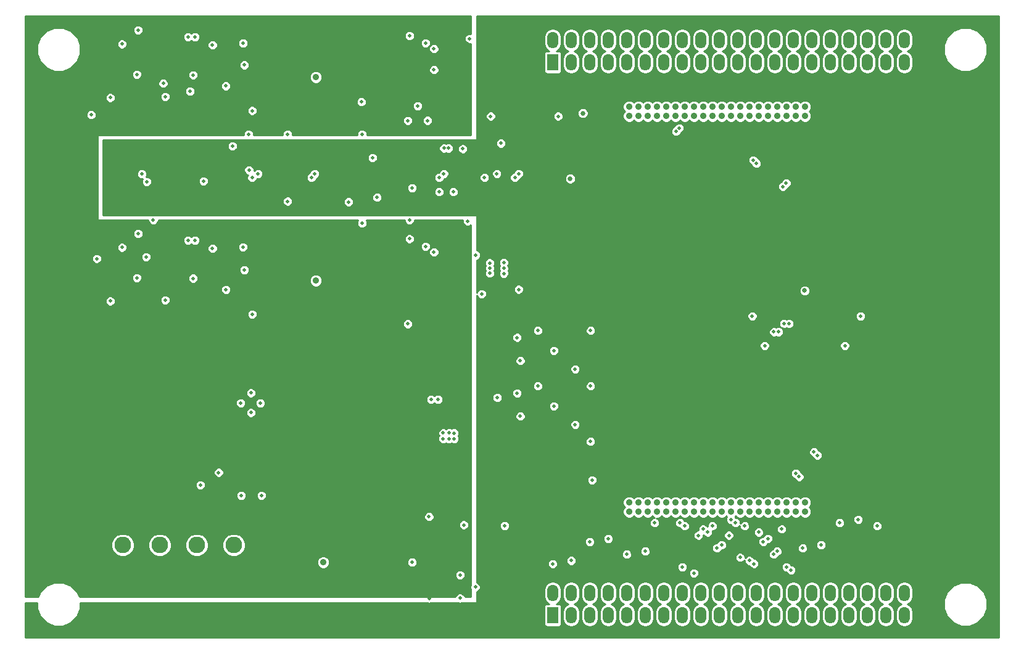
<source format=gbr>
G04 #@! TF.FileFunction,Copper,L3,Inr,Signal*
%FSLAX46Y46*%
G04 Gerber Fmt 4.6, Leading zero omitted, Abs format (unit mm)*
G04 Created by KiCad (PCBNEW 4.0.7) date 06/14/18 13:46:53*
%MOMM*%
%LPD*%
G01*
G04 APERTURE LIST*
%ADD10C,0.100000*%
%ADD11C,0.900000*%
%ADD12R,1.524000X2.286000*%
%ADD13O,1.524000X2.286000*%
%ADD14C,2.286000*%
%ADD15C,0.508000*%
%ADD16C,0.889000*%
%ADD17C,0.635000*%
%ADD18C,0.254000*%
G04 APERTURE END LIST*
D10*
D11*
X132902960Y-42164000D03*
X134172960Y-42164000D03*
X135442960Y-42164000D03*
X136712960Y-42164000D03*
X137982960Y-42164000D03*
X139252960Y-42164000D03*
X140522960Y-42164000D03*
X141792960Y-42164000D03*
X143062960Y-42164000D03*
X144332960Y-42164000D03*
X145602960Y-42164000D03*
X146872960Y-42164000D03*
X148142960Y-42164000D03*
X149412960Y-42164000D03*
X150682960Y-42164000D03*
X151952960Y-42164000D03*
X153222960Y-42164000D03*
X154492960Y-42164000D03*
X155762960Y-42164000D03*
X157032960Y-42164000D03*
X132902960Y-43434000D03*
X134172960Y-43434000D03*
X135442960Y-43434000D03*
X136712960Y-43434000D03*
X137982960Y-43434000D03*
X139252960Y-43434000D03*
X140522960Y-43434000D03*
X141792960Y-43434000D03*
X143062960Y-43434000D03*
X144332960Y-43434000D03*
X145602960Y-43434000D03*
X146872960Y-43434000D03*
X148142960Y-43434000D03*
X149412960Y-43434000D03*
X150682960Y-43434000D03*
X151952960Y-43434000D03*
X153222960Y-43434000D03*
X154492960Y-43434000D03*
X155762960Y-43434000D03*
X157032960Y-43434000D03*
X132902960Y-96520000D03*
X134172960Y-96520000D03*
X135442960Y-96520000D03*
X136712960Y-96520000D03*
X137982960Y-96520000D03*
X139252960Y-96520000D03*
X140522960Y-96520000D03*
X141792960Y-96520000D03*
X143062960Y-96520000D03*
X144332960Y-96520000D03*
X145602960Y-96520000D03*
X146872960Y-96520000D03*
X148142960Y-96520000D03*
X149412960Y-96520000D03*
X150682960Y-96520000D03*
X151952960Y-96520000D03*
X153222960Y-96520000D03*
X154492960Y-96520000D03*
X155762960Y-96520000D03*
X157032960Y-96520000D03*
X132902960Y-97790000D03*
X134172960Y-97790000D03*
X135442960Y-97790000D03*
X136712960Y-97790000D03*
X137982960Y-97790000D03*
X139252960Y-97790000D03*
X140522960Y-97790000D03*
X141792960Y-97790000D03*
X143062960Y-97790000D03*
X144332960Y-97790000D03*
X145602960Y-97790000D03*
X146872960Y-97790000D03*
X148142960Y-97790000D03*
X149412960Y-97790000D03*
X150682960Y-97790000D03*
X151952960Y-97790000D03*
X153222960Y-97790000D03*
X154492960Y-97790000D03*
X155762960Y-97790000D03*
X157032960Y-97790000D03*
D12*
X122428000Y-36068000D03*
D13*
X124968000Y-36068000D03*
X127508000Y-36068000D03*
X130048000Y-36068000D03*
X132588000Y-36068000D03*
X135128000Y-36068000D03*
X137668000Y-36068000D03*
X140208000Y-36068000D03*
X142748000Y-36068000D03*
X145288000Y-36068000D03*
X147828000Y-36068000D03*
X150368000Y-36068000D03*
X152908000Y-36068000D03*
X155448000Y-36068000D03*
X157988000Y-36068000D03*
X160528000Y-36068000D03*
X163068000Y-36068000D03*
X165608000Y-36068000D03*
X168148000Y-36068000D03*
X170688000Y-36068000D03*
X122428000Y-33020000D03*
X124968000Y-33020000D03*
X127508000Y-33020000D03*
X130048000Y-33020000D03*
X132588000Y-33020000D03*
X135128000Y-33020000D03*
X137668000Y-33020000D03*
X140208000Y-33020000D03*
X142748000Y-33020000D03*
X145288000Y-33020000D03*
X147828000Y-33020000D03*
X150368000Y-33020000D03*
X152908000Y-33020000D03*
X155448000Y-33020000D03*
X157988000Y-33020000D03*
X160528000Y-33020000D03*
X163068000Y-33020000D03*
X165608000Y-33020000D03*
X168148000Y-33020000D03*
X170688000Y-33020000D03*
D12*
X122428000Y-112014000D03*
D13*
X124968000Y-112014000D03*
X127508000Y-112014000D03*
X130048000Y-112014000D03*
X132588000Y-112014000D03*
X135128000Y-112014000D03*
X137668000Y-112014000D03*
X140208000Y-112014000D03*
X142748000Y-112014000D03*
X145288000Y-112014000D03*
X147828000Y-112014000D03*
X150368000Y-112014000D03*
X152908000Y-112014000D03*
X155448000Y-112014000D03*
X157988000Y-112014000D03*
X160528000Y-112014000D03*
X163068000Y-112014000D03*
X165608000Y-112014000D03*
X168148000Y-112014000D03*
X170688000Y-112014000D03*
X122428000Y-108966000D03*
X124968000Y-108966000D03*
X127508000Y-108966000D03*
X130048000Y-108966000D03*
X132588000Y-108966000D03*
X135128000Y-108966000D03*
X137668000Y-108966000D03*
X140208000Y-108966000D03*
X142748000Y-108966000D03*
X145288000Y-108966000D03*
X147828000Y-108966000D03*
X150368000Y-108966000D03*
X152908000Y-108966000D03*
X155448000Y-108966000D03*
X157988000Y-108966000D03*
X160528000Y-108966000D03*
X163068000Y-108966000D03*
X165608000Y-108966000D03*
X168148000Y-108966000D03*
X170688000Y-108966000D03*
D14*
X63408560Y-102362000D03*
X68488560Y-102362000D03*
X73568560Y-102362000D03*
X78648560Y-102362000D03*
D15*
X59065160Y-43266360D03*
X59827160Y-63027560D03*
X98308160Y-54602380D03*
X103121460Y-53299360D03*
X73314560Y-60495180D03*
X73312020Y-32555180D03*
X94404180Y-55229760D03*
X112664240Y-67861180D03*
X111005620Y-32801560D03*
X73058020Y-65730120D03*
X103886000Y-42031920D03*
X105239820Y-44058840D03*
X102532180Y-44061380D03*
X106824780Y-53842920D03*
X108775500Y-53840380D03*
X110075980Y-47939960D03*
X65519300Y-31628080D03*
X63309500Y-33545780D03*
X102532180Y-71991220D03*
X86042500Y-55143400D03*
X96253300Y-58148220D03*
X63309500Y-61485780D03*
X65519300Y-59585860D03*
X86042500Y-45953680D03*
X96253300Y-45961300D03*
X97675700Y-49171860D03*
X67594480Y-57701180D03*
X61701680Y-68854320D03*
X65336420Y-65659000D03*
X69227700Y-68704460D03*
X69232780Y-40769540D03*
X65331340Y-37716460D03*
X61704220Y-40911780D03*
X73060560Y-37795200D03*
X75725020Y-61625480D03*
D16*
X89910000Y-66040000D03*
D15*
X81180940Y-70665340D03*
X106118660Y-62133480D03*
X104968040Y-61338460D03*
X79910940Y-61422280D03*
X75727560Y-33685480D03*
X81180940Y-42705020D03*
X79916020Y-33421320D03*
D16*
X89910000Y-38100000D03*
D15*
X104965500Y-33403540D03*
X106118660Y-34196020D03*
X127828040Y-93444060D03*
X106680000Y-82359500D03*
X115824000Y-99695000D03*
D17*
X157010100Y-67409060D03*
X126552960Y-43042840D03*
X124825760Y-52044600D03*
D15*
X123169680Y-43464480D03*
X115310920Y-47177960D03*
X113908840Y-43459400D03*
X74490580Y-52362100D03*
X78473300Y-47561500D03*
X80726280Y-50855880D03*
X162514280Y-74975720D03*
X151513540Y-74975720D03*
X149811740Y-70904100D03*
X164675820Y-70906640D03*
X117525800Y-73858120D03*
X117972840Y-77058520D03*
X117525800Y-81500980D03*
X117972840Y-84660740D03*
X120365520Y-72892920D03*
X120362980Y-80515460D03*
X125503940Y-78201520D03*
X125503940Y-85826600D03*
X122562620Y-75664060D03*
X122562620Y-83284060D03*
X127622300Y-72892920D03*
X127622300Y-80515460D03*
X127596900Y-88130380D03*
X110220760Y-99598480D03*
X105448100Y-98465640D03*
D16*
X90931080Y-104743780D03*
D15*
X103121460Y-104744520D03*
X109702600Y-109667040D03*
X111800640Y-108140500D03*
X109705140Y-106481880D03*
X82443320Y-95544640D03*
X79664560Y-95547180D03*
X76573380Y-92400120D03*
X108887260Y-86982300D03*
X108173520Y-86969600D03*
X107386120Y-86967060D03*
X108887260Y-87762080D03*
X108173520Y-87762080D03*
X107383580Y-87762080D03*
X105717340Y-82356960D03*
X80992980Y-84183220D03*
X82288380Y-82847180D03*
X79598520Y-82847180D03*
X80995520Y-81473040D03*
X74058780Y-94122240D03*
X80096360Y-36431220D03*
X80096360Y-64569340D03*
X66380360Y-48600360D03*
X103121460Y-50091340D03*
X90464640Y-54173120D03*
D17*
X113573560Y-104607360D03*
X113573560Y-103591360D03*
X113573560Y-102575360D03*
X112303560Y-102552500D03*
X112303560Y-104607360D03*
X112303560Y-103591360D03*
D15*
X129374200Y-89629680D03*
X129399600Y-82014760D03*
X129401440Y-74392920D03*
X115493800Y-77886560D03*
X112478820Y-48409860D03*
X112151160Y-54594760D03*
X87409020Y-55067200D03*
X97678240Y-50670460D03*
X115824000Y-105664000D03*
D17*
X149811740Y-67510660D03*
X157012640Y-74909680D03*
X126552960Y-47551340D03*
D15*
X119710200Y-43467020D03*
X117368320Y-43461940D03*
X75138280Y-47558960D03*
X164668200Y-67447160D03*
X115491260Y-85689440D03*
X119334280Y-78064360D03*
X119331740Y-85704680D03*
X122549920Y-90906600D03*
X108455460Y-45940980D03*
X110662720Y-44686220D03*
X108458000Y-43431460D03*
X108455460Y-73868280D03*
X106253280Y-72613520D03*
X110662720Y-72613520D03*
X108460540Y-71358760D03*
X68727320Y-59588400D03*
X68729860Y-31628080D03*
X75890120Y-69692520D03*
X76702920Y-64957960D03*
X76713080Y-37033200D03*
X75892660Y-41752520D03*
X77972920Y-70665340D03*
X77970380Y-42707560D03*
X106870500Y-80708500D03*
X110614460Y-96225360D03*
X110030260Y-96225360D03*
X105453180Y-109682280D03*
X105453180Y-106646980D03*
X105717340Y-80594200D03*
X110614460Y-94818200D03*
X110027720Y-94810580D03*
X110614460Y-95539560D03*
X110030260Y-95539560D03*
X106118660Y-37089080D03*
X108132880Y-47853600D03*
X102760780Y-32405320D03*
X107482640Y-47858680D03*
X111836200Y-62534800D03*
X110723680Y-57863740D03*
X102758240Y-60302140D03*
X102760780Y-57711340D03*
X150708360Y-100606900D03*
X143690340Y-100606900D03*
X139331894Y-45544546D03*
X156723080Y-102781100D03*
X144973040Y-102776070D03*
X147500761Y-99301300D03*
X161792920Y-99311470D03*
X166936420Y-99743280D03*
X148770340Y-99743280D03*
X122428000Y-104937560D03*
X150045420Y-104935120D03*
X149922392Y-49480696D03*
X153428700Y-73088500D03*
X154002934Y-53116286D03*
X154165300Y-71945500D03*
X115702080Y-65062100D03*
X115702080Y-63566040D03*
X115702080Y-64338200D03*
X113771680Y-65001140D03*
X113771680Y-63611760D03*
X113771680Y-64338200D03*
X153850340Y-100175090D03*
X143062960Y-100175090D03*
X139798866Y-45077574D03*
X159258000Y-102344220D03*
X145602960Y-102344260D03*
X164343080Y-98861880D03*
X146872960Y-98861880D03*
X148142960Y-104071500D03*
X124968000Y-104503220D03*
X149412960Y-104503310D03*
X150389364Y-49947668D03*
X152768300Y-73088500D03*
X154469906Y-52649314D03*
X154825700Y-71945500D03*
X158277754Y-89568214D03*
X155125420Y-105798740D03*
X156247906Y-92984126D03*
X151323040Y-101912420D03*
X127508000Y-101912420D03*
X152742900Y-103639690D03*
X132588000Y-103639690D03*
X146601180Y-101038710D03*
X142420340Y-101038710D03*
X136403080Y-99311470D03*
X139880340Y-99311470D03*
X158744726Y-90035186D03*
X140208000Y-105366820D03*
X154492960Y-105366930D03*
X155780934Y-92517154D03*
X151952960Y-101480640D03*
X130048000Y-101480610D03*
X153222960Y-103207880D03*
X135128000Y-103207880D03*
X141790420Y-106230550D03*
X144335500Y-99743280D03*
X140522960Y-99743280D03*
X80670400Y-45953680D03*
X72638920Y-40030400D03*
X66024760Y-51394360D03*
X117736620Y-67256660D03*
X117736620Y-51366420D03*
X114833400Y-82105500D03*
X114752120Y-51366420D03*
X107475020Y-51366420D03*
X89771220Y-51366420D03*
X81978500Y-51366420D03*
X66685160Y-52461160D03*
X117223540Y-51879499D03*
X113057940Y-51879499D03*
X106832400Y-51879499D03*
X89301320Y-51879499D03*
X81155540Y-51879499D03*
X96161860Y-41498520D03*
X68958460Y-38943280D03*
X72369680Y-32557720D03*
X77556360Y-39303960D03*
X72367140Y-60497720D03*
X77558900Y-67284600D03*
X66606420Y-62791340D03*
D18*
G36*
X111160560Y-32123323D02*
X111142633Y-32115879D01*
X110869804Y-32115641D01*
X110617653Y-32219828D01*
X110424566Y-32412578D01*
X110319939Y-32664547D01*
X110319701Y-32937376D01*
X110423888Y-33189527D01*
X110616638Y-33382614D01*
X110868607Y-33487241D01*
X111141436Y-33487479D01*
X111160560Y-33479577D01*
X111160560Y-46060360D01*
X96939014Y-46060360D01*
X96939219Y-45825484D01*
X96835032Y-45573333D01*
X96642282Y-45380246D01*
X96390313Y-45275619D01*
X96117484Y-45275381D01*
X95865333Y-45379568D01*
X95672246Y-45572318D01*
X95567619Y-45824287D01*
X95567413Y-46060360D01*
X86728207Y-46060360D01*
X86728419Y-45817864D01*
X86624232Y-45565713D01*
X86431482Y-45372626D01*
X86179513Y-45267999D01*
X85906684Y-45267761D01*
X85654533Y-45371948D01*
X85461446Y-45564698D01*
X85356819Y-45816667D01*
X85356606Y-46060360D01*
X81356107Y-46060360D01*
X81356319Y-45817864D01*
X81252132Y-45565713D01*
X81059382Y-45372626D01*
X80807413Y-45267999D01*
X80534584Y-45267761D01*
X80282433Y-45371948D01*
X80089346Y-45564698D01*
X79984719Y-45816667D01*
X79984506Y-46060360D01*
X60106560Y-46060360D01*
X60057150Y-46070366D01*
X60015525Y-46098807D01*
X59988245Y-46141201D01*
X59979560Y-46187360D01*
X59979560Y-57617360D01*
X59989566Y-57666770D01*
X60018007Y-57708395D01*
X60060401Y-57735675D01*
X60106560Y-57744360D01*
X66908642Y-57744360D01*
X66908561Y-57836996D01*
X67012748Y-58089147D01*
X67205498Y-58282234D01*
X67457467Y-58386861D01*
X67730296Y-58387099D01*
X67982447Y-58282912D01*
X68175534Y-58090162D01*
X68280161Y-57838193D01*
X68280243Y-57744360D01*
X95687150Y-57744360D01*
X95672246Y-57759238D01*
X95567619Y-58011207D01*
X95567381Y-58284036D01*
X95671568Y-58536187D01*
X95864318Y-58729274D01*
X96116287Y-58833901D01*
X96389116Y-58834139D01*
X96641267Y-58729952D01*
X96834354Y-58537202D01*
X96938981Y-58285233D01*
X96939219Y-58012404D01*
X96835032Y-57760253D01*
X96819167Y-57744360D01*
X102074951Y-57744360D01*
X102074861Y-57847156D01*
X102179048Y-58099307D01*
X102371798Y-58292394D01*
X102623767Y-58397021D01*
X102896596Y-58397259D01*
X103148747Y-58293072D01*
X103341834Y-58100322D01*
X103446461Y-57848353D01*
X103446552Y-57744360D01*
X110037984Y-57744360D01*
X110037761Y-57999556D01*
X110141948Y-58251707D01*
X110334698Y-58444794D01*
X110586667Y-58549421D01*
X110859496Y-58549659D01*
X111111647Y-58445472D01*
X111160560Y-58396644D01*
X111160560Y-62373606D01*
X111150519Y-62397787D01*
X111150281Y-62670616D01*
X111160560Y-62695493D01*
X111160560Y-107893668D01*
X111114959Y-108003487D01*
X111114721Y-108276316D01*
X111160560Y-108387255D01*
X111160560Y-109496860D01*
X110374320Y-109496860D01*
X110284332Y-109279073D01*
X110091582Y-109085986D01*
X109839613Y-108981359D01*
X109566784Y-108981121D01*
X109314633Y-109085308D01*
X109121546Y-109278058D01*
X109030691Y-109496860D01*
X57442402Y-109496860D01*
X57152215Y-108794554D01*
X56309881Y-107950748D01*
X55208756Y-107493521D01*
X54016475Y-107492481D01*
X52914554Y-107947785D01*
X52070748Y-108790119D01*
X51777284Y-109496860D01*
X50036800Y-109496860D01*
X50036800Y-106617696D01*
X109019221Y-106617696D01*
X109123408Y-106869847D01*
X109316158Y-107062934D01*
X109568127Y-107167561D01*
X109840956Y-107167799D01*
X110093107Y-107063612D01*
X110286194Y-106870862D01*
X110390821Y-106618893D01*
X110391059Y-106346064D01*
X110286872Y-106093913D01*
X110094122Y-105900826D01*
X109842153Y-105796199D01*
X109569324Y-105795961D01*
X109317173Y-105900148D01*
X109124086Y-106092898D01*
X109019459Y-106344867D01*
X109019221Y-106617696D01*
X50036800Y-106617696D01*
X50036800Y-104917322D01*
X90054628Y-104917322D01*
X90187756Y-105239516D01*
X90434048Y-105486238D01*
X90756008Y-105619928D01*
X91104622Y-105620232D01*
X91426816Y-105487104D01*
X91673538Y-105240812D01*
X91807228Y-104918852D01*
X91807261Y-104880336D01*
X102435541Y-104880336D01*
X102539728Y-105132487D01*
X102732478Y-105325574D01*
X102984447Y-105430201D01*
X103257276Y-105430439D01*
X103509427Y-105326252D01*
X103702514Y-105133502D01*
X103807141Y-104881533D01*
X103807379Y-104608704D01*
X103703192Y-104356553D01*
X103510442Y-104163466D01*
X103258473Y-104058839D01*
X102985644Y-104058601D01*
X102733493Y-104162788D01*
X102540406Y-104355538D01*
X102435779Y-104607507D01*
X102435541Y-104880336D01*
X91807261Y-104880336D01*
X91807532Y-104570238D01*
X91674404Y-104248044D01*
X91428112Y-104001322D01*
X91106152Y-103867632D01*
X90757538Y-103867328D01*
X90435344Y-104000456D01*
X90188622Y-104246748D01*
X90054932Y-104568708D01*
X90054628Y-104917322D01*
X50036800Y-104917322D01*
X50036800Y-102673873D01*
X61833487Y-102673873D01*
X62072731Y-103252887D01*
X62515343Y-103696272D01*
X63093939Y-103936526D01*
X63720433Y-103937073D01*
X64299447Y-103697829D01*
X64742832Y-103255217D01*
X64983086Y-102676621D01*
X64983088Y-102673873D01*
X66913487Y-102673873D01*
X67152731Y-103252887D01*
X67595343Y-103696272D01*
X68173939Y-103936526D01*
X68800433Y-103937073D01*
X69379447Y-103697829D01*
X69822832Y-103255217D01*
X70063086Y-102676621D01*
X70063088Y-102673873D01*
X71993487Y-102673873D01*
X72232731Y-103252887D01*
X72675343Y-103696272D01*
X73253939Y-103936526D01*
X73880433Y-103937073D01*
X74459447Y-103697829D01*
X74902832Y-103255217D01*
X75143086Y-102676621D01*
X75143088Y-102673873D01*
X77073487Y-102673873D01*
X77312731Y-103252887D01*
X77755343Y-103696272D01*
X78333939Y-103936526D01*
X78960433Y-103937073D01*
X79539447Y-103697829D01*
X79982832Y-103255217D01*
X80223086Y-102676621D01*
X80223633Y-102050127D01*
X79984389Y-101471113D01*
X79541777Y-101027728D01*
X78963181Y-100787474D01*
X78336687Y-100786927D01*
X77757673Y-101026171D01*
X77314288Y-101468783D01*
X77074034Y-102047379D01*
X77073487Y-102673873D01*
X75143088Y-102673873D01*
X75143633Y-102050127D01*
X74904389Y-101471113D01*
X74461777Y-101027728D01*
X73883181Y-100787474D01*
X73256687Y-100786927D01*
X72677673Y-101026171D01*
X72234288Y-101468783D01*
X71994034Y-102047379D01*
X71993487Y-102673873D01*
X70063088Y-102673873D01*
X70063633Y-102050127D01*
X69824389Y-101471113D01*
X69381777Y-101027728D01*
X68803181Y-100787474D01*
X68176687Y-100786927D01*
X67597673Y-101026171D01*
X67154288Y-101468783D01*
X66914034Y-102047379D01*
X66913487Y-102673873D01*
X64983088Y-102673873D01*
X64983633Y-102050127D01*
X64744389Y-101471113D01*
X64301777Y-101027728D01*
X63723181Y-100787474D01*
X63096687Y-100786927D01*
X62517673Y-101026171D01*
X62074288Y-101468783D01*
X61834034Y-102047379D01*
X61833487Y-102673873D01*
X50036800Y-102673873D01*
X50036800Y-99734296D01*
X109534841Y-99734296D01*
X109639028Y-99986447D01*
X109831778Y-100179534D01*
X110083747Y-100284161D01*
X110356576Y-100284399D01*
X110608727Y-100180212D01*
X110801814Y-99987462D01*
X110906441Y-99735493D01*
X110906679Y-99462664D01*
X110802492Y-99210513D01*
X110609742Y-99017426D01*
X110357773Y-98912799D01*
X110084944Y-98912561D01*
X109832793Y-99016748D01*
X109639706Y-99209498D01*
X109535079Y-99461467D01*
X109534841Y-99734296D01*
X50036800Y-99734296D01*
X50036800Y-98601456D01*
X104762181Y-98601456D01*
X104866368Y-98853607D01*
X105059118Y-99046694D01*
X105311087Y-99151321D01*
X105583916Y-99151559D01*
X105836067Y-99047372D01*
X106029154Y-98854622D01*
X106133781Y-98602653D01*
X106134019Y-98329824D01*
X106029832Y-98077673D01*
X105837082Y-97884586D01*
X105585113Y-97779959D01*
X105312284Y-97779721D01*
X105060133Y-97883908D01*
X104867046Y-98076658D01*
X104762419Y-98328627D01*
X104762181Y-98601456D01*
X50036800Y-98601456D01*
X50036800Y-95682996D01*
X78978641Y-95682996D01*
X79082828Y-95935147D01*
X79275578Y-96128234D01*
X79527547Y-96232861D01*
X79800376Y-96233099D01*
X80052527Y-96128912D01*
X80245614Y-95936162D01*
X80350241Y-95684193D01*
X80350244Y-95680456D01*
X81757401Y-95680456D01*
X81861588Y-95932607D01*
X82054338Y-96125694D01*
X82306307Y-96230321D01*
X82579136Y-96230559D01*
X82831287Y-96126372D01*
X83024374Y-95933622D01*
X83129001Y-95681653D01*
X83129239Y-95408824D01*
X83025052Y-95156673D01*
X82832302Y-94963586D01*
X82580333Y-94858959D01*
X82307504Y-94858721D01*
X82055353Y-94962908D01*
X81862266Y-95155658D01*
X81757639Y-95407627D01*
X81757401Y-95680456D01*
X80350244Y-95680456D01*
X80350479Y-95411364D01*
X80246292Y-95159213D01*
X80053542Y-94966126D01*
X79801573Y-94861499D01*
X79528744Y-94861261D01*
X79276593Y-94965448D01*
X79083506Y-95158198D01*
X78978879Y-95410167D01*
X78978641Y-95682996D01*
X50036800Y-95682996D01*
X50036800Y-94258056D01*
X73372861Y-94258056D01*
X73477048Y-94510207D01*
X73669798Y-94703294D01*
X73921767Y-94807921D01*
X74194596Y-94808159D01*
X74446747Y-94703972D01*
X74639834Y-94511222D01*
X74744461Y-94259253D01*
X74744699Y-93986424D01*
X74640512Y-93734273D01*
X74447762Y-93541186D01*
X74195793Y-93436559D01*
X73922964Y-93436321D01*
X73670813Y-93540508D01*
X73477726Y-93733258D01*
X73373099Y-93985227D01*
X73372861Y-94258056D01*
X50036800Y-94258056D01*
X50036800Y-92535936D01*
X75887461Y-92535936D01*
X75991648Y-92788087D01*
X76184398Y-92981174D01*
X76436367Y-93085801D01*
X76709196Y-93086039D01*
X76961347Y-92981852D01*
X77154434Y-92789102D01*
X77259061Y-92537133D01*
X77259299Y-92264304D01*
X77155112Y-92012153D01*
X76962362Y-91819066D01*
X76710393Y-91714439D01*
X76437564Y-91714201D01*
X76185413Y-91818388D01*
X75992326Y-92011138D01*
X75887699Y-92263107D01*
X75887461Y-92535936D01*
X50036800Y-92535936D01*
X50036800Y-87897896D01*
X106697661Y-87897896D01*
X106801848Y-88150047D01*
X106994598Y-88343134D01*
X107246567Y-88447761D01*
X107519396Y-88447999D01*
X107771547Y-88343812D01*
X107778393Y-88336978D01*
X107784538Y-88343134D01*
X108036507Y-88447761D01*
X108309336Y-88447999D01*
X108530623Y-88356565D01*
X108750247Y-88447761D01*
X109023076Y-88447999D01*
X109275227Y-88343812D01*
X109468314Y-88151062D01*
X109572941Y-87899093D01*
X109573179Y-87626264D01*
X109468992Y-87374113D01*
X109467238Y-87372356D01*
X109468314Y-87371282D01*
X109572941Y-87119313D01*
X109573179Y-86846484D01*
X109468992Y-86594333D01*
X109276242Y-86401246D01*
X109024273Y-86296619D01*
X108751444Y-86296381D01*
X108545487Y-86381481D01*
X108310533Y-86283919D01*
X108037704Y-86283681D01*
X107785553Y-86387868D01*
X107781249Y-86392164D01*
X107775102Y-86386006D01*
X107523133Y-86281379D01*
X107250304Y-86281141D01*
X106998153Y-86385328D01*
X106805066Y-86578078D01*
X106700439Y-86830047D01*
X106700201Y-87102876D01*
X106804388Y-87355027D01*
X106812494Y-87363147D01*
X106802526Y-87373098D01*
X106697899Y-87625067D01*
X106697661Y-87897896D01*
X50036800Y-87897896D01*
X50036800Y-84319036D01*
X80307061Y-84319036D01*
X80411248Y-84571187D01*
X80603998Y-84764274D01*
X80855967Y-84868901D01*
X81128796Y-84869139D01*
X81380947Y-84764952D01*
X81574034Y-84572202D01*
X81678661Y-84320233D01*
X81678899Y-84047404D01*
X81574712Y-83795253D01*
X81381962Y-83602166D01*
X81129993Y-83497539D01*
X80857164Y-83497301D01*
X80605013Y-83601488D01*
X80411926Y-83794238D01*
X80307299Y-84046207D01*
X80307061Y-84319036D01*
X50036800Y-84319036D01*
X50036800Y-82982996D01*
X78912601Y-82982996D01*
X79016788Y-83235147D01*
X79209538Y-83428234D01*
X79461507Y-83532861D01*
X79734336Y-83533099D01*
X79986487Y-83428912D01*
X80179574Y-83236162D01*
X80284201Y-82984193D01*
X80284202Y-82982996D01*
X81602461Y-82982996D01*
X81706648Y-83235147D01*
X81899398Y-83428234D01*
X82151367Y-83532861D01*
X82424196Y-83533099D01*
X82676347Y-83428912D01*
X82869434Y-83236162D01*
X82974061Y-82984193D01*
X82974299Y-82711364D01*
X82883980Y-82492776D01*
X105031421Y-82492776D01*
X105135608Y-82744927D01*
X105328358Y-82938014D01*
X105580327Y-83042641D01*
X105853156Y-83042879D01*
X106105307Y-82938692D01*
X106197394Y-82846766D01*
X106291018Y-82940554D01*
X106542987Y-83045181D01*
X106815816Y-83045419D01*
X107067967Y-82941232D01*
X107261054Y-82748482D01*
X107365681Y-82496513D01*
X107365919Y-82223684D01*
X107261732Y-81971533D01*
X107068982Y-81778446D01*
X106817013Y-81673819D01*
X106544184Y-81673581D01*
X106292033Y-81777768D01*
X106199946Y-81869694D01*
X106106322Y-81775906D01*
X105854353Y-81671279D01*
X105581524Y-81671041D01*
X105329373Y-81775228D01*
X105136286Y-81967978D01*
X105031659Y-82219947D01*
X105031421Y-82492776D01*
X82883980Y-82492776D01*
X82870112Y-82459213D01*
X82677362Y-82266126D01*
X82425393Y-82161499D01*
X82152564Y-82161261D01*
X81900413Y-82265448D01*
X81707326Y-82458198D01*
X81602699Y-82710167D01*
X81602461Y-82982996D01*
X80284202Y-82982996D01*
X80284439Y-82711364D01*
X80180252Y-82459213D01*
X79987502Y-82266126D01*
X79735533Y-82161499D01*
X79462704Y-82161261D01*
X79210553Y-82265448D01*
X79017466Y-82458198D01*
X78912839Y-82710167D01*
X78912601Y-82982996D01*
X50036800Y-82982996D01*
X50036800Y-81608856D01*
X80309601Y-81608856D01*
X80413788Y-81861007D01*
X80606538Y-82054094D01*
X80858507Y-82158721D01*
X81131336Y-82158959D01*
X81383487Y-82054772D01*
X81576574Y-81862022D01*
X81681201Y-81610053D01*
X81681439Y-81337224D01*
X81577252Y-81085073D01*
X81384502Y-80891986D01*
X81132533Y-80787359D01*
X80859704Y-80787121D01*
X80607553Y-80891308D01*
X80414466Y-81084058D01*
X80309839Y-81336027D01*
X80309601Y-81608856D01*
X50036800Y-81608856D01*
X50036800Y-72127036D01*
X101846261Y-72127036D01*
X101950448Y-72379187D01*
X102143198Y-72572274D01*
X102395167Y-72676901D01*
X102667996Y-72677139D01*
X102920147Y-72572952D01*
X103113234Y-72380202D01*
X103217861Y-72128233D01*
X103218099Y-71855404D01*
X103113912Y-71603253D01*
X102921162Y-71410166D01*
X102669193Y-71305539D01*
X102396364Y-71305301D01*
X102144213Y-71409488D01*
X101951126Y-71602238D01*
X101846499Y-71854207D01*
X101846261Y-72127036D01*
X50036800Y-72127036D01*
X50036800Y-70801156D01*
X80495021Y-70801156D01*
X80599208Y-71053307D01*
X80791958Y-71246394D01*
X81043927Y-71351021D01*
X81316756Y-71351259D01*
X81568907Y-71247072D01*
X81761994Y-71054322D01*
X81866621Y-70802353D01*
X81866859Y-70529524D01*
X81762672Y-70277373D01*
X81569922Y-70084286D01*
X81317953Y-69979659D01*
X81045124Y-69979421D01*
X80792973Y-70083608D01*
X80599886Y-70276358D01*
X80495259Y-70528327D01*
X80495021Y-70801156D01*
X50036800Y-70801156D01*
X50036800Y-68990136D01*
X61015761Y-68990136D01*
X61119948Y-69242287D01*
X61312698Y-69435374D01*
X61564667Y-69540001D01*
X61837496Y-69540239D01*
X62089647Y-69436052D01*
X62282734Y-69243302D01*
X62387361Y-68991333D01*
X62387492Y-68840276D01*
X68541781Y-68840276D01*
X68645968Y-69092427D01*
X68838718Y-69285514D01*
X69090687Y-69390141D01*
X69363516Y-69390379D01*
X69615667Y-69286192D01*
X69808754Y-69093442D01*
X69913381Y-68841473D01*
X69913619Y-68568644D01*
X69809432Y-68316493D01*
X69616682Y-68123406D01*
X69364713Y-68018779D01*
X69091884Y-68018541D01*
X68839733Y-68122728D01*
X68646646Y-68315478D01*
X68542019Y-68567447D01*
X68541781Y-68840276D01*
X62387492Y-68840276D01*
X62387599Y-68718504D01*
X62283412Y-68466353D01*
X62090662Y-68273266D01*
X61838693Y-68168639D01*
X61565864Y-68168401D01*
X61313713Y-68272588D01*
X61120626Y-68465338D01*
X61015999Y-68717307D01*
X61015761Y-68990136D01*
X50036800Y-68990136D01*
X50036800Y-67420416D01*
X76872981Y-67420416D01*
X76977168Y-67672567D01*
X77169918Y-67865654D01*
X77421887Y-67970281D01*
X77694716Y-67970519D01*
X77946867Y-67866332D01*
X78139954Y-67673582D01*
X78244581Y-67421613D01*
X78244819Y-67148784D01*
X78140632Y-66896633D01*
X77947882Y-66703546D01*
X77695913Y-66598919D01*
X77423084Y-66598681D01*
X77170933Y-66702868D01*
X76977846Y-66895618D01*
X76873219Y-67147587D01*
X76872981Y-67420416D01*
X50036800Y-67420416D01*
X50036800Y-65794816D01*
X64650501Y-65794816D01*
X64754688Y-66046967D01*
X64947438Y-66240054D01*
X65199407Y-66344681D01*
X65472236Y-66344919D01*
X65724387Y-66240732D01*
X65917474Y-66047982D01*
X65993066Y-65865936D01*
X72372101Y-65865936D01*
X72476288Y-66118087D01*
X72669038Y-66311174D01*
X72921007Y-66415801D01*
X73193836Y-66416039D01*
X73445987Y-66311852D01*
X73544468Y-66213542D01*
X89033548Y-66213542D01*
X89166676Y-66535736D01*
X89412968Y-66782458D01*
X89734928Y-66916148D01*
X90083542Y-66916452D01*
X90405736Y-66783324D01*
X90652458Y-66537032D01*
X90786148Y-66215072D01*
X90786452Y-65866458D01*
X90653324Y-65544264D01*
X90407032Y-65297542D01*
X90085072Y-65163852D01*
X89736458Y-65163548D01*
X89414264Y-65296676D01*
X89167542Y-65542968D01*
X89033852Y-65864928D01*
X89033548Y-66213542D01*
X73544468Y-66213542D01*
X73639074Y-66119102D01*
X73743701Y-65867133D01*
X73743939Y-65594304D01*
X73639752Y-65342153D01*
X73447002Y-65149066D01*
X73195033Y-65044439D01*
X72922204Y-65044201D01*
X72670053Y-65148388D01*
X72476966Y-65341138D01*
X72372339Y-65593107D01*
X72372101Y-65865936D01*
X65993066Y-65865936D01*
X66022101Y-65796013D01*
X66022339Y-65523184D01*
X65918152Y-65271033D01*
X65725402Y-65077946D01*
X65473433Y-64973319D01*
X65200604Y-64973081D01*
X64948453Y-65077268D01*
X64755366Y-65270018D01*
X64650739Y-65521987D01*
X64650501Y-65794816D01*
X50036800Y-65794816D01*
X50036800Y-64705156D01*
X79410441Y-64705156D01*
X79514628Y-64957307D01*
X79707378Y-65150394D01*
X79959347Y-65255021D01*
X80232176Y-65255259D01*
X80484327Y-65151072D01*
X80677414Y-64958322D01*
X80782041Y-64706353D01*
X80782279Y-64433524D01*
X80678092Y-64181373D01*
X80485342Y-63988286D01*
X80233373Y-63883659D01*
X79960544Y-63883421D01*
X79708393Y-63987608D01*
X79515306Y-64180358D01*
X79410679Y-64432327D01*
X79410441Y-64705156D01*
X50036800Y-64705156D01*
X50036800Y-63163376D01*
X59141241Y-63163376D01*
X59245428Y-63415527D01*
X59438178Y-63608614D01*
X59690147Y-63713241D01*
X59962976Y-63713479D01*
X60215127Y-63609292D01*
X60408214Y-63416542D01*
X60512841Y-63164573D01*
X60513048Y-62927156D01*
X65920501Y-62927156D01*
X66024688Y-63179307D01*
X66217438Y-63372394D01*
X66469407Y-63477021D01*
X66742236Y-63477259D01*
X66994387Y-63373072D01*
X67187474Y-63180322D01*
X67292101Y-62928353D01*
X67292339Y-62655524D01*
X67188152Y-62403373D01*
X66995402Y-62210286D01*
X66743433Y-62105659D01*
X66470604Y-62105421D01*
X66218453Y-62209608D01*
X66025366Y-62402358D01*
X65920739Y-62654327D01*
X65920501Y-62927156D01*
X60513048Y-62927156D01*
X60513079Y-62891744D01*
X60408892Y-62639593D01*
X60216142Y-62446506D01*
X59964173Y-62341879D01*
X59691344Y-62341641D01*
X59439193Y-62445828D01*
X59246106Y-62638578D01*
X59141479Y-62890547D01*
X59141241Y-63163376D01*
X50036800Y-63163376D01*
X50036800Y-61621596D01*
X62623581Y-61621596D01*
X62727768Y-61873747D01*
X62920518Y-62066834D01*
X63172487Y-62171461D01*
X63445316Y-62171699D01*
X63697467Y-62067512D01*
X63890554Y-61874762D01*
X63937669Y-61761296D01*
X75039101Y-61761296D01*
X75143288Y-62013447D01*
X75336038Y-62206534D01*
X75588007Y-62311161D01*
X75860836Y-62311399D01*
X75962732Y-62269296D01*
X105432741Y-62269296D01*
X105536928Y-62521447D01*
X105729678Y-62714534D01*
X105981647Y-62819161D01*
X106254476Y-62819399D01*
X106506627Y-62715212D01*
X106699714Y-62522462D01*
X106804341Y-62270493D01*
X106804579Y-61997664D01*
X106700392Y-61745513D01*
X106507642Y-61552426D01*
X106255673Y-61447799D01*
X105982844Y-61447561D01*
X105730693Y-61551748D01*
X105537606Y-61744498D01*
X105432979Y-61996467D01*
X105432741Y-62269296D01*
X75962732Y-62269296D01*
X76112987Y-62207212D01*
X76306074Y-62014462D01*
X76410701Y-61762493D01*
X76410879Y-61558096D01*
X79225021Y-61558096D01*
X79329208Y-61810247D01*
X79521958Y-62003334D01*
X79773927Y-62107961D01*
X80046756Y-62108199D01*
X80298907Y-62004012D01*
X80491994Y-61811262D01*
X80596621Y-61559293D01*
X80596695Y-61474276D01*
X104282121Y-61474276D01*
X104386308Y-61726427D01*
X104579058Y-61919514D01*
X104831027Y-62024141D01*
X105103856Y-62024379D01*
X105356007Y-61920192D01*
X105549094Y-61727442D01*
X105653721Y-61475473D01*
X105653959Y-61202644D01*
X105549772Y-60950493D01*
X105357022Y-60757406D01*
X105105053Y-60652779D01*
X104832224Y-60652541D01*
X104580073Y-60756728D01*
X104386986Y-60949478D01*
X104282359Y-61201447D01*
X104282121Y-61474276D01*
X80596695Y-61474276D01*
X80596859Y-61286464D01*
X80492672Y-61034313D01*
X80299922Y-60841226D01*
X80047953Y-60736599D01*
X79775124Y-60736361D01*
X79522973Y-60840548D01*
X79329886Y-61033298D01*
X79225259Y-61285267D01*
X79225021Y-61558096D01*
X76410879Y-61558096D01*
X76410939Y-61489664D01*
X76306752Y-61237513D01*
X76114002Y-61044426D01*
X75862033Y-60939799D01*
X75589204Y-60939561D01*
X75337053Y-61043748D01*
X75143966Y-61236498D01*
X75039339Y-61488467D01*
X75039101Y-61761296D01*
X63937669Y-61761296D01*
X63995181Y-61622793D01*
X63995419Y-61349964D01*
X63891232Y-61097813D01*
X63698482Y-60904726D01*
X63446513Y-60800099D01*
X63173684Y-60799861D01*
X62921533Y-60904048D01*
X62728446Y-61096798D01*
X62623819Y-61348767D01*
X62623581Y-61621596D01*
X50036800Y-61621596D01*
X50036800Y-60633536D01*
X71681221Y-60633536D01*
X71785408Y-60885687D01*
X71978158Y-61078774D01*
X72230127Y-61183401D01*
X72502956Y-61183639D01*
X72755107Y-61079452D01*
X72842100Y-60992610D01*
X72925578Y-61076234D01*
X73177547Y-61180861D01*
X73450376Y-61181099D01*
X73702527Y-61076912D01*
X73895614Y-60884162D01*
X74000241Y-60632193D01*
X74000410Y-60437956D01*
X102072321Y-60437956D01*
X102176508Y-60690107D01*
X102369258Y-60883194D01*
X102621227Y-60987821D01*
X102894056Y-60988059D01*
X103146207Y-60883872D01*
X103339294Y-60691122D01*
X103443921Y-60439153D01*
X103444159Y-60166324D01*
X103339972Y-59914173D01*
X103147222Y-59721086D01*
X102895253Y-59616459D01*
X102622424Y-59616221D01*
X102370273Y-59720408D01*
X102177186Y-59913158D01*
X102072559Y-60165127D01*
X102072321Y-60437956D01*
X74000410Y-60437956D01*
X74000479Y-60359364D01*
X73896292Y-60107213D01*
X73703542Y-59914126D01*
X73451573Y-59809499D01*
X73178744Y-59809261D01*
X72926593Y-59913448D01*
X72839600Y-60000290D01*
X72756122Y-59916666D01*
X72504153Y-59812039D01*
X72231324Y-59811801D01*
X71979173Y-59915988D01*
X71786086Y-60108738D01*
X71681459Y-60360707D01*
X71681221Y-60633536D01*
X50036800Y-60633536D01*
X50036800Y-59721676D01*
X64833381Y-59721676D01*
X64937568Y-59973827D01*
X65130318Y-60166914D01*
X65382287Y-60271541D01*
X65655116Y-60271779D01*
X65907267Y-60167592D01*
X66100354Y-59974842D01*
X66204981Y-59722873D01*
X66205219Y-59450044D01*
X66101032Y-59197893D01*
X65908282Y-59004806D01*
X65656313Y-58900179D01*
X65383484Y-58899941D01*
X65131333Y-59004128D01*
X64938246Y-59196878D01*
X64833619Y-59448847D01*
X64833381Y-59721676D01*
X50036800Y-59721676D01*
X50036800Y-44197196D01*
X101846261Y-44197196D01*
X101950448Y-44449347D01*
X102143198Y-44642434D01*
X102395167Y-44747061D01*
X102667996Y-44747299D01*
X102920147Y-44643112D01*
X103113234Y-44450362D01*
X103217861Y-44198393D01*
X103217864Y-44194656D01*
X104553901Y-44194656D01*
X104658088Y-44446807D01*
X104850838Y-44639894D01*
X105102807Y-44744521D01*
X105375636Y-44744759D01*
X105627787Y-44640572D01*
X105820874Y-44447822D01*
X105925501Y-44195853D01*
X105925739Y-43923024D01*
X105821552Y-43670873D01*
X105628802Y-43477786D01*
X105376833Y-43373159D01*
X105104004Y-43372921D01*
X104851853Y-43477108D01*
X104658766Y-43669858D01*
X104554139Y-43921827D01*
X104553901Y-44194656D01*
X103217864Y-44194656D01*
X103218099Y-43925564D01*
X103113912Y-43673413D01*
X102921162Y-43480326D01*
X102669193Y-43375699D01*
X102396364Y-43375461D01*
X102144213Y-43479648D01*
X101951126Y-43672398D01*
X101846499Y-43924367D01*
X101846261Y-44197196D01*
X50036800Y-44197196D01*
X50036800Y-43402176D01*
X58379241Y-43402176D01*
X58483428Y-43654327D01*
X58676178Y-43847414D01*
X58928147Y-43952041D01*
X59200976Y-43952279D01*
X59453127Y-43848092D01*
X59646214Y-43655342D01*
X59750841Y-43403373D01*
X59751079Y-43130544D01*
X59646892Y-42878393D01*
X59609401Y-42840836D01*
X80495021Y-42840836D01*
X80599208Y-43092987D01*
X80791958Y-43286074D01*
X81043927Y-43390701D01*
X81316756Y-43390939D01*
X81568907Y-43286752D01*
X81761994Y-43094002D01*
X81866621Y-42842033D01*
X81866859Y-42569204D01*
X81762672Y-42317053D01*
X81569922Y-42123966D01*
X81317953Y-42019339D01*
X81045124Y-42019101D01*
X80792973Y-42123288D01*
X80599886Y-42316038D01*
X80495259Y-42568007D01*
X80495021Y-42840836D01*
X59609401Y-42840836D01*
X59454142Y-42685306D01*
X59202173Y-42580679D01*
X58929344Y-42580441D01*
X58677193Y-42684628D01*
X58484106Y-42877378D01*
X58379479Y-43129347D01*
X58379241Y-43402176D01*
X50036800Y-43402176D01*
X50036800Y-41634336D01*
X95475941Y-41634336D01*
X95580128Y-41886487D01*
X95772878Y-42079574D01*
X96024847Y-42184201D01*
X96297676Y-42184439D01*
X96338100Y-42167736D01*
X103200081Y-42167736D01*
X103304268Y-42419887D01*
X103497018Y-42612974D01*
X103748987Y-42717601D01*
X104021816Y-42717839D01*
X104273967Y-42613652D01*
X104467054Y-42420902D01*
X104571681Y-42168933D01*
X104571919Y-41896104D01*
X104467732Y-41643953D01*
X104274982Y-41450866D01*
X104023013Y-41346239D01*
X103750184Y-41346001D01*
X103498033Y-41450188D01*
X103304946Y-41642938D01*
X103200319Y-41894907D01*
X103200081Y-42167736D01*
X96338100Y-42167736D01*
X96549827Y-42080252D01*
X96742914Y-41887502D01*
X96847541Y-41635533D01*
X96847779Y-41362704D01*
X96743592Y-41110553D01*
X96550842Y-40917466D01*
X96298873Y-40812839D01*
X96026044Y-40812601D01*
X95773893Y-40916788D01*
X95580806Y-41109538D01*
X95476179Y-41361507D01*
X95475941Y-41634336D01*
X50036800Y-41634336D01*
X50036800Y-41047596D01*
X61018301Y-41047596D01*
X61122488Y-41299747D01*
X61315238Y-41492834D01*
X61567207Y-41597461D01*
X61840036Y-41597699D01*
X62092187Y-41493512D01*
X62285274Y-41300762D01*
X62389901Y-41048793D01*
X62390026Y-40905356D01*
X68546861Y-40905356D01*
X68651048Y-41157507D01*
X68843798Y-41350594D01*
X69095767Y-41455221D01*
X69368596Y-41455459D01*
X69620747Y-41351272D01*
X69813834Y-41158522D01*
X69918461Y-40906553D01*
X69918699Y-40633724D01*
X69814512Y-40381573D01*
X69621762Y-40188486D01*
X69568131Y-40166216D01*
X71953001Y-40166216D01*
X72057188Y-40418367D01*
X72249938Y-40611454D01*
X72501907Y-40716081D01*
X72774736Y-40716319D01*
X73026887Y-40612132D01*
X73219974Y-40419382D01*
X73324601Y-40167413D01*
X73324839Y-39894584D01*
X73220652Y-39642433D01*
X73027902Y-39449346D01*
X73004855Y-39439776D01*
X76870441Y-39439776D01*
X76974628Y-39691927D01*
X77167378Y-39885014D01*
X77419347Y-39989641D01*
X77692176Y-39989879D01*
X77944327Y-39885692D01*
X78137414Y-39692942D01*
X78242041Y-39440973D01*
X78242279Y-39168144D01*
X78138092Y-38915993D01*
X77945342Y-38722906D01*
X77693373Y-38618279D01*
X77420544Y-38618041D01*
X77168393Y-38722228D01*
X76975306Y-38914978D01*
X76870679Y-39166947D01*
X76870441Y-39439776D01*
X73004855Y-39439776D01*
X72775933Y-39344719D01*
X72503104Y-39344481D01*
X72250953Y-39448668D01*
X72057866Y-39641418D01*
X71953239Y-39893387D01*
X71953001Y-40166216D01*
X69568131Y-40166216D01*
X69369793Y-40083859D01*
X69096964Y-40083621D01*
X68844813Y-40187808D01*
X68651726Y-40380558D01*
X68547099Y-40632527D01*
X68546861Y-40905356D01*
X62390026Y-40905356D01*
X62390139Y-40775964D01*
X62285952Y-40523813D01*
X62093202Y-40330726D01*
X61841233Y-40226099D01*
X61568404Y-40225861D01*
X61316253Y-40330048D01*
X61123166Y-40522798D01*
X61018539Y-40774767D01*
X61018301Y-41047596D01*
X50036800Y-41047596D01*
X50036800Y-39079096D01*
X68272541Y-39079096D01*
X68376728Y-39331247D01*
X68569478Y-39524334D01*
X68821447Y-39628961D01*
X69094276Y-39629199D01*
X69346427Y-39525012D01*
X69539514Y-39332262D01*
X69644141Y-39080293D01*
X69644379Y-38807464D01*
X69540192Y-38555313D01*
X69347442Y-38362226D01*
X69095473Y-38257599D01*
X68822644Y-38257361D01*
X68570493Y-38361548D01*
X68377406Y-38554298D01*
X68272779Y-38806267D01*
X68272541Y-39079096D01*
X50036800Y-39079096D01*
X50036800Y-37852276D01*
X64645421Y-37852276D01*
X64749608Y-38104427D01*
X64942358Y-38297514D01*
X65194327Y-38402141D01*
X65467156Y-38402379D01*
X65719307Y-38298192D01*
X65912394Y-38105442D01*
X65984822Y-37931016D01*
X72374641Y-37931016D01*
X72478828Y-38183167D01*
X72671578Y-38376254D01*
X72923547Y-38480881D01*
X73196376Y-38481119D01*
X73448527Y-38376932D01*
X73552097Y-38273542D01*
X89033548Y-38273542D01*
X89166676Y-38595736D01*
X89412968Y-38842458D01*
X89734928Y-38976148D01*
X90083542Y-38976452D01*
X90405736Y-38843324D01*
X90652458Y-38597032D01*
X90786148Y-38275072D01*
X90786452Y-37926458D01*
X90653324Y-37604264D01*
X90407032Y-37357542D01*
X90087587Y-37224896D01*
X105432741Y-37224896D01*
X105536928Y-37477047D01*
X105729678Y-37670134D01*
X105981647Y-37774761D01*
X106254476Y-37774999D01*
X106506627Y-37670812D01*
X106699714Y-37478062D01*
X106804341Y-37226093D01*
X106804579Y-36953264D01*
X106700392Y-36701113D01*
X106507642Y-36508026D01*
X106255673Y-36403399D01*
X105982844Y-36403161D01*
X105730693Y-36507348D01*
X105537606Y-36700098D01*
X105432979Y-36952067D01*
X105432741Y-37224896D01*
X90087587Y-37224896D01*
X90085072Y-37223852D01*
X89736458Y-37223548D01*
X89414264Y-37356676D01*
X89167542Y-37602968D01*
X89033852Y-37924928D01*
X89033548Y-38273542D01*
X73552097Y-38273542D01*
X73641614Y-38184182D01*
X73746241Y-37932213D01*
X73746479Y-37659384D01*
X73642292Y-37407233D01*
X73449542Y-37214146D01*
X73197573Y-37109519D01*
X72924744Y-37109281D01*
X72672593Y-37213468D01*
X72479506Y-37406218D01*
X72374879Y-37658187D01*
X72374641Y-37931016D01*
X65984822Y-37931016D01*
X66017021Y-37853473D01*
X66017259Y-37580644D01*
X65913072Y-37328493D01*
X65720322Y-37135406D01*
X65468353Y-37030779D01*
X65195524Y-37030541D01*
X64943373Y-37134728D01*
X64750286Y-37327478D01*
X64645659Y-37579447D01*
X64645421Y-37852276D01*
X50036800Y-37852276D01*
X50036800Y-34883525D01*
X51612481Y-34883525D01*
X52067785Y-35985446D01*
X52910119Y-36829252D01*
X54011244Y-37286479D01*
X55203525Y-37287519D01*
X56305446Y-36832215D01*
X56571088Y-36567036D01*
X79410441Y-36567036D01*
X79514628Y-36819187D01*
X79707378Y-37012274D01*
X79959347Y-37116901D01*
X80232176Y-37117139D01*
X80484327Y-37012952D01*
X80677414Y-36820202D01*
X80782041Y-36568233D01*
X80782279Y-36295404D01*
X80678092Y-36043253D01*
X80485342Y-35850166D01*
X80233373Y-35745539D01*
X79960544Y-35745301D01*
X79708393Y-35849488D01*
X79515306Y-36042238D01*
X79410679Y-36294207D01*
X79410441Y-36567036D01*
X56571088Y-36567036D01*
X57149252Y-35989881D01*
X57606479Y-34888756D01*
X57607519Y-33696475D01*
X57601372Y-33681596D01*
X62623581Y-33681596D01*
X62727768Y-33933747D01*
X62920518Y-34126834D01*
X63172487Y-34231461D01*
X63445316Y-34231699D01*
X63697467Y-34127512D01*
X63890554Y-33934762D01*
X63937669Y-33821296D01*
X75041641Y-33821296D01*
X75145828Y-34073447D01*
X75338578Y-34266534D01*
X75590547Y-34371161D01*
X75863376Y-34371399D01*
X75959125Y-34331836D01*
X105432741Y-34331836D01*
X105536928Y-34583987D01*
X105729678Y-34777074D01*
X105981647Y-34881701D01*
X106254476Y-34881939D01*
X106506627Y-34777752D01*
X106699714Y-34585002D01*
X106804341Y-34333033D01*
X106804579Y-34060204D01*
X106700392Y-33808053D01*
X106507642Y-33614966D01*
X106255673Y-33510339D01*
X105982844Y-33510101D01*
X105730693Y-33614288D01*
X105537606Y-33807038D01*
X105432979Y-34059007D01*
X105432741Y-34331836D01*
X75959125Y-34331836D01*
X76115527Y-34267212D01*
X76308614Y-34074462D01*
X76413241Y-33822493D01*
X76413472Y-33557136D01*
X79230101Y-33557136D01*
X79334288Y-33809287D01*
X79527038Y-34002374D01*
X79779007Y-34107001D01*
X80051836Y-34107239D01*
X80303987Y-34003052D01*
X80497074Y-33810302D01*
X80601701Y-33558333D01*
X80601717Y-33539356D01*
X104279581Y-33539356D01*
X104383768Y-33791507D01*
X104576518Y-33984594D01*
X104828487Y-34089221D01*
X105101316Y-34089459D01*
X105353467Y-33985272D01*
X105546554Y-33792522D01*
X105651181Y-33540553D01*
X105651419Y-33267724D01*
X105547232Y-33015573D01*
X105354482Y-32822486D01*
X105102513Y-32717859D01*
X104829684Y-32717621D01*
X104577533Y-32821808D01*
X104384446Y-33014558D01*
X104279819Y-33266527D01*
X104279581Y-33539356D01*
X80601717Y-33539356D01*
X80601939Y-33285504D01*
X80497752Y-33033353D01*
X80305002Y-32840266D01*
X80053033Y-32735639D01*
X79780204Y-32735401D01*
X79528053Y-32839588D01*
X79334966Y-33032338D01*
X79230339Y-33284307D01*
X79230101Y-33557136D01*
X76413472Y-33557136D01*
X76413479Y-33549664D01*
X76309292Y-33297513D01*
X76116542Y-33104426D01*
X75864573Y-32999799D01*
X75591744Y-32999561D01*
X75339593Y-33103748D01*
X75146506Y-33296498D01*
X75041879Y-33548467D01*
X75041641Y-33821296D01*
X63937669Y-33821296D01*
X63995181Y-33682793D01*
X63995419Y-33409964D01*
X63891232Y-33157813D01*
X63698482Y-32964726D01*
X63446513Y-32860099D01*
X63173684Y-32859861D01*
X62921533Y-32964048D01*
X62728446Y-33156798D01*
X62623819Y-33408767D01*
X62623581Y-33681596D01*
X57601372Y-33681596D01*
X57193114Y-32693536D01*
X71683761Y-32693536D01*
X71787948Y-32945687D01*
X71980698Y-33138774D01*
X72232667Y-33243401D01*
X72505496Y-33243639D01*
X72757647Y-33139452D01*
X72842096Y-33055150D01*
X72923038Y-33136234D01*
X73175007Y-33240861D01*
X73447836Y-33241099D01*
X73699987Y-33136912D01*
X73893074Y-32944162D01*
X73997701Y-32692193D01*
X73997832Y-32541136D01*
X102074861Y-32541136D01*
X102179048Y-32793287D01*
X102371798Y-32986374D01*
X102623767Y-33091001D01*
X102896596Y-33091239D01*
X103148747Y-32987052D01*
X103341834Y-32794302D01*
X103446461Y-32542333D01*
X103446699Y-32269504D01*
X103342512Y-32017353D01*
X103149762Y-31824266D01*
X102897793Y-31719639D01*
X102624964Y-31719401D01*
X102372813Y-31823588D01*
X102179726Y-32016338D01*
X102075099Y-32268307D01*
X102074861Y-32541136D01*
X73997832Y-32541136D01*
X73997939Y-32419364D01*
X73893752Y-32167213D01*
X73701002Y-31974126D01*
X73449033Y-31869499D01*
X73176204Y-31869261D01*
X72924053Y-31973448D01*
X72839604Y-32057750D01*
X72758662Y-31976666D01*
X72506693Y-31872039D01*
X72233864Y-31871801D01*
X71981713Y-31975988D01*
X71788626Y-32168738D01*
X71683999Y-32420707D01*
X71683761Y-32693536D01*
X57193114Y-32693536D01*
X57152215Y-32594554D01*
X56323007Y-31763896D01*
X64833381Y-31763896D01*
X64937568Y-32016047D01*
X65130318Y-32209134D01*
X65382287Y-32313761D01*
X65655116Y-32313999D01*
X65907267Y-32209812D01*
X66100354Y-32017062D01*
X66204981Y-31765093D01*
X66205219Y-31492264D01*
X66101032Y-31240113D01*
X65908282Y-31047026D01*
X65656313Y-30942399D01*
X65383484Y-30942161D01*
X65131333Y-31046348D01*
X64938246Y-31239098D01*
X64833619Y-31491067D01*
X64833381Y-31763896D01*
X56323007Y-31763896D01*
X56309881Y-31750748D01*
X55208756Y-31293521D01*
X54016475Y-31292481D01*
X52914554Y-31747785D01*
X52070748Y-32590119D01*
X51613521Y-33691244D01*
X51612481Y-34883525D01*
X50036800Y-34883525D01*
X50036800Y-29716800D01*
X111160560Y-29716800D01*
X111160560Y-32123323D01*
X111160560Y-32123323D01*
G37*
X111160560Y-32123323D02*
X111142633Y-32115879D01*
X110869804Y-32115641D01*
X110617653Y-32219828D01*
X110424566Y-32412578D01*
X110319939Y-32664547D01*
X110319701Y-32937376D01*
X110423888Y-33189527D01*
X110616638Y-33382614D01*
X110868607Y-33487241D01*
X111141436Y-33487479D01*
X111160560Y-33479577D01*
X111160560Y-46060360D01*
X96939014Y-46060360D01*
X96939219Y-45825484D01*
X96835032Y-45573333D01*
X96642282Y-45380246D01*
X96390313Y-45275619D01*
X96117484Y-45275381D01*
X95865333Y-45379568D01*
X95672246Y-45572318D01*
X95567619Y-45824287D01*
X95567413Y-46060360D01*
X86728207Y-46060360D01*
X86728419Y-45817864D01*
X86624232Y-45565713D01*
X86431482Y-45372626D01*
X86179513Y-45267999D01*
X85906684Y-45267761D01*
X85654533Y-45371948D01*
X85461446Y-45564698D01*
X85356819Y-45816667D01*
X85356606Y-46060360D01*
X81356107Y-46060360D01*
X81356319Y-45817864D01*
X81252132Y-45565713D01*
X81059382Y-45372626D01*
X80807413Y-45267999D01*
X80534584Y-45267761D01*
X80282433Y-45371948D01*
X80089346Y-45564698D01*
X79984719Y-45816667D01*
X79984506Y-46060360D01*
X60106560Y-46060360D01*
X60057150Y-46070366D01*
X60015525Y-46098807D01*
X59988245Y-46141201D01*
X59979560Y-46187360D01*
X59979560Y-57617360D01*
X59989566Y-57666770D01*
X60018007Y-57708395D01*
X60060401Y-57735675D01*
X60106560Y-57744360D01*
X66908642Y-57744360D01*
X66908561Y-57836996D01*
X67012748Y-58089147D01*
X67205498Y-58282234D01*
X67457467Y-58386861D01*
X67730296Y-58387099D01*
X67982447Y-58282912D01*
X68175534Y-58090162D01*
X68280161Y-57838193D01*
X68280243Y-57744360D01*
X95687150Y-57744360D01*
X95672246Y-57759238D01*
X95567619Y-58011207D01*
X95567381Y-58284036D01*
X95671568Y-58536187D01*
X95864318Y-58729274D01*
X96116287Y-58833901D01*
X96389116Y-58834139D01*
X96641267Y-58729952D01*
X96834354Y-58537202D01*
X96938981Y-58285233D01*
X96939219Y-58012404D01*
X96835032Y-57760253D01*
X96819167Y-57744360D01*
X102074951Y-57744360D01*
X102074861Y-57847156D01*
X102179048Y-58099307D01*
X102371798Y-58292394D01*
X102623767Y-58397021D01*
X102896596Y-58397259D01*
X103148747Y-58293072D01*
X103341834Y-58100322D01*
X103446461Y-57848353D01*
X103446552Y-57744360D01*
X110037984Y-57744360D01*
X110037761Y-57999556D01*
X110141948Y-58251707D01*
X110334698Y-58444794D01*
X110586667Y-58549421D01*
X110859496Y-58549659D01*
X111111647Y-58445472D01*
X111160560Y-58396644D01*
X111160560Y-62373606D01*
X111150519Y-62397787D01*
X111150281Y-62670616D01*
X111160560Y-62695493D01*
X111160560Y-107893668D01*
X111114959Y-108003487D01*
X111114721Y-108276316D01*
X111160560Y-108387255D01*
X111160560Y-109496860D01*
X110374320Y-109496860D01*
X110284332Y-109279073D01*
X110091582Y-109085986D01*
X109839613Y-108981359D01*
X109566784Y-108981121D01*
X109314633Y-109085308D01*
X109121546Y-109278058D01*
X109030691Y-109496860D01*
X57442402Y-109496860D01*
X57152215Y-108794554D01*
X56309881Y-107950748D01*
X55208756Y-107493521D01*
X54016475Y-107492481D01*
X52914554Y-107947785D01*
X52070748Y-108790119D01*
X51777284Y-109496860D01*
X50036800Y-109496860D01*
X50036800Y-106617696D01*
X109019221Y-106617696D01*
X109123408Y-106869847D01*
X109316158Y-107062934D01*
X109568127Y-107167561D01*
X109840956Y-107167799D01*
X110093107Y-107063612D01*
X110286194Y-106870862D01*
X110390821Y-106618893D01*
X110391059Y-106346064D01*
X110286872Y-106093913D01*
X110094122Y-105900826D01*
X109842153Y-105796199D01*
X109569324Y-105795961D01*
X109317173Y-105900148D01*
X109124086Y-106092898D01*
X109019459Y-106344867D01*
X109019221Y-106617696D01*
X50036800Y-106617696D01*
X50036800Y-104917322D01*
X90054628Y-104917322D01*
X90187756Y-105239516D01*
X90434048Y-105486238D01*
X90756008Y-105619928D01*
X91104622Y-105620232D01*
X91426816Y-105487104D01*
X91673538Y-105240812D01*
X91807228Y-104918852D01*
X91807261Y-104880336D01*
X102435541Y-104880336D01*
X102539728Y-105132487D01*
X102732478Y-105325574D01*
X102984447Y-105430201D01*
X103257276Y-105430439D01*
X103509427Y-105326252D01*
X103702514Y-105133502D01*
X103807141Y-104881533D01*
X103807379Y-104608704D01*
X103703192Y-104356553D01*
X103510442Y-104163466D01*
X103258473Y-104058839D01*
X102985644Y-104058601D01*
X102733493Y-104162788D01*
X102540406Y-104355538D01*
X102435779Y-104607507D01*
X102435541Y-104880336D01*
X91807261Y-104880336D01*
X91807532Y-104570238D01*
X91674404Y-104248044D01*
X91428112Y-104001322D01*
X91106152Y-103867632D01*
X90757538Y-103867328D01*
X90435344Y-104000456D01*
X90188622Y-104246748D01*
X90054932Y-104568708D01*
X90054628Y-104917322D01*
X50036800Y-104917322D01*
X50036800Y-102673873D01*
X61833487Y-102673873D01*
X62072731Y-103252887D01*
X62515343Y-103696272D01*
X63093939Y-103936526D01*
X63720433Y-103937073D01*
X64299447Y-103697829D01*
X64742832Y-103255217D01*
X64983086Y-102676621D01*
X64983088Y-102673873D01*
X66913487Y-102673873D01*
X67152731Y-103252887D01*
X67595343Y-103696272D01*
X68173939Y-103936526D01*
X68800433Y-103937073D01*
X69379447Y-103697829D01*
X69822832Y-103255217D01*
X70063086Y-102676621D01*
X70063088Y-102673873D01*
X71993487Y-102673873D01*
X72232731Y-103252887D01*
X72675343Y-103696272D01*
X73253939Y-103936526D01*
X73880433Y-103937073D01*
X74459447Y-103697829D01*
X74902832Y-103255217D01*
X75143086Y-102676621D01*
X75143088Y-102673873D01*
X77073487Y-102673873D01*
X77312731Y-103252887D01*
X77755343Y-103696272D01*
X78333939Y-103936526D01*
X78960433Y-103937073D01*
X79539447Y-103697829D01*
X79982832Y-103255217D01*
X80223086Y-102676621D01*
X80223633Y-102050127D01*
X79984389Y-101471113D01*
X79541777Y-101027728D01*
X78963181Y-100787474D01*
X78336687Y-100786927D01*
X77757673Y-101026171D01*
X77314288Y-101468783D01*
X77074034Y-102047379D01*
X77073487Y-102673873D01*
X75143088Y-102673873D01*
X75143633Y-102050127D01*
X74904389Y-101471113D01*
X74461777Y-101027728D01*
X73883181Y-100787474D01*
X73256687Y-100786927D01*
X72677673Y-101026171D01*
X72234288Y-101468783D01*
X71994034Y-102047379D01*
X71993487Y-102673873D01*
X70063088Y-102673873D01*
X70063633Y-102050127D01*
X69824389Y-101471113D01*
X69381777Y-101027728D01*
X68803181Y-100787474D01*
X68176687Y-100786927D01*
X67597673Y-101026171D01*
X67154288Y-101468783D01*
X66914034Y-102047379D01*
X66913487Y-102673873D01*
X64983088Y-102673873D01*
X64983633Y-102050127D01*
X64744389Y-101471113D01*
X64301777Y-101027728D01*
X63723181Y-100787474D01*
X63096687Y-100786927D01*
X62517673Y-101026171D01*
X62074288Y-101468783D01*
X61834034Y-102047379D01*
X61833487Y-102673873D01*
X50036800Y-102673873D01*
X50036800Y-99734296D01*
X109534841Y-99734296D01*
X109639028Y-99986447D01*
X109831778Y-100179534D01*
X110083747Y-100284161D01*
X110356576Y-100284399D01*
X110608727Y-100180212D01*
X110801814Y-99987462D01*
X110906441Y-99735493D01*
X110906679Y-99462664D01*
X110802492Y-99210513D01*
X110609742Y-99017426D01*
X110357773Y-98912799D01*
X110084944Y-98912561D01*
X109832793Y-99016748D01*
X109639706Y-99209498D01*
X109535079Y-99461467D01*
X109534841Y-99734296D01*
X50036800Y-99734296D01*
X50036800Y-98601456D01*
X104762181Y-98601456D01*
X104866368Y-98853607D01*
X105059118Y-99046694D01*
X105311087Y-99151321D01*
X105583916Y-99151559D01*
X105836067Y-99047372D01*
X106029154Y-98854622D01*
X106133781Y-98602653D01*
X106134019Y-98329824D01*
X106029832Y-98077673D01*
X105837082Y-97884586D01*
X105585113Y-97779959D01*
X105312284Y-97779721D01*
X105060133Y-97883908D01*
X104867046Y-98076658D01*
X104762419Y-98328627D01*
X104762181Y-98601456D01*
X50036800Y-98601456D01*
X50036800Y-95682996D01*
X78978641Y-95682996D01*
X79082828Y-95935147D01*
X79275578Y-96128234D01*
X79527547Y-96232861D01*
X79800376Y-96233099D01*
X80052527Y-96128912D01*
X80245614Y-95936162D01*
X80350241Y-95684193D01*
X80350244Y-95680456D01*
X81757401Y-95680456D01*
X81861588Y-95932607D01*
X82054338Y-96125694D01*
X82306307Y-96230321D01*
X82579136Y-96230559D01*
X82831287Y-96126372D01*
X83024374Y-95933622D01*
X83129001Y-95681653D01*
X83129239Y-95408824D01*
X83025052Y-95156673D01*
X82832302Y-94963586D01*
X82580333Y-94858959D01*
X82307504Y-94858721D01*
X82055353Y-94962908D01*
X81862266Y-95155658D01*
X81757639Y-95407627D01*
X81757401Y-95680456D01*
X80350244Y-95680456D01*
X80350479Y-95411364D01*
X80246292Y-95159213D01*
X80053542Y-94966126D01*
X79801573Y-94861499D01*
X79528744Y-94861261D01*
X79276593Y-94965448D01*
X79083506Y-95158198D01*
X78978879Y-95410167D01*
X78978641Y-95682996D01*
X50036800Y-95682996D01*
X50036800Y-94258056D01*
X73372861Y-94258056D01*
X73477048Y-94510207D01*
X73669798Y-94703294D01*
X73921767Y-94807921D01*
X74194596Y-94808159D01*
X74446747Y-94703972D01*
X74639834Y-94511222D01*
X74744461Y-94259253D01*
X74744699Y-93986424D01*
X74640512Y-93734273D01*
X74447762Y-93541186D01*
X74195793Y-93436559D01*
X73922964Y-93436321D01*
X73670813Y-93540508D01*
X73477726Y-93733258D01*
X73373099Y-93985227D01*
X73372861Y-94258056D01*
X50036800Y-94258056D01*
X50036800Y-92535936D01*
X75887461Y-92535936D01*
X75991648Y-92788087D01*
X76184398Y-92981174D01*
X76436367Y-93085801D01*
X76709196Y-93086039D01*
X76961347Y-92981852D01*
X77154434Y-92789102D01*
X77259061Y-92537133D01*
X77259299Y-92264304D01*
X77155112Y-92012153D01*
X76962362Y-91819066D01*
X76710393Y-91714439D01*
X76437564Y-91714201D01*
X76185413Y-91818388D01*
X75992326Y-92011138D01*
X75887699Y-92263107D01*
X75887461Y-92535936D01*
X50036800Y-92535936D01*
X50036800Y-87897896D01*
X106697661Y-87897896D01*
X106801848Y-88150047D01*
X106994598Y-88343134D01*
X107246567Y-88447761D01*
X107519396Y-88447999D01*
X107771547Y-88343812D01*
X107778393Y-88336978D01*
X107784538Y-88343134D01*
X108036507Y-88447761D01*
X108309336Y-88447999D01*
X108530623Y-88356565D01*
X108750247Y-88447761D01*
X109023076Y-88447999D01*
X109275227Y-88343812D01*
X109468314Y-88151062D01*
X109572941Y-87899093D01*
X109573179Y-87626264D01*
X109468992Y-87374113D01*
X109467238Y-87372356D01*
X109468314Y-87371282D01*
X109572941Y-87119313D01*
X109573179Y-86846484D01*
X109468992Y-86594333D01*
X109276242Y-86401246D01*
X109024273Y-86296619D01*
X108751444Y-86296381D01*
X108545487Y-86381481D01*
X108310533Y-86283919D01*
X108037704Y-86283681D01*
X107785553Y-86387868D01*
X107781249Y-86392164D01*
X107775102Y-86386006D01*
X107523133Y-86281379D01*
X107250304Y-86281141D01*
X106998153Y-86385328D01*
X106805066Y-86578078D01*
X106700439Y-86830047D01*
X106700201Y-87102876D01*
X106804388Y-87355027D01*
X106812494Y-87363147D01*
X106802526Y-87373098D01*
X106697899Y-87625067D01*
X106697661Y-87897896D01*
X50036800Y-87897896D01*
X50036800Y-84319036D01*
X80307061Y-84319036D01*
X80411248Y-84571187D01*
X80603998Y-84764274D01*
X80855967Y-84868901D01*
X81128796Y-84869139D01*
X81380947Y-84764952D01*
X81574034Y-84572202D01*
X81678661Y-84320233D01*
X81678899Y-84047404D01*
X81574712Y-83795253D01*
X81381962Y-83602166D01*
X81129993Y-83497539D01*
X80857164Y-83497301D01*
X80605013Y-83601488D01*
X80411926Y-83794238D01*
X80307299Y-84046207D01*
X80307061Y-84319036D01*
X50036800Y-84319036D01*
X50036800Y-82982996D01*
X78912601Y-82982996D01*
X79016788Y-83235147D01*
X79209538Y-83428234D01*
X79461507Y-83532861D01*
X79734336Y-83533099D01*
X79986487Y-83428912D01*
X80179574Y-83236162D01*
X80284201Y-82984193D01*
X80284202Y-82982996D01*
X81602461Y-82982996D01*
X81706648Y-83235147D01*
X81899398Y-83428234D01*
X82151367Y-83532861D01*
X82424196Y-83533099D01*
X82676347Y-83428912D01*
X82869434Y-83236162D01*
X82974061Y-82984193D01*
X82974299Y-82711364D01*
X82883980Y-82492776D01*
X105031421Y-82492776D01*
X105135608Y-82744927D01*
X105328358Y-82938014D01*
X105580327Y-83042641D01*
X105853156Y-83042879D01*
X106105307Y-82938692D01*
X106197394Y-82846766D01*
X106291018Y-82940554D01*
X106542987Y-83045181D01*
X106815816Y-83045419D01*
X107067967Y-82941232D01*
X107261054Y-82748482D01*
X107365681Y-82496513D01*
X107365919Y-82223684D01*
X107261732Y-81971533D01*
X107068982Y-81778446D01*
X106817013Y-81673819D01*
X106544184Y-81673581D01*
X106292033Y-81777768D01*
X106199946Y-81869694D01*
X106106322Y-81775906D01*
X105854353Y-81671279D01*
X105581524Y-81671041D01*
X105329373Y-81775228D01*
X105136286Y-81967978D01*
X105031659Y-82219947D01*
X105031421Y-82492776D01*
X82883980Y-82492776D01*
X82870112Y-82459213D01*
X82677362Y-82266126D01*
X82425393Y-82161499D01*
X82152564Y-82161261D01*
X81900413Y-82265448D01*
X81707326Y-82458198D01*
X81602699Y-82710167D01*
X81602461Y-82982996D01*
X80284202Y-82982996D01*
X80284439Y-82711364D01*
X80180252Y-82459213D01*
X79987502Y-82266126D01*
X79735533Y-82161499D01*
X79462704Y-82161261D01*
X79210553Y-82265448D01*
X79017466Y-82458198D01*
X78912839Y-82710167D01*
X78912601Y-82982996D01*
X50036800Y-82982996D01*
X50036800Y-81608856D01*
X80309601Y-81608856D01*
X80413788Y-81861007D01*
X80606538Y-82054094D01*
X80858507Y-82158721D01*
X81131336Y-82158959D01*
X81383487Y-82054772D01*
X81576574Y-81862022D01*
X81681201Y-81610053D01*
X81681439Y-81337224D01*
X81577252Y-81085073D01*
X81384502Y-80891986D01*
X81132533Y-80787359D01*
X80859704Y-80787121D01*
X80607553Y-80891308D01*
X80414466Y-81084058D01*
X80309839Y-81336027D01*
X80309601Y-81608856D01*
X50036800Y-81608856D01*
X50036800Y-72127036D01*
X101846261Y-72127036D01*
X101950448Y-72379187D01*
X102143198Y-72572274D01*
X102395167Y-72676901D01*
X102667996Y-72677139D01*
X102920147Y-72572952D01*
X103113234Y-72380202D01*
X103217861Y-72128233D01*
X103218099Y-71855404D01*
X103113912Y-71603253D01*
X102921162Y-71410166D01*
X102669193Y-71305539D01*
X102396364Y-71305301D01*
X102144213Y-71409488D01*
X101951126Y-71602238D01*
X101846499Y-71854207D01*
X101846261Y-72127036D01*
X50036800Y-72127036D01*
X50036800Y-70801156D01*
X80495021Y-70801156D01*
X80599208Y-71053307D01*
X80791958Y-71246394D01*
X81043927Y-71351021D01*
X81316756Y-71351259D01*
X81568907Y-71247072D01*
X81761994Y-71054322D01*
X81866621Y-70802353D01*
X81866859Y-70529524D01*
X81762672Y-70277373D01*
X81569922Y-70084286D01*
X81317953Y-69979659D01*
X81045124Y-69979421D01*
X80792973Y-70083608D01*
X80599886Y-70276358D01*
X80495259Y-70528327D01*
X80495021Y-70801156D01*
X50036800Y-70801156D01*
X50036800Y-68990136D01*
X61015761Y-68990136D01*
X61119948Y-69242287D01*
X61312698Y-69435374D01*
X61564667Y-69540001D01*
X61837496Y-69540239D01*
X62089647Y-69436052D01*
X62282734Y-69243302D01*
X62387361Y-68991333D01*
X62387492Y-68840276D01*
X68541781Y-68840276D01*
X68645968Y-69092427D01*
X68838718Y-69285514D01*
X69090687Y-69390141D01*
X69363516Y-69390379D01*
X69615667Y-69286192D01*
X69808754Y-69093442D01*
X69913381Y-68841473D01*
X69913619Y-68568644D01*
X69809432Y-68316493D01*
X69616682Y-68123406D01*
X69364713Y-68018779D01*
X69091884Y-68018541D01*
X68839733Y-68122728D01*
X68646646Y-68315478D01*
X68542019Y-68567447D01*
X68541781Y-68840276D01*
X62387492Y-68840276D01*
X62387599Y-68718504D01*
X62283412Y-68466353D01*
X62090662Y-68273266D01*
X61838693Y-68168639D01*
X61565864Y-68168401D01*
X61313713Y-68272588D01*
X61120626Y-68465338D01*
X61015999Y-68717307D01*
X61015761Y-68990136D01*
X50036800Y-68990136D01*
X50036800Y-67420416D01*
X76872981Y-67420416D01*
X76977168Y-67672567D01*
X77169918Y-67865654D01*
X77421887Y-67970281D01*
X77694716Y-67970519D01*
X77946867Y-67866332D01*
X78139954Y-67673582D01*
X78244581Y-67421613D01*
X78244819Y-67148784D01*
X78140632Y-66896633D01*
X77947882Y-66703546D01*
X77695913Y-66598919D01*
X77423084Y-66598681D01*
X77170933Y-66702868D01*
X76977846Y-66895618D01*
X76873219Y-67147587D01*
X76872981Y-67420416D01*
X50036800Y-67420416D01*
X50036800Y-65794816D01*
X64650501Y-65794816D01*
X64754688Y-66046967D01*
X64947438Y-66240054D01*
X65199407Y-66344681D01*
X65472236Y-66344919D01*
X65724387Y-66240732D01*
X65917474Y-66047982D01*
X65993066Y-65865936D01*
X72372101Y-65865936D01*
X72476288Y-66118087D01*
X72669038Y-66311174D01*
X72921007Y-66415801D01*
X73193836Y-66416039D01*
X73445987Y-66311852D01*
X73544468Y-66213542D01*
X89033548Y-66213542D01*
X89166676Y-66535736D01*
X89412968Y-66782458D01*
X89734928Y-66916148D01*
X90083542Y-66916452D01*
X90405736Y-66783324D01*
X90652458Y-66537032D01*
X90786148Y-66215072D01*
X90786452Y-65866458D01*
X90653324Y-65544264D01*
X90407032Y-65297542D01*
X90085072Y-65163852D01*
X89736458Y-65163548D01*
X89414264Y-65296676D01*
X89167542Y-65542968D01*
X89033852Y-65864928D01*
X89033548Y-66213542D01*
X73544468Y-66213542D01*
X73639074Y-66119102D01*
X73743701Y-65867133D01*
X73743939Y-65594304D01*
X73639752Y-65342153D01*
X73447002Y-65149066D01*
X73195033Y-65044439D01*
X72922204Y-65044201D01*
X72670053Y-65148388D01*
X72476966Y-65341138D01*
X72372339Y-65593107D01*
X72372101Y-65865936D01*
X65993066Y-65865936D01*
X66022101Y-65796013D01*
X66022339Y-65523184D01*
X65918152Y-65271033D01*
X65725402Y-65077946D01*
X65473433Y-64973319D01*
X65200604Y-64973081D01*
X64948453Y-65077268D01*
X64755366Y-65270018D01*
X64650739Y-65521987D01*
X64650501Y-65794816D01*
X50036800Y-65794816D01*
X50036800Y-64705156D01*
X79410441Y-64705156D01*
X79514628Y-64957307D01*
X79707378Y-65150394D01*
X79959347Y-65255021D01*
X80232176Y-65255259D01*
X80484327Y-65151072D01*
X80677414Y-64958322D01*
X80782041Y-64706353D01*
X80782279Y-64433524D01*
X80678092Y-64181373D01*
X80485342Y-63988286D01*
X80233373Y-63883659D01*
X79960544Y-63883421D01*
X79708393Y-63987608D01*
X79515306Y-64180358D01*
X79410679Y-64432327D01*
X79410441Y-64705156D01*
X50036800Y-64705156D01*
X50036800Y-63163376D01*
X59141241Y-63163376D01*
X59245428Y-63415527D01*
X59438178Y-63608614D01*
X59690147Y-63713241D01*
X59962976Y-63713479D01*
X60215127Y-63609292D01*
X60408214Y-63416542D01*
X60512841Y-63164573D01*
X60513048Y-62927156D01*
X65920501Y-62927156D01*
X66024688Y-63179307D01*
X66217438Y-63372394D01*
X66469407Y-63477021D01*
X66742236Y-63477259D01*
X66994387Y-63373072D01*
X67187474Y-63180322D01*
X67292101Y-62928353D01*
X67292339Y-62655524D01*
X67188152Y-62403373D01*
X66995402Y-62210286D01*
X66743433Y-62105659D01*
X66470604Y-62105421D01*
X66218453Y-62209608D01*
X66025366Y-62402358D01*
X65920739Y-62654327D01*
X65920501Y-62927156D01*
X60513048Y-62927156D01*
X60513079Y-62891744D01*
X60408892Y-62639593D01*
X60216142Y-62446506D01*
X59964173Y-62341879D01*
X59691344Y-62341641D01*
X59439193Y-62445828D01*
X59246106Y-62638578D01*
X59141479Y-62890547D01*
X59141241Y-63163376D01*
X50036800Y-63163376D01*
X50036800Y-61621596D01*
X62623581Y-61621596D01*
X62727768Y-61873747D01*
X62920518Y-62066834D01*
X63172487Y-62171461D01*
X63445316Y-62171699D01*
X63697467Y-62067512D01*
X63890554Y-61874762D01*
X63937669Y-61761296D01*
X75039101Y-61761296D01*
X75143288Y-62013447D01*
X75336038Y-62206534D01*
X75588007Y-62311161D01*
X75860836Y-62311399D01*
X75962732Y-62269296D01*
X105432741Y-62269296D01*
X105536928Y-62521447D01*
X105729678Y-62714534D01*
X105981647Y-62819161D01*
X106254476Y-62819399D01*
X106506627Y-62715212D01*
X106699714Y-62522462D01*
X106804341Y-62270493D01*
X106804579Y-61997664D01*
X106700392Y-61745513D01*
X106507642Y-61552426D01*
X106255673Y-61447799D01*
X105982844Y-61447561D01*
X105730693Y-61551748D01*
X105537606Y-61744498D01*
X105432979Y-61996467D01*
X105432741Y-62269296D01*
X75962732Y-62269296D01*
X76112987Y-62207212D01*
X76306074Y-62014462D01*
X76410701Y-61762493D01*
X76410879Y-61558096D01*
X79225021Y-61558096D01*
X79329208Y-61810247D01*
X79521958Y-62003334D01*
X79773927Y-62107961D01*
X80046756Y-62108199D01*
X80298907Y-62004012D01*
X80491994Y-61811262D01*
X80596621Y-61559293D01*
X80596695Y-61474276D01*
X104282121Y-61474276D01*
X104386308Y-61726427D01*
X104579058Y-61919514D01*
X104831027Y-62024141D01*
X105103856Y-62024379D01*
X105356007Y-61920192D01*
X105549094Y-61727442D01*
X105653721Y-61475473D01*
X105653959Y-61202644D01*
X105549772Y-60950493D01*
X105357022Y-60757406D01*
X105105053Y-60652779D01*
X104832224Y-60652541D01*
X104580073Y-60756728D01*
X104386986Y-60949478D01*
X104282359Y-61201447D01*
X104282121Y-61474276D01*
X80596695Y-61474276D01*
X80596859Y-61286464D01*
X80492672Y-61034313D01*
X80299922Y-60841226D01*
X80047953Y-60736599D01*
X79775124Y-60736361D01*
X79522973Y-60840548D01*
X79329886Y-61033298D01*
X79225259Y-61285267D01*
X79225021Y-61558096D01*
X76410879Y-61558096D01*
X76410939Y-61489664D01*
X76306752Y-61237513D01*
X76114002Y-61044426D01*
X75862033Y-60939799D01*
X75589204Y-60939561D01*
X75337053Y-61043748D01*
X75143966Y-61236498D01*
X75039339Y-61488467D01*
X75039101Y-61761296D01*
X63937669Y-61761296D01*
X63995181Y-61622793D01*
X63995419Y-61349964D01*
X63891232Y-61097813D01*
X63698482Y-60904726D01*
X63446513Y-60800099D01*
X63173684Y-60799861D01*
X62921533Y-60904048D01*
X62728446Y-61096798D01*
X62623819Y-61348767D01*
X62623581Y-61621596D01*
X50036800Y-61621596D01*
X50036800Y-60633536D01*
X71681221Y-60633536D01*
X71785408Y-60885687D01*
X71978158Y-61078774D01*
X72230127Y-61183401D01*
X72502956Y-61183639D01*
X72755107Y-61079452D01*
X72842100Y-60992610D01*
X72925578Y-61076234D01*
X73177547Y-61180861D01*
X73450376Y-61181099D01*
X73702527Y-61076912D01*
X73895614Y-60884162D01*
X74000241Y-60632193D01*
X74000410Y-60437956D01*
X102072321Y-60437956D01*
X102176508Y-60690107D01*
X102369258Y-60883194D01*
X102621227Y-60987821D01*
X102894056Y-60988059D01*
X103146207Y-60883872D01*
X103339294Y-60691122D01*
X103443921Y-60439153D01*
X103444159Y-60166324D01*
X103339972Y-59914173D01*
X103147222Y-59721086D01*
X102895253Y-59616459D01*
X102622424Y-59616221D01*
X102370273Y-59720408D01*
X102177186Y-59913158D01*
X102072559Y-60165127D01*
X102072321Y-60437956D01*
X74000410Y-60437956D01*
X74000479Y-60359364D01*
X73896292Y-60107213D01*
X73703542Y-59914126D01*
X73451573Y-59809499D01*
X73178744Y-59809261D01*
X72926593Y-59913448D01*
X72839600Y-60000290D01*
X72756122Y-59916666D01*
X72504153Y-59812039D01*
X72231324Y-59811801D01*
X71979173Y-59915988D01*
X71786086Y-60108738D01*
X71681459Y-60360707D01*
X71681221Y-60633536D01*
X50036800Y-60633536D01*
X50036800Y-59721676D01*
X64833381Y-59721676D01*
X64937568Y-59973827D01*
X65130318Y-60166914D01*
X65382287Y-60271541D01*
X65655116Y-60271779D01*
X65907267Y-60167592D01*
X66100354Y-59974842D01*
X66204981Y-59722873D01*
X66205219Y-59450044D01*
X66101032Y-59197893D01*
X65908282Y-59004806D01*
X65656313Y-58900179D01*
X65383484Y-58899941D01*
X65131333Y-59004128D01*
X64938246Y-59196878D01*
X64833619Y-59448847D01*
X64833381Y-59721676D01*
X50036800Y-59721676D01*
X50036800Y-44197196D01*
X101846261Y-44197196D01*
X101950448Y-44449347D01*
X102143198Y-44642434D01*
X102395167Y-44747061D01*
X102667996Y-44747299D01*
X102920147Y-44643112D01*
X103113234Y-44450362D01*
X103217861Y-44198393D01*
X103217864Y-44194656D01*
X104553901Y-44194656D01*
X104658088Y-44446807D01*
X104850838Y-44639894D01*
X105102807Y-44744521D01*
X105375636Y-44744759D01*
X105627787Y-44640572D01*
X105820874Y-44447822D01*
X105925501Y-44195853D01*
X105925739Y-43923024D01*
X105821552Y-43670873D01*
X105628802Y-43477786D01*
X105376833Y-43373159D01*
X105104004Y-43372921D01*
X104851853Y-43477108D01*
X104658766Y-43669858D01*
X104554139Y-43921827D01*
X104553901Y-44194656D01*
X103217864Y-44194656D01*
X103218099Y-43925564D01*
X103113912Y-43673413D01*
X102921162Y-43480326D01*
X102669193Y-43375699D01*
X102396364Y-43375461D01*
X102144213Y-43479648D01*
X101951126Y-43672398D01*
X101846499Y-43924367D01*
X101846261Y-44197196D01*
X50036800Y-44197196D01*
X50036800Y-43402176D01*
X58379241Y-43402176D01*
X58483428Y-43654327D01*
X58676178Y-43847414D01*
X58928147Y-43952041D01*
X59200976Y-43952279D01*
X59453127Y-43848092D01*
X59646214Y-43655342D01*
X59750841Y-43403373D01*
X59751079Y-43130544D01*
X59646892Y-42878393D01*
X59609401Y-42840836D01*
X80495021Y-42840836D01*
X80599208Y-43092987D01*
X80791958Y-43286074D01*
X81043927Y-43390701D01*
X81316756Y-43390939D01*
X81568907Y-43286752D01*
X81761994Y-43094002D01*
X81866621Y-42842033D01*
X81866859Y-42569204D01*
X81762672Y-42317053D01*
X81569922Y-42123966D01*
X81317953Y-42019339D01*
X81045124Y-42019101D01*
X80792973Y-42123288D01*
X80599886Y-42316038D01*
X80495259Y-42568007D01*
X80495021Y-42840836D01*
X59609401Y-42840836D01*
X59454142Y-42685306D01*
X59202173Y-42580679D01*
X58929344Y-42580441D01*
X58677193Y-42684628D01*
X58484106Y-42877378D01*
X58379479Y-43129347D01*
X58379241Y-43402176D01*
X50036800Y-43402176D01*
X50036800Y-41634336D01*
X95475941Y-41634336D01*
X95580128Y-41886487D01*
X95772878Y-42079574D01*
X96024847Y-42184201D01*
X96297676Y-42184439D01*
X96338100Y-42167736D01*
X103200081Y-42167736D01*
X103304268Y-42419887D01*
X103497018Y-42612974D01*
X103748987Y-42717601D01*
X104021816Y-42717839D01*
X104273967Y-42613652D01*
X104467054Y-42420902D01*
X104571681Y-42168933D01*
X104571919Y-41896104D01*
X104467732Y-41643953D01*
X104274982Y-41450866D01*
X104023013Y-41346239D01*
X103750184Y-41346001D01*
X103498033Y-41450188D01*
X103304946Y-41642938D01*
X103200319Y-41894907D01*
X103200081Y-42167736D01*
X96338100Y-42167736D01*
X96549827Y-42080252D01*
X96742914Y-41887502D01*
X96847541Y-41635533D01*
X96847779Y-41362704D01*
X96743592Y-41110553D01*
X96550842Y-40917466D01*
X96298873Y-40812839D01*
X96026044Y-40812601D01*
X95773893Y-40916788D01*
X95580806Y-41109538D01*
X95476179Y-41361507D01*
X95475941Y-41634336D01*
X50036800Y-41634336D01*
X50036800Y-41047596D01*
X61018301Y-41047596D01*
X61122488Y-41299747D01*
X61315238Y-41492834D01*
X61567207Y-41597461D01*
X61840036Y-41597699D01*
X62092187Y-41493512D01*
X62285274Y-41300762D01*
X62389901Y-41048793D01*
X62390026Y-40905356D01*
X68546861Y-40905356D01*
X68651048Y-41157507D01*
X68843798Y-41350594D01*
X69095767Y-41455221D01*
X69368596Y-41455459D01*
X69620747Y-41351272D01*
X69813834Y-41158522D01*
X69918461Y-40906553D01*
X69918699Y-40633724D01*
X69814512Y-40381573D01*
X69621762Y-40188486D01*
X69568131Y-40166216D01*
X71953001Y-40166216D01*
X72057188Y-40418367D01*
X72249938Y-40611454D01*
X72501907Y-40716081D01*
X72774736Y-40716319D01*
X73026887Y-40612132D01*
X73219974Y-40419382D01*
X73324601Y-40167413D01*
X73324839Y-39894584D01*
X73220652Y-39642433D01*
X73027902Y-39449346D01*
X73004855Y-39439776D01*
X76870441Y-39439776D01*
X76974628Y-39691927D01*
X77167378Y-39885014D01*
X77419347Y-39989641D01*
X77692176Y-39989879D01*
X77944327Y-39885692D01*
X78137414Y-39692942D01*
X78242041Y-39440973D01*
X78242279Y-39168144D01*
X78138092Y-38915993D01*
X77945342Y-38722906D01*
X77693373Y-38618279D01*
X77420544Y-38618041D01*
X77168393Y-38722228D01*
X76975306Y-38914978D01*
X76870679Y-39166947D01*
X76870441Y-39439776D01*
X73004855Y-39439776D01*
X72775933Y-39344719D01*
X72503104Y-39344481D01*
X72250953Y-39448668D01*
X72057866Y-39641418D01*
X71953239Y-39893387D01*
X71953001Y-40166216D01*
X69568131Y-40166216D01*
X69369793Y-40083859D01*
X69096964Y-40083621D01*
X68844813Y-40187808D01*
X68651726Y-40380558D01*
X68547099Y-40632527D01*
X68546861Y-40905356D01*
X62390026Y-40905356D01*
X62390139Y-40775964D01*
X62285952Y-40523813D01*
X62093202Y-40330726D01*
X61841233Y-40226099D01*
X61568404Y-40225861D01*
X61316253Y-40330048D01*
X61123166Y-40522798D01*
X61018539Y-40774767D01*
X61018301Y-41047596D01*
X50036800Y-41047596D01*
X50036800Y-39079096D01*
X68272541Y-39079096D01*
X68376728Y-39331247D01*
X68569478Y-39524334D01*
X68821447Y-39628961D01*
X69094276Y-39629199D01*
X69346427Y-39525012D01*
X69539514Y-39332262D01*
X69644141Y-39080293D01*
X69644379Y-38807464D01*
X69540192Y-38555313D01*
X69347442Y-38362226D01*
X69095473Y-38257599D01*
X68822644Y-38257361D01*
X68570493Y-38361548D01*
X68377406Y-38554298D01*
X68272779Y-38806267D01*
X68272541Y-39079096D01*
X50036800Y-39079096D01*
X50036800Y-37852276D01*
X64645421Y-37852276D01*
X64749608Y-38104427D01*
X64942358Y-38297514D01*
X65194327Y-38402141D01*
X65467156Y-38402379D01*
X65719307Y-38298192D01*
X65912394Y-38105442D01*
X65984822Y-37931016D01*
X72374641Y-37931016D01*
X72478828Y-38183167D01*
X72671578Y-38376254D01*
X72923547Y-38480881D01*
X73196376Y-38481119D01*
X73448527Y-38376932D01*
X73552097Y-38273542D01*
X89033548Y-38273542D01*
X89166676Y-38595736D01*
X89412968Y-38842458D01*
X89734928Y-38976148D01*
X90083542Y-38976452D01*
X90405736Y-38843324D01*
X90652458Y-38597032D01*
X90786148Y-38275072D01*
X90786452Y-37926458D01*
X90653324Y-37604264D01*
X90407032Y-37357542D01*
X90087587Y-37224896D01*
X105432741Y-37224896D01*
X105536928Y-37477047D01*
X105729678Y-37670134D01*
X105981647Y-37774761D01*
X106254476Y-37774999D01*
X106506627Y-37670812D01*
X106699714Y-37478062D01*
X106804341Y-37226093D01*
X106804579Y-36953264D01*
X106700392Y-36701113D01*
X106507642Y-36508026D01*
X106255673Y-36403399D01*
X105982844Y-36403161D01*
X105730693Y-36507348D01*
X105537606Y-36700098D01*
X105432979Y-36952067D01*
X105432741Y-37224896D01*
X90087587Y-37224896D01*
X90085072Y-37223852D01*
X89736458Y-37223548D01*
X89414264Y-37356676D01*
X89167542Y-37602968D01*
X89033852Y-37924928D01*
X89033548Y-38273542D01*
X73552097Y-38273542D01*
X73641614Y-38184182D01*
X73746241Y-37932213D01*
X73746479Y-37659384D01*
X73642292Y-37407233D01*
X73449542Y-37214146D01*
X73197573Y-37109519D01*
X72924744Y-37109281D01*
X72672593Y-37213468D01*
X72479506Y-37406218D01*
X72374879Y-37658187D01*
X72374641Y-37931016D01*
X65984822Y-37931016D01*
X66017021Y-37853473D01*
X66017259Y-37580644D01*
X65913072Y-37328493D01*
X65720322Y-37135406D01*
X65468353Y-37030779D01*
X65195524Y-37030541D01*
X64943373Y-37134728D01*
X64750286Y-37327478D01*
X64645659Y-37579447D01*
X64645421Y-37852276D01*
X50036800Y-37852276D01*
X50036800Y-34883525D01*
X51612481Y-34883525D01*
X52067785Y-35985446D01*
X52910119Y-36829252D01*
X54011244Y-37286479D01*
X55203525Y-37287519D01*
X56305446Y-36832215D01*
X56571088Y-36567036D01*
X79410441Y-36567036D01*
X79514628Y-36819187D01*
X79707378Y-37012274D01*
X79959347Y-37116901D01*
X80232176Y-37117139D01*
X80484327Y-37012952D01*
X80677414Y-36820202D01*
X80782041Y-36568233D01*
X80782279Y-36295404D01*
X80678092Y-36043253D01*
X80485342Y-35850166D01*
X80233373Y-35745539D01*
X79960544Y-35745301D01*
X79708393Y-35849488D01*
X79515306Y-36042238D01*
X79410679Y-36294207D01*
X79410441Y-36567036D01*
X56571088Y-36567036D01*
X57149252Y-35989881D01*
X57606479Y-34888756D01*
X57607519Y-33696475D01*
X57601372Y-33681596D01*
X62623581Y-33681596D01*
X62727768Y-33933747D01*
X62920518Y-34126834D01*
X63172487Y-34231461D01*
X63445316Y-34231699D01*
X63697467Y-34127512D01*
X63890554Y-33934762D01*
X63937669Y-33821296D01*
X75041641Y-33821296D01*
X75145828Y-34073447D01*
X75338578Y-34266534D01*
X75590547Y-34371161D01*
X75863376Y-34371399D01*
X75959125Y-34331836D01*
X105432741Y-34331836D01*
X105536928Y-34583987D01*
X105729678Y-34777074D01*
X105981647Y-34881701D01*
X106254476Y-34881939D01*
X106506627Y-34777752D01*
X106699714Y-34585002D01*
X106804341Y-34333033D01*
X106804579Y-34060204D01*
X106700392Y-33808053D01*
X106507642Y-33614966D01*
X106255673Y-33510339D01*
X105982844Y-33510101D01*
X105730693Y-33614288D01*
X105537606Y-33807038D01*
X105432979Y-34059007D01*
X105432741Y-34331836D01*
X75959125Y-34331836D01*
X76115527Y-34267212D01*
X76308614Y-34074462D01*
X76413241Y-33822493D01*
X76413472Y-33557136D01*
X79230101Y-33557136D01*
X79334288Y-33809287D01*
X79527038Y-34002374D01*
X79779007Y-34107001D01*
X80051836Y-34107239D01*
X80303987Y-34003052D01*
X80497074Y-33810302D01*
X80601701Y-33558333D01*
X80601717Y-33539356D01*
X104279581Y-33539356D01*
X104383768Y-33791507D01*
X104576518Y-33984594D01*
X104828487Y-34089221D01*
X105101316Y-34089459D01*
X105353467Y-33985272D01*
X105546554Y-33792522D01*
X105651181Y-33540553D01*
X105651419Y-33267724D01*
X105547232Y-33015573D01*
X105354482Y-32822486D01*
X105102513Y-32717859D01*
X104829684Y-32717621D01*
X104577533Y-32821808D01*
X104384446Y-33014558D01*
X104279819Y-33266527D01*
X104279581Y-33539356D01*
X80601717Y-33539356D01*
X80601939Y-33285504D01*
X80497752Y-33033353D01*
X80305002Y-32840266D01*
X80053033Y-32735639D01*
X79780204Y-32735401D01*
X79528053Y-32839588D01*
X79334966Y-33032338D01*
X79230339Y-33284307D01*
X79230101Y-33557136D01*
X76413472Y-33557136D01*
X76413479Y-33549664D01*
X76309292Y-33297513D01*
X76116542Y-33104426D01*
X75864573Y-32999799D01*
X75591744Y-32999561D01*
X75339593Y-33103748D01*
X75146506Y-33296498D01*
X75041879Y-33548467D01*
X75041641Y-33821296D01*
X63937669Y-33821296D01*
X63995181Y-33682793D01*
X63995419Y-33409964D01*
X63891232Y-33157813D01*
X63698482Y-32964726D01*
X63446513Y-32860099D01*
X63173684Y-32859861D01*
X62921533Y-32964048D01*
X62728446Y-33156798D01*
X62623819Y-33408767D01*
X62623581Y-33681596D01*
X57601372Y-33681596D01*
X57193114Y-32693536D01*
X71683761Y-32693536D01*
X71787948Y-32945687D01*
X71980698Y-33138774D01*
X72232667Y-33243401D01*
X72505496Y-33243639D01*
X72757647Y-33139452D01*
X72842096Y-33055150D01*
X72923038Y-33136234D01*
X73175007Y-33240861D01*
X73447836Y-33241099D01*
X73699987Y-33136912D01*
X73893074Y-32944162D01*
X73997701Y-32692193D01*
X73997832Y-32541136D01*
X102074861Y-32541136D01*
X102179048Y-32793287D01*
X102371798Y-32986374D01*
X102623767Y-33091001D01*
X102896596Y-33091239D01*
X103148747Y-32987052D01*
X103341834Y-32794302D01*
X103446461Y-32542333D01*
X103446699Y-32269504D01*
X103342512Y-32017353D01*
X103149762Y-31824266D01*
X102897793Y-31719639D01*
X102624964Y-31719401D01*
X102372813Y-31823588D01*
X102179726Y-32016338D01*
X102075099Y-32268307D01*
X102074861Y-32541136D01*
X73997832Y-32541136D01*
X73997939Y-32419364D01*
X73893752Y-32167213D01*
X73701002Y-31974126D01*
X73449033Y-31869499D01*
X73176204Y-31869261D01*
X72924053Y-31973448D01*
X72839604Y-32057750D01*
X72758662Y-31976666D01*
X72506693Y-31872039D01*
X72233864Y-31871801D01*
X71981713Y-31975988D01*
X71788626Y-32168738D01*
X71683999Y-32420707D01*
X71683761Y-32693536D01*
X57193114Y-32693536D01*
X57152215Y-32594554D01*
X56323007Y-31763896D01*
X64833381Y-31763896D01*
X64937568Y-32016047D01*
X65130318Y-32209134D01*
X65382287Y-32313761D01*
X65655116Y-32313999D01*
X65907267Y-32209812D01*
X66100354Y-32017062D01*
X66204981Y-31765093D01*
X66205219Y-31492264D01*
X66101032Y-31240113D01*
X65908282Y-31047026D01*
X65656313Y-30942399D01*
X65383484Y-30942161D01*
X65131333Y-31046348D01*
X64938246Y-31239098D01*
X64833619Y-31491067D01*
X64833381Y-31763896D01*
X56323007Y-31763896D01*
X56309881Y-31750748D01*
X55208756Y-31293521D01*
X54016475Y-31292481D01*
X52914554Y-31747785D01*
X52070748Y-32590119D01*
X51613521Y-33691244D01*
X51612481Y-34883525D01*
X50036800Y-34883525D01*
X50036800Y-29716800D01*
X111160560Y-29716800D01*
X111160560Y-32123323D01*
G36*
X183643200Y-115063200D02*
X50036800Y-115063200D01*
X50036800Y-110322360D01*
X51613145Y-110322360D01*
X51612481Y-111083525D01*
X52067785Y-112185446D01*
X52910119Y-113029252D01*
X54011244Y-113486479D01*
X55203525Y-113487519D01*
X56305446Y-113032215D01*
X57149252Y-112189881D01*
X57606479Y-111088756D01*
X57606669Y-110871000D01*
X121225741Y-110871000D01*
X121225741Y-113157000D01*
X121255850Y-113317015D01*
X121350419Y-113463980D01*
X121494715Y-113562573D01*
X121666000Y-113597259D01*
X123190000Y-113597259D01*
X123350015Y-113567150D01*
X123496980Y-113472581D01*
X123595573Y-113328285D01*
X123630259Y-113157000D01*
X123630259Y-110871000D01*
X123600150Y-110710985D01*
X123505581Y-110564020D01*
X123361285Y-110465427D01*
X123190000Y-110430741D01*
X122959734Y-110430741D01*
X123272144Y-110221996D01*
X123530927Y-109834699D01*
X123621800Y-109377852D01*
X123621800Y-108554148D01*
X123774200Y-108554148D01*
X123774200Y-109377852D01*
X123865073Y-109834699D01*
X124123856Y-110221996D01*
X124511153Y-110480779D01*
X124557510Y-110490000D01*
X124511153Y-110499221D01*
X124123856Y-110758004D01*
X123865073Y-111145301D01*
X123774200Y-111602148D01*
X123774200Y-112425852D01*
X123865073Y-112882699D01*
X124123856Y-113269996D01*
X124511153Y-113528779D01*
X124968000Y-113619652D01*
X125424847Y-113528779D01*
X125812144Y-113269996D01*
X126070927Y-112882699D01*
X126161800Y-112425852D01*
X126161800Y-111602148D01*
X126070927Y-111145301D01*
X125812144Y-110758004D01*
X125424847Y-110499221D01*
X125378490Y-110490000D01*
X125424847Y-110480779D01*
X125812144Y-110221996D01*
X126070927Y-109834699D01*
X126161800Y-109377852D01*
X126161800Y-108554148D01*
X126314200Y-108554148D01*
X126314200Y-109377852D01*
X126405073Y-109834699D01*
X126663856Y-110221996D01*
X127051153Y-110480779D01*
X127097510Y-110490000D01*
X127051153Y-110499221D01*
X126663856Y-110758004D01*
X126405073Y-111145301D01*
X126314200Y-111602148D01*
X126314200Y-112425852D01*
X126405073Y-112882699D01*
X126663856Y-113269996D01*
X127051153Y-113528779D01*
X127508000Y-113619652D01*
X127964847Y-113528779D01*
X128352144Y-113269996D01*
X128610927Y-112882699D01*
X128701800Y-112425852D01*
X128701800Y-111602148D01*
X128610927Y-111145301D01*
X128352144Y-110758004D01*
X127964847Y-110499221D01*
X127918490Y-110490000D01*
X127964847Y-110480779D01*
X128352144Y-110221996D01*
X128610927Y-109834699D01*
X128701800Y-109377852D01*
X128701800Y-108554148D01*
X128854200Y-108554148D01*
X128854200Y-109377852D01*
X128945073Y-109834699D01*
X129203856Y-110221996D01*
X129591153Y-110480779D01*
X129637510Y-110490000D01*
X129591153Y-110499221D01*
X129203856Y-110758004D01*
X128945073Y-111145301D01*
X128854200Y-111602148D01*
X128854200Y-112425852D01*
X128945073Y-112882699D01*
X129203856Y-113269996D01*
X129591153Y-113528779D01*
X130048000Y-113619652D01*
X130504847Y-113528779D01*
X130892144Y-113269996D01*
X131150927Y-112882699D01*
X131241800Y-112425852D01*
X131241800Y-111602148D01*
X131150927Y-111145301D01*
X130892144Y-110758004D01*
X130504847Y-110499221D01*
X130458490Y-110490000D01*
X130504847Y-110480779D01*
X130892144Y-110221996D01*
X131150927Y-109834699D01*
X131241800Y-109377852D01*
X131241800Y-108554148D01*
X131394200Y-108554148D01*
X131394200Y-109377852D01*
X131485073Y-109834699D01*
X131743856Y-110221996D01*
X132131153Y-110480779D01*
X132177510Y-110490000D01*
X132131153Y-110499221D01*
X131743856Y-110758004D01*
X131485073Y-111145301D01*
X131394200Y-111602148D01*
X131394200Y-112425852D01*
X131485073Y-112882699D01*
X131743856Y-113269996D01*
X132131153Y-113528779D01*
X132588000Y-113619652D01*
X133044847Y-113528779D01*
X133432144Y-113269996D01*
X133690927Y-112882699D01*
X133781800Y-112425852D01*
X133781800Y-111602148D01*
X133690927Y-111145301D01*
X133432144Y-110758004D01*
X133044847Y-110499221D01*
X132998490Y-110490000D01*
X133044847Y-110480779D01*
X133432144Y-110221996D01*
X133690927Y-109834699D01*
X133781800Y-109377852D01*
X133781800Y-108554148D01*
X133934200Y-108554148D01*
X133934200Y-109377852D01*
X134025073Y-109834699D01*
X134283856Y-110221996D01*
X134671153Y-110480779D01*
X134717510Y-110490000D01*
X134671153Y-110499221D01*
X134283856Y-110758004D01*
X134025073Y-111145301D01*
X133934200Y-111602148D01*
X133934200Y-112425852D01*
X134025073Y-112882699D01*
X134283856Y-113269996D01*
X134671153Y-113528779D01*
X135128000Y-113619652D01*
X135584847Y-113528779D01*
X135972144Y-113269996D01*
X136230927Y-112882699D01*
X136321800Y-112425852D01*
X136321800Y-111602148D01*
X136230927Y-111145301D01*
X135972144Y-110758004D01*
X135584847Y-110499221D01*
X135538490Y-110490000D01*
X135584847Y-110480779D01*
X135972144Y-110221996D01*
X136230927Y-109834699D01*
X136321800Y-109377852D01*
X136321800Y-108554148D01*
X136474200Y-108554148D01*
X136474200Y-109377852D01*
X136565073Y-109834699D01*
X136823856Y-110221996D01*
X137211153Y-110480779D01*
X137257510Y-110490000D01*
X137211153Y-110499221D01*
X136823856Y-110758004D01*
X136565073Y-111145301D01*
X136474200Y-111602148D01*
X136474200Y-112425852D01*
X136565073Y-112882699D01*
X136823856Y-113269996D01*
X137211153Y-113528779D01*
X137668000Y-113619652D01*
X138124847Y-113528779D01*
X138512144Y-113269996D01*
X138770927Y-112882699D01*
X138861800Y-112425852D01*
X138861800Y-111602148D01*
X138770927Y-111145301D01*
X138512144Y-110758004D01*
X138124847Y-110499221D01*
X138078490Y-110490000D01*
X138124847Y-110480779D01*
X138512144Y-110221996D01*
X138770927Y-109834699D01*
X138861800Y-109377852D01*
X138861800Y-108554148D01*
X139014200Y-108554148D01*
X139014200Y-109377852D01*
X139105073Y-109834699D01*
X139363856Y-110221996D01*
X139751153Y-110480779D01*
X139797510Y-110490000D01*
X139751153Y-110499221D01*
X139363856Y-110758004D01*
X139105073Y-111145301D01*
X139014200Y-111602148D01*
X139014200Y-112425852D01*
X139105073Y-112882699D01*
X139363856Y-113269996D01*
X139751153Y-113528779D01*
X140208000Y-113619652D01*
X140664847Y-113528779D01*
X141052144Y-113269996D01*
X141310927Y-112882699D01*
X141401800Y-112425852D01*
X141401800Y-111602148D01*
X141310927Y-111145301D01*
X141052144Y-110758004D01*
X140664847Y-110499221D01*
X140618490Y-110490000D01*
X140664847Y-110480779D01*
X141052144Y-110221996D01*
X141310927Y-109834699D01*
X141401800Y-109377852D01*
X141401800Y-108554148D01*
X141554200Y-108554148D01*
X141554200Y-109377852D01*
X141645073Y-109834699D01*
X141903856Y-110221996D01*
X142291153Y-110480779D01*
X142337510Y-110490000D01*
X142291153Y-110499221D01*
X141903856Y-110758004D01*
X141645073Y-111145301D01*
X141554200Y-111602148D01*
X141554200Y-112425852D01*
X141645073Y-112882699D01*
X141903856Y-113269996D01*
X142291153Y-113528779D01*
X142748000Y-113619652D01*
X143204847Y-113528779D01*
X143592144Y-113269996D01*
X143850927Y-112882699D01*
X143941800Y-112425852D01*
X143941800Y-111602148D01*
X143850927Y-111145301D01*
X143592144Y-110758004D01*
X143204847Y-110499221D01*
X143158490Y-110490000D01*
X143204847Y-110480779D01*
X143592144Y-110221996D01*
X143850927Y-109834699D01*
X143941800Y-109377852D01*
X143941800Y-108554148D01*
X144094200Y-108554148D01*
X144094200Y-109377852D01*
X144185073Y-109834699D01*
X144443856Y-110221996D01*
X144831153Y-110480779D01*
X144877510Y-110490000D01*
X144831153Y-110499221D01*
X144443856Y-110758004D01*
X144185073Y-111145301D01*
X144094200Y-111602148D01*
X144094200Y-112425852D01*
X144185073Y-112882699D01*
X144443856Y-113269996D01*
X144831153Y-113528779D01*
X145288000Y-113619652D01*
X145744847Y-113528779D01*
X146132144Y-113269996D01*
X146390927Y-112882699D01*
X146481800Y-112425852D01*
X146481800Y-111602148D01*
X146390927Y-111145301D01*
X146132144Y-110758004D01*
X145744847Y-110499221D01*
X145698490Y-110490000D01*
X145744847Y-110480779D01*
X146132144Y-110221996D01*
X146390927Y-109834699D01*
X146481800Y-109377852D01*
X146481800Y-108554148D01*
X146634200Y-108554148D01*
X146634200Y-109377852D01*
X146725073Y-109834699D01*
X146983856Y-110221996D01*
X147371153Y-110480779D01*
X147417510Y-110490000D01*
X147371153Y-110499221D01*
X146983856Y-110758004D01*
X146725073Y-111145301D01*
X146634200Y-111602148D01*
X146634200Y-112425852D01*
X146725073Y-112882699D01*
X146983856Y-113269996D01*
X147371153Y-113528779D01*
X147828000Y-113619652D01*
X148284847Y-113528779D01*
X148672144Y-113269996D01*
X148930927Y-112882699D01*
X149021800Y-112425852D01*
X149021800Y-111602148D01*
X148930927Y-111145301D01*
X148672144Y-110758004D01*
X148284847Y-110499221D01*
X148238490Y-110490000D01*
X148284847Y-110480779D01*
X148672144Y-110221996D01*
X148930927Y-109834699D01*
X149021800Y-109377852D01*
X149021800Y-108554148D01*
X149174200Y-108554148D01*
X149174200Y-109377852D01*
X149265073Y-109834699D01*
X149523856Y-110221996D01*
X149911153Y-110480779D01*
X149957510Y-110490000D01*
X149911153Y-110499221D01*
X149523856Y-110758004D01*
X149265073Y-111145301D01*
X149174200Y-111602148D01*
X149174200Y-112425852D01*
X149265073Y-112882699D01*
X149523856Y-113269996D01*
X149911153Y-113528779D01*
X150368000Y-113619652D01*
X150824847Y-113528779D01*
X151212144Y-113269996D01*
X151470927Y-112882699D01*
X151561800Y-112425852D01*
X151561800Y-111602148D01*
X151470927Y-111145301D01*
X151212144Y-110758004D01*
X150824847Y-110499221D01*
X150778490Y-110490000D01*
X150824847Y-110480779D01*
X151212144Y-110221996D01*
X151470927Y-109834699D01*
X151561800Y-109377852D01*
X151561800Y-108554148D01*
X151714200Y-108554148D01*
X151714200Y-109377852D01*
X151805073Y-109834699D01*
X152063856Y-110221996D01*
X152451153Y-110480779D01*
X152497510Y-110490000D01*
X152451153Y-110499221D01*
X152063856Y-110758004D01*
X151805073Y-111145301D01*
X151714200Y-111602148D01*
X151714200Y-112425852D01*
X151805073Y-112882699D01*
X152063856Y-113269996D01*
X152451153Y-113528779D01*
X152908000Y-113619652D01*
X153364847Y-113528779D01*
X153752144Y-113269996D01*
X154010927Y-112882699D01*
X154101800Y-112425852D01*
X154101800Y-111602148D01*
X154010927Y-111145301D01*
X153752144Y-110758004D01*
X153364847Y-110499221D01*
X153318490Y-110490000D01*
X153364847Y-110480779D01*
X153752144Y-110221996D01*
X154010927Y-109834699D01*
X154101800Y-109377852D01*
X154101800Y-108554148D01*
X154254200Y-108554148D01*
X154254200Y-109377852D01*
X154345073Y-109834699D01*
X154603856Y-110221996D01*
X154991153Y-110480779D01*
X155037510Y-110490000D01*
X154991153Y-110499221D01*
X154603856Y-110758004D01*
X154345073Y-111145301D01*
X154254200Y-111602148D01*
X154254200Y-112425852D01*
X154345073Y-112882699D01*
X154603856Y-113269996D01*
X154991153Y-113528779D01*
X155448000Y-113619652D01*
X155904847Y-113528779D01*
X156292144Y-113269996D01*
X156550927Y-112882699D01*
X156641800Y-112425852D01*
X156641800Y-111602148D01*
X156550927Y-111145301D01*
X156292144Y-110758004D01*
X155904847Y-110499221D01*
X155858490Y-110490000D01*
X155904847Y-110480779D01*
X156292144Y-110221996D01*
X156550927Y-109834699D01*
X156641800Y-109377852D01*
X156641800Y-108554148D01*
X156794200Y-108554148D01*
X156794200Y-109377852D01*
X156885073Y-109834699D01*
X157143856Y-110221996D01*
X157531153Y-110480779D01*
X157577510Y-110490000D01*
X157531153Y-110499221D01*
X157143856Y-110758004D01*
X156885073Y-111145301D01*
X156794200Y-111602148D01*
X156794200Y-112425852D01*
X156885073Y-112882699D01*
X157143856Y-113269996D01*
X157531153Y-113528779D01*
X157988000Y-113619652D01*
X158444847Y-113528779D01*
X158832144Y-113269996D01*
X159090927Y-112882699D01*
X159181800Y-112425852D01*
X159181800Y-111602148D01*
X159090927Y-111145301D01*
X158832144Y-110758004D01*
X158444847Y-110499221D01*
X158398490Y-110490000D01*
X158444847Y-110480779D01*
X158832144Y-110221996D01*
X159090927Y-109834699D01*
X159181800Y-109377852D01*
X159181800Y-108554148D01*
X159334200Y-108554148D01*
X159334200Y-109377852D01*
X159425073Y-109834699D01*
X159683856Y-110221996D01*
X160071153Y-110480779D01*
X160117510Y-110490000D01*
X160071153Y-110499221D01*
X159683856Y-110758004D01*
X159425073Y-111145301D01*
X159334200Y-111602148D01*
X159334200Y-112425852D01*
X159425073Y-112882699D01*
X159683856Y-113269996D01*
X160071153Y-113528779D01*
X160528000Y-113619652D01*
X160984847Y-113528779D01*
X161372144Y-113269996D01*
X161630927Y-112882699D01*
X161721800Y-112425852D01*
X161721800Y-111602148D01*
X161630927Y-111145301D01*
X161372144Y-110758004D01*
X160984847Y-110499221D01*
X160938490Y-110490000D01*
X160984847Y-110480779D01*
X161372144Y-110221996D01*
X161630927Y-109834699D01*
X161721800Y-109377852D01*
X161721800Y-108554148D01*
X161874200Y-108554148D01*
X161874200Y-109377852D01*
X161965073Y-109834699D01*
X162223856Y-110221996D01*
X162611153Y-110480779D01*
X162657510Y-110490000D01*
X162611153Y-110499221D01*
X162223856Y-110758004D01*
X161965073Y-111145301D01*
X161874200Y-111602148D01*
X161874200Y-112425852D01*
X161965073Y-112882699D01*
X162223856Y-113269996D01*
X162611153Y-113528779D01*
X163068000Y-113619652D01*
X163524847Y-113528779D01*
X163912144Y-113269996D01*
X164170927Y-112882699D01*
X164261800Y-112425852D01*
X164261800Y-111602148D01*
X164170927Y-111145301D01*
X163912144Y-110758004D01*
X163524847Y-110499221D01*
X163478490Y-110490000D01*
X163524847Y-110480779D01*
X163912144Y-110221996D01*
X164170927Y-109834699D01*
X164261800Y-109377852D01*
X164261800Y-108554148D01*
X164414200Y-108554148D01*
X164414200Y-109377852D01*
X164505073Y-109834699D01*
X164763856Y-110221996D01*
X165151153Y-110480779D01*
X165197510Y-110490000D01*
X165151153Y-110499221D01*
X164763856Y-110758004D01*
X164505073Y-111145301D01*
X164414200Y-111602148D01*
X164414200Y-112425852D01*
X164505073Y-112882699D01*
X164763856Y-113269996D01*
X165151153Y-113528779D01*
X165608000Y-113619652D01*
X166064847Y-113528779D01*
X166452144Y-113269996D01*
X166710927Y-112882699D01*
X166801800Y-112425852D01*
X166801800Y-111602148D01*
X166710927Y-111145301D01*
X166452144Y-110758004D01*
X166064847Y-110499221D01*
X166018490Y-110490000D01*
X166064847Y-110480779D01*
X166452144Y-110221996D01*
X166710927Y-109834699D01*
X166801800Y-109377852D01*
X166801800Y-108554148D01*
X166954200Y-108554148D01*
X166954200Y-109377852D01*
X167045073Y-109834699D01*
X167303856Y-110221996D01*
X167691153Y-110480779D01*
X167737510Y-110490000D01*
X167691153Y-110499221D01*
X167303856Y-110758004D01*
X167045073Y-111145301D01*
X166954200Y-111602148D01*
X166954200Y-112425852D01*
X167045073Y-112882699D01*
X167303856Y-113269996D01*
X167691153Y-113528779D01*
X168148000Y-113619652D01*
X168604847Y-113528779D01*
X168992144Y-113269996D01*
X169250927Y-112882699D01*
X169341800Y-112425852D01*
X169341800Y-111602148D01*
X169250927Y-111145301D01*
X168992144Y-110758004D01*
X168604847Y-110499221D01*
X168558490Y-110490000D01*
X168604847Y-110480779D01*
X168992144Y-110221996D01*
X169250927Y-109834699D01*
X169341800Y-109377852D01*
X169341800Y-108554148D01*
X169494200Y-108554148D01*
X169494200Y-109377852D01*
X169585073Y-109834699D01*
X169843856Y-110221996D01*
X170231153Y-110480779D01*
X170277510Y-110490000D01*
X170231153Y-110499221D01*
X169843856Y-110758004D01*
X169585073Y-111145301D01*
X169494200Y-111602148D01*
X169494200Y-112425852D01*
X169585073Y-112882699D01*
X169843856Y-113269996D01*
X170231153Y-113528779D01*
X170688000Y-113619652D01*
X171144847Y-113528779D01*
X171532144Y-113269996D01*
X171790927Y-112882699D01*
X171881800Y-112425852D01*
X171881800Y-111602148D01*
X171790927Y-111145301D01*
X171749650Y-111083525D01*
X176072481Y-111083525D01*
X176527785Y-112185446D01*
X177370119Y-113029252D01*
X178471244Y-113486479D01*
X179663525Y-113487519D01*
X180765446Y-113032215D01*
X181609252Y-112189881D01*
X182066479Y-111088756D01*
X182067519Y-109896475D01*
X181612215Y-108794554D01*
X180769881Y-107950748D01*
X179668756Y-107493521D01*
X178476475Y-107492481D01*
X177374554Y-107947785D01*
X176530748Y-108790119D01*
X176073521Y-109891244D01*
X176072481Y-111083525D01*
X171749650Y-111083525D01*
X171532144Y-110758004D01*
X171144847Y-110499221D01*
X171098490Y-110490000D01*
X171144847Y-110480779D01*
X171532144Y-110221996D01*
X171790927Y-109834699D01*
X171881800Y-109377852D01*
X171881800Y-108554148D01*
X171790927Y-108097301D01*
X171532144Y-107710004D01*
X171144847Y-107451221D01*
X170688000Y-107360348D01*
X170231153Y-107451221D01*
X169843856Y-107710004D01*
X169585073Y-108097301D01*
X169494200Y-108554148D01*
X169341800Y-108554148D01*
X169250927Y-108097301D01*
X168992144Y-107710004D01*
X168604847Y-107451221D01*
X168148000Y-107360348D01*
X167691153Y-107451221D01*
X167303856Y-107710004D01*
X167045073Y-108097301D01*
X166954200Y-108554148D01*
X166801800Y-108554148D01*
X166710927Y-108097301D01*
X166452144Y-107710004D01*
X166064847Y-107451221D01*
X165608000Y-107360348D01*
X165151153Y-107451221D01*
X164763856Y-107710004D01*
X164505073Y-108097301D01*
X164414200Y-108554148D01*
X164261800Y-108554148D01*
X164170927Y-108097301D01*
X163912144Y-107710004D01*
X163524847Y-107451221D01*
X163068000Y-107360348D01*
X162611153Y-107451221D01*
X162223856Y-107710004D01*
X161965073Y-108097301D01*
X161874200Y-108554148D01*
X161721800Y-108554148D01*
X161630927Y-108097301D01*
X161372144Y-107710004D01*
X160984847Y-107451221D01*
X160528000Y-107360348D01*
X160071153Y-107451221D01*
X159683856Y-107710004D01*
X159425073Y-108097301D01*
X159334200Y-108554148D01*
X159181800Y-108554148D01*
X159090927Y-108097301D01*
X158832144Y-107710004D01*
X158444847Y-107451221D01*
X157988000Y-107360348D01*
X157531153Y-107451221D01*
X157143856Y-107710004D01*
X156885073Y-108097301D01*
X156794200Y-108554148D01*
X156641800Y-108554148D01*
X156550927Y-108097301D01*
X156292144Y-107710004D01*
X155904847Y-107451221D01*
X155448000Y-107360348D01*
X154991153Y-107451221D01*
X154603856Y-107710004D01*
X154345073Y-108097301D01*
X154254200Y-108554148D01*
X154101800Y-108554148D01*
X154010927Y-108097301D01*
X153752144Y-107710004D01*
X153364847Y-107451221D01*
X152908000Y-107360348D01*
X152451153Y-107451221D01*
X152063856Y-107710004D01*
X151805073Y-108097301D01*
X151714200Y-108554148D01*
X151561800Y-108554148D01*
X151470927Y-108097301D01*
X151212144Y-107710004D01*
X150824847Y-107451221D01*
X150368000Y-107360348D01*
X149911153Y-107451221D01*
X149523856Y-107710004D01*
X149265073Y-108097301D01*
X149174200Y-108554148D01*
X149021800Y-108554148D01*
X148930927Y-108097301D01*
X148672144Y-107710004D01*
X148284847Y-107451221D01*
X147828000Y-107360348D01*
X147371153Y-107451221D01*
X146983856Y-107710004D01*
X146725073Y-108097301D01*
X146634200Y-108554148D01*
X146481800Y-108554148D01*
X146390927Y-108097301D01*
X146132144Y-107710004D01*
X145744847Y-107451221D01*
X145288000Y-107360348D01*
X144831153Y-107451221D01*
X144443856Y-107710004D01*
X144185073Y-108097301D01*
X144094200Y-108554148D01*
X143941800Y-108554148D01*
X143850927Y-108097301D01*
X143592144Y-107710004D01*
X143204847Y-107451221D01*
X142748000Y-107360348D01*
X142291153Y-107451221D01*
X141903856Y-107710004D01*
X141645073Y-108097301D01*
X141554200Y-108554148D01*
X141401800Y-108554148D01*
X141310927Y-108097301D01*
X141052144Y-107710004D01*
X140664847Y-107451221D01*
X140208000Y-107360348D01*
X139751153Y-107451221D01*
X139363856Y-107710004D01*
X139105073Y-108097301D01*
X139014200Y-108554148D01*
X138861800Y-108554148D01*
X138770927Y-108097301D01*
X138512144Y-107710004D01*
X138124847Y-107451221D01*
X137668000Y-107360348D01*
X137211153Y-107451221D01*
X136823856Y-107710004D01*
X136565073Y-108097301D01*
X136474200Y-108554148D01*
X136321800Y-108554148D01*
X136230927Y-108097301D01*
X135972144Y-107710004D01*
X135584847Y-107451221D01*
X135128000Y-107360348D01*
X134671153Y-107451221D01*
X134283856Y-107710004D01*
X134025073Y-108097301D01*
X133934200Y-108554148D01*
X133781800Y-108554148D01*
X133690927Y-108097301D01*
X133432144Y-107710004D01*
X133044847Y-107451221D01*
X132588000Y-107360348D01*
X132131153Y-107451221D01*
X131743856Y-107710004D01*
X131485073Y-108097301D01*
X131394200Y-108554148D01*
X131241800Y-108554148D01*
X131150927Y-108097301D01*
X130892144Y-107710004D01*
X130504847Y-107451221D01*
X130048000Y-107360348D01*
X129591153Y-107451221D01*
X129203856Y-107710004D01*
X128945073Y-108097301D01*
X128854200Y-108554148D01*
X128701800Y-108554148D01*
X128610927Y-108097301D01*
X128352144Y-107710004D01*
X127964847Y-107451221D01*
X127508000Y-107360348D01*
X127051153Y-107451221D01*
X126663856Y-107710004D01*
X126405073Y-108097301D01*
X126314200Y-108554148D01*
X126161800Y-108554148D01*
X126070927Y-108097301D01*
X125812144Y-107710004D01*
X125424847Y-107451221D01*
X124968000Y-107360348D01*
X124511153Y-107451221D01*
X124123856Y-107710004D01*
X123865073Y-108097301D01*
X123774200Y-108554148D01*
X123621800Y-108554148D01*
X123530927Y-108097301D01*
X123272144Y-107710004D01*
X122884847Y-107451221D01*
X122428000Y-107360348D01*
X121971153Y-107451221D01*
X121583856Y-107710004D01*
X121325073Y-108097301D01*
X121234200Y-108554148D01*
X121234200Y-109377852D01*
X121325073Y-109834699D01*
X121583856Y-110221996D01*
X121896266Y-110430741D01*
X121666000Y-110430741D01*
X121505985Y-110460850D01*
X121359020Y-110555419D01*
X121260427Y-110699715D01*
X121225741Y-110871000D01*
X57606669Y-110871000D01*
X57607148Y-110322360D01*
X105206348Y-110322360D01*
X105316167Y-110367961D01*
X105588996Y-110368199D01*
X105699935Y-110322360D01*
X109492470Y-110322360D01*
X109565587Y-110352721D01*
X109838416Y-110352959D01*
X109912471Y-110322360D01*
X111859060Y-110322360D01*
X111908470Y-110312354D01*
X111950095Y-110283913D01*
X111977375Y-110241519D01*
X111986060Y-110195360D01*
X111986060Y-108805923D01*
X112188607Y-108722232D01*
X112381694Y-108529482D01*
X112486321Y-108277513D01*
X112486559Y-108004684D01*
X112382372Y-107752533D01*
X112189622Y-107559446D01*
X111986060Y-107474919D01*
X111986060Y-106366366D01*
X141104501Y-106366366D01*
X141208688Y-106618517D01*
X141401438Y-106811604D01*
X141653407Y-106916231D01*
X141926236Y-106916469D01*
X142178387Y-106812282D01*
X142371474Y-106619532D01*
X142476101Y-106367563D01*
X142476339Y-106094734D01*
X142372152Y-105842583D01*
X142179402Y-105649496D01*
X141927433Y-105544869D01*
X141654604Y-105544631D01*
X141402453Y-105648818D01*
X141209366Y-105841568D01*
X141104739Y-106093537D01*
X141104501Y-106366366D01*
X111986060Y-106366366D01*
X111986060Y-105073376D01*
X121742081Y-105073376D01*
X121846268Y-105325527D01*
X122039018Y-105518614D01*
X122290987Y-105623241D01*
X122563816Y-105623479D01*
X122815967Y-105519292D01*
X122832652Y-105502636D01*
X139522081Y-105502636D01*
X139626268Y-105754787D01*
X139819018Y-105947874D01*
X140070987Y-106052501D01*
X140343816Y-106052739D01*
X140595967Y-105948552D01*
X140789054Y-105755802D01*
X140893681Y-105503833D01*
X140893919Y-105231004D01*
X140789732Y-104978853D01*
X140596982Y-104785766D01*
X140345013Y-104681139D01*
X140072184Y-104680901D01*
X139820033Y-104785088D01*
X139626946Y-104977838D01*
X139522319Y-105229807D01*
X139522081Y-105502636D01*
X122832652Y-105502636D01*
X123009054Y-105326542D01*
X123113681Y-105074573D01*
X123113919Y-104801744D01*
X123046690Y-104639036D01*
X124282081Y-104639036D01*
X124386268Y-104891187D01*
X124579018Y-105084274D01*
X124830987Y-105188901D01*
X125103816Y-105189139D01*
X125355967Y-105084952D01*
X125549054Y-104892202D01*
X125653681Y-104640233D01*
X125653919Y-104367404D01*
X125549732Y-104115253D01*
X125356982Y-103922166D01*
X125105013Y-103817539D01*
X124832184Y-103817301D01*
X124580033Y-103921488D01*
X124386946Y-104114238D01*
X124282319Y-104366207D01*
X124282081Y-104639036D01*
X123046690Y-104639036D01*
X123009732Y-104549593D01*
X122816982Y-104356506D01*
X122565013Y-104251879D01*
X122292184Y-104251641D01*
X122040033Y-104355828D01*
X121846946Y-104548578D01*
X121742319Y-104800547D01*
X121742081Y-105073376D01*
X111986060Y-105073376D01*
X111986060Y-103775506D01*
X131902081Y-103775506D01*
X132006268Y-104027657D01*
X132199018Y-104220744D01*
X132450987Y-104325371D01*
X132723816Y-104325609D01*
X132975967Y-104221422D01*
X132990097Y-104207316D01*
X147457041Y-104207316D01*
X147561228Y-104459467D01*
X147753978Y-104652554D01*
X148005947Y-104757181D01*
X148278776Y-104757419D01*
X148530927Y-104653232D01*
X148724014Y-104460482D01*
X148727204Y-104452801D01*
X148727041Y-104639126D01*
X148831228Y-104891277D01*
X149023978Y-105084364D01*
X149275947Y-105188991D01*
X149408328Y-105189106D01*
X149463688Y-105323087D01*
X149656438Y-105516174D01*
X149908407Y-105620801D01*
X150181236Y-105621039D01*
X150433387Y-105516852D01*
X150447517Y-105502746D01*
X153807041Y-105502746D01*
X153911228Y-105754897D01*
X154103978Y-105947984D01*
X154355947Y-106052611D01*
X154488328Y-106052726D01*
X154543688Y-106186707D01*
X154736438Y-106379794D01*
X154988407Y-106484421D01*
X155261236Y-106484659D01*
X155513387Y-106380472D01*
X155706474Y-106187722D01*
X155811101Y-105935753D01*
X155811339Y-105662924D01*
X155707152Y-105410773D01*
X155514402Y-105217686D01*
X155262433Y-105113059D01*
X155130052Y-105112944D01*
X155074692Y-104978963D01*
X154881942Y-104785876D01*
X154629973Y-104681249D01*
X154357144Y-104681011D01*
X154104993Y-104785198D01*
X153911906Y-104977948D01*
X153807279Y-105229917D01*
X153807041Y-105502746D01*
X150447517Y-105502746D01*
X150626474Y-105324102D01*
X150731101Y-105072133D01*
X150731339Y-104799304D01*
X150627152Y-104547153D01*
X150434402Y-104354066D01*
X150182433Y-104249439D01*
X150050052Y-104249324D01*
X149994692Y-104115343D01*
X149801942Y-103922256D01*
X149549973Y-103817629D01*
X149277144Y-103817391D01*
X149024993Y-103921578D01*
X148831906Y-104114328D01*
X148828716Y-104122009D01*
X148828879Y-103935684D01*
X148762695Y-103775506D01*
X152056981Y-103775506D01*
X152161168Y-104027657D01*
X152353918Y-104220744D01*
X152605887Y-104325371D01*
X152878716Y-104325609D01*
X153130867Y-104221422D01*
X153323954Y-104028672D01*
X153384345Y-103883234D01*
X153610927Y-103789612D01*
X153804014Y-103596862D01*
X153908641Y-103344893D01*
X153908879Y-103072064D01*
X153844773Y-102916916D01*
X156037161Y-102916916D01*
X156141348Y-103169067D01*
X156334098Y-103362154D01*
X156586067Y-103466781D01*
X156858896Y-103467019D01*
X157111047Y-103362832D01*
X157304134Y-103170082D01*
X157408761Y-102918113D01*
X157408999Y-102645284D01*
X157340720Y-102480036D01*
X158572081Y-102480036D01*
X158676268Y-102732187D01*
X158869018Y-102925274D01*
X159120987Y-103029901D01*
X159393816Y-103030139D01*
X159645967Y-102925952D01*
X159839054Y-102733202D01*
X159943681Y-102481233D01*
X159943919Y-102208404D01*
X159839732Y-101956253D01*
X159646982Y-101763166D01*
X159395013Y-101658539D01*
X159122184Y-101658301D01*
X158870033Y-101762488D01*
X158676946Y-101955238D01*
X158572319Y-102207207D01*
X158572081Y-102480036D01*
X157340720Y-102480036D01*
X157304812Y-102393133D01*
X157112062Y-102200046D01*
X156860093Y-102095419D01*
X156587264Y-102095181D01*
X156335113Y-102199368D01*
X156142026Y-102392118D01*
X156037399Y-102644087D01*
X156037161Y-102916916D01*
X153844773Y-102916916D01*
X153804692Y-102819913D01*
X153611942Y-102626826D01*
X153359973Y-102522199D01*
X153087144Y-102521961D01*
X152834993Y-102626148D01*
X152641906Y-102818898D01*
X152581515Y-102964336D01*
X152354933Y-103057958D01*
X152161846Y-103250708D01*
X152057219Y-103502677D01*
X152056981Y-103775506D01*
X148762695Y-103775506D01*
X148724692Y-103683533D01*
X148531942Y-103490446D01*
X148279973Y-103385819D01*
X148007144Y-103385581D01*
X147754993Y-103489768D01*
X147561906Y-103682518D01*
X147457279Y-103934487D01*
X147457041Y-104207316D01*
X132990097Y-104207316D01*
X133169054Y-104028672D01*
X133273681Y-103776703D01*
X133273919Y-103503874D01*
X133207735Y-103343696D01*
X134442081Y-103343696D01*
X134546268Y-103595847D01*
X134739018Y-103788934D01*
X134990987Y-103893561D01*
X135263816Y-103893799D01*
X135515967Y-103789612D01*
X135709054Y-103596862D01*
X135813681Y-103344893D01*
X135813919Y-103072064D01*
X135747735Y-102911886D01*
X144287121Y-102911886D01*
X144391308Y-103164037D01*
X144584058Y-103357124D01*
X144836027Y-103461751D01*
X145108856Y-103461989D01*
X145361007Y-103357802D01*
X145554094Y-103165052D01*
X145610145Y-103030067D01*
X145738776Y-103030179D01*
X145990927Y-102925992D01*
X146184014Y-102733242D01*
X146288641Y-102481273D01*
X146288879Y-102208444D01*
X146222683Y-102048236D01*
X150637121Y-102048236D01*
X150741308Y-102300387D01*
X150934058Y-102493474D01*
X151186027Y-102598101D01*
X151458856Y-102598339D01*
X151711007Y-102494152D01*
X151904094Y-102301402D01*
X151960132Y-102166447D01*
X152088776Y-102166559D01*
X152340927Y-102062372D01*
X152534014Y-101869622D01*
X152638641Y-101617653D01*
X152638879Y-101344824D01*
X152534692Y-101092673D01*
X152341942Y-100899586D01*
X152089973Y-100794959D01*
X151817144Y-100794721D01*
X151564993Y-100898908D01*
X151371906Y-101091658D01*
X151315868Y-101226613D01*
X151187224Y-101226501D01*
X150935073Y-101330688D01*
X150741986Y-101523438D01*
X150637359Y-101775407D01*
X150637121Y-102048236D01*
X146222683Y-102048236D01*
X146184692Y-101956293D01*
X145991942Y-101763206D01*
X145739973Y-101658579D01*
X145467144Y-101658341D01*
X145214993Y-101762528D01*
X145021906Y-101955278D01*
X144965855Y-102090263D01*
X144837224Y-102090151D01*
X144585073Y-102194338D01*
X144391986Y-102387088D01*
X144287359Y-102639057D01*
X144287121Y-102911886D01*
X135747735Y-102911886D01*
X135709732Y-102819913D01*
X135516982Y-102626826D01*
X135265013Y-102522199D01*
X134992184Y-102521961D01*
X134740033Y-102626148D01*
X134546946Y-102818898D01*
X134442319Y-103070867D01*
X134442081Y-103343696D01*
X133207735Y-103343696D01*
X133169732Y-103251723D01*
X132976982Y-103058636D01*
X132725013Y-102954009D01*
X132452184Y-102953771D01*
X132200033Y-103057958D01*
X132006946Y-103250708D01*
X131902319Y-103502677D01*
X131902081Y-103775506D01*
X111986060Y-103775506D01*
X111986060Y-102048236D01*
X126822081Y-102048236D01*
X126926268Y-102300387D01*
X127119018Y-102493474D01*
X127370987Y-102598101D01*
X127643816Y-102598339D01*
X127895967Y-102494152D01*
X128089054Y-102301402D01*
X128193681Y-102049433D01*
X128193919Y-101776604D01*
X128127735Y-101616426D01*
X129362081Y-101616426D01*
X129466268Y-101868577D01*
X129659018Y-102061664D01*
X129910987Y-102166291D01*
X130183816Y-102166529D01*
X130435967Y-102062342D01*
X130629054Y-101869592D01*
X130733681Y-101617623D01*
X130733919Y-101344794D01*
X130663566Y-101174526D01*
X141734421Y-101174526D01*
X141838608Y-101426677D01*
X142031358Y-101619764D01*
X142283327Y-101724391D01*
X142556156Y-101724629D01*
X142808307Y-101620442D01*
X143001394Y-101427692D01*
X143106021Y-101175723D01*
X143106184Y-100989000D01*
X143108608Y-100994867D01*
X143301358Y-101187954D01*
X143553327Y-101292581D01*
X143826156Y-101292819D01*
X144078307Y-101188632D01*
X144092437Y-101174526D01*
X145915261Y-101174526D01*
X146019448Y-101426677D01*
X146212198Y-101619764D01*
X146464167Y-101724391D01*
X146736996Y-101724629D01*
X146989147Y-101620442D01*
X147182234Y-101427692D01*
X147286861Y-101175723D01*
X147287099Y-100902894D01*
X147220915Y-100742716D01*
X150022441Y-100742716D01*
X150126628Y-100994867D01*
X150319378Y-101187954D01*
X150571347Y-101292581D01*
X150844176Y-101292819D01*
X151096327Y-101188632D01*
X151289414Y-100995882D01*
X151394041Y-100743913D01*
X151394279Y-100471084D01*
X151328095Y-100310906D01*
X153164421Y-100310906D01*
X153268608Y-100563057D01*
X153461358Y-100756144D01*
X153713327Y-100860771D01*
X153986156Y-100861009D01*
X154238307Y-100756822D01*
X154431394Y-100564072D01*
X154536021Y-100312103D01*
X154536259Y-100039274D01*
X154432072Y-99787123D01*
X154239322Y-99594036D01*
X153987353Y-99489409D01*
X153714524Y-99489171D01*
X153462373Y-99593358D01*
X153269286Y-99786108D01*
X153164659Y-100038077D01*
X153164421Y-100310906D01*
X151328095Y-100310906D01*
X151290092Y-100218933D01*
X151097342Y-100025846D01*
X150845373Y-99921219D01*
X150572544Y-99920981D01*
X150320393Y-100025168D01*
X150127306Y-100217918D01*
X150022679Y-100469887D01*
X150022441Y-100742716D01*
X147220915Y-100742716D01*
X147182912Y-100650743D01*
X146990162Y-100457656D01*
X146738193Y-100353029D01*
X146465364Y-100352791D01*
X146213213Y-100456978D01*
X146020126Y-100649728D01*
X145915499Y-100901697D01*
X145915261Y-101174526D01*
X144092437Y-101174526D01*
X144271394Y-100995882D01*
X144376021Y-100743913D01*
X144376259Y-100471084D01*
X144358912Y-100429101D01*
X144471316Y-100429199D01*
X144723467Y-100325012D01*
X144916554Y-100132262D01*
X145021181Y-99880293D01*
X145021419Y-99607464D01*
X144917232Y-99355313D01*
X144724482Y-99162226D01*
X144472513Y-99057599D01*
X144199684Y-99057361D01*
X143947533Y-99161548D01*
X143754446Y-99354298D01*
X143649819Y-99606267D01*
X143649651Y-99799124D01*
X143644692Y-99787123D01*
X143451942Y-99594036D01*
X143199973Y-99489409D01*
X142927144Y-99489171D01*
X142674993Y-99593358D01*
X142481906Y-99786108D01*
X142377279Y-100038077D01*
X142377041Y-100310906D01*
X142394387Y-100352887D01*
X142284524Y-100352791D01*
X142032373Y-100456978D01*
X141839286Y-100649728D01*
X141734659Y-100901697D01*
X141734421Y-101174526D01*
X130663566Y-101174526D01*
X130629732Y-101092643D01*
X130436982Y-100899556D01*
X130185013Y-100794929D01*
X129912184Y-100794691D01*
X129660033Y-100898878D01*
X129466946Y-101091628D01*
X129362319Y-101343597D01*
X129362081Y-101616426D01*
X128127735Y-101616426D01*
X128089732Y-101524453D01*
X127896982Y-101331366D01*
X127645013Y-101226739D01*
X127372184Y-101226501D01*
X127120033Y-101330688D01*
X126926946Y-101523438D01*
X126822319Y-101775407D01*
X126822081Y-102048236D01*
X111986060Y-102048236D01*
X111986060Y-99830816D01*
X115138081Y-99830816D01*
X115242268Y-100082967D01*
X115435018Y-100276054D01*
X115686987Y-100380681D01*
X115959816Y-100380919D01*
X116211967Y-100276732D01*
X116405054Y-100083982D01*
X116509681Y-99832013D01*
X116509919Y-99559184D01*
X116405732Y-99307033D01*
X116212982Y-99113946D01*
X115961013Y-99009319D01*
X115688184Y-99009081D01*
X115436033Y-99113268D01*
X115242946Y-99306018D01*
X115138319Y-99557987D01*
X115138081Y-99830816D01*
X111986060Y-99830816D01*
X111986060Y-96694631D01*
X132021008Y-96694631D01*
X132154971Y-97018847D01*
X132290907Y-97155020D01*
X132155843Y-97289849D01*
X132021314Y-97613830D01*
X132021008Y-97964631D01*
X132154971Y-98288847D01*
X132402809Y-98537117D01*
X132726790Y-98671646D01*
X133077591Y-98671952D01*
X133401807Y-98537989D01*
X133537980Y-98402053D01*
X133672809Y-98537117D01*
X133996790Y-98671646D01*
X134347591Y-98671952D01*
X134671807Y-98537989D01*
X134807980Y-98402053D01*
X134942809Y-98537117D01*
X135266790Y-98671646D01*
X135617591Y-98671952D01*
X135941807Y-98537989D01*
X136077980Y-98402053D01*
X136212809Y-98537117D01*
X136426115Y-98625690D01*
X136267264Y-98625551D01*
X136015113Y-98729738D01*
X135822026Y-98922488D01*
X135717399Y-99174457D01*
X135717161Y-99447286D01*
X135821348Y-99699437D01*
X136014098Y-99892524D01*
X136266067Y-99997151D01*
X136538896Y-99997389D01*
X136791047Y-99893202D01*
X136984134Y-99700452D01*
X137088761Y-99448483D01*
X137088762Y-99447286D01*
X139194421Y-99447286D01*
X139298608Y-99699437D01*
X139491358Y-99892524D01*
X139743327Y-99997151D01*
X139885872Y-99997275D01*
X139941228Y-100131247D01*
X140133978Y-100324334D01*
X140385947Y-100428961D01*
X140658776Y-100429199D01*
X140910927Y-100325012D01*
X141104014Y-100132262D01*
X141208641Y-99880293D01*
X141208879Y-99607464D01*
X141104692Y-99355313D01*
X140911942Y-99162226D01*
X140659973Y-99057599D01*
X140517428Y-99057475D01*
X140462072Y-98923503D01*
X140269322Y-98730416D01*
X140017353Y-98625789D01*
X139744524Y-98625551D01*
X139492373Y-98729738D01*
X139299286Y-98922488D01*
X139194659Y-99174457D01*
X139194421Y-99447286D01*
X137088762Y-99447286D01*
X137088999Y-99175654D01*
X136984812Y-98923503D01*
X136792062Y-98730416D01*
X136650768Y-98671745D01*
X136887591Y-98671952D01*
X137211807Y-98537989D01*
X137347980Y-98402053D01*
X137482809Y-98537117D01*
X137806790Y-98671646D01*
X138157591Y-98671952D01*
X138481807Y-98537989D01*
X138617980Y-98402053D01*
X138752809Y-98537117D01*
X139076790Y-98671646D01*
X139427591Y-98671952D01*
X139751807Y-98537989D01*
X139887980Y-98402053D01*
X140022809Y-98537117D01*
X140346790Y-98671646D01*
X140697591Y-98671952D01*
X141021807Y-98537989D01*
X141157980Y-98402053D01*
X141292809Y-98537117D01*
X141616790Y-98671646D01*
X141967591Y-98671952D01*
X142291807Y-98537989D01*
X142427980Y-98402053D01*
X142562809Y-98537117D01*
X142886790Y-98671646D01*
X143237591Y-98671952D01*
X143561807Y-98537989D01*
X143697980Y-98402053D01*
X143832809Y-98537117D01*
X144156790Y-98671646D01*
X144507591Y-98671952D01*
X144831807Y-98537989D01*
X144967980Y-98402053D01*
X145102809Y-98537117D01*
X145426790Y-98671646D01*
X145777591Y-98671952D01*
X146101807Y-98537989D01*
X146237980Y-98402053D01*
X146300319Y-98464500D01*
X146291906Y-98472898D01*
X146187279Y-98724867D01*
X146187041Y-98997696D01*
X146291228Y-99249847D01*
X146483978Y-99442934D01*
X146735947Y-99547561D01*
X146860522Y-99547670D01*
X146919029Y-99689267D01*
X147111779Y-99882354D01*
X147363748Y-99986981D01*
X147636577Y-99987219D01*
X147888728Y-99883032D01*
X148081815Y-99690282D01*
X148084592Y-99683595D01*
X148084421Y-99879096D01*
X148188608Y-100131247D01*
X148381358Y-100324334D01*
X148633327Y-100428961D01*
X148906156Y-100429199D01*
X149158307Y-100325012D01*
X149351394Y-100132262D01*
X149456021Y-99880293D01*
X149456259Y-99607464D01*
X149390075Y-99447286D01*
X161107001Y-99447286D01*
X161211188Y-99699437D01*
X161403938Y-99892524D01*
X161655907Y-99997151D01*
X161928736Y-99997389D01*
X162180887Y-99893202D01*
X162195017Y-99879096D01*
X166250501Y-99879096D01*
X166354688Y-100131247D01*
X166547438Y-100324334D01*
X166799407Y-100428961D01*
X167072236Y-100429199D01*
X167324387Y-100325012D01*
X167517474Y-100132262D01*
X167622101Y-99880293D01*
X167622339Y-99607464D01*
X167518152Y-99355313D01*
X167325402Y-99162226D01*
X167073433Y-99057599D01*
X166800604Y-99057361D01*
X166548453Y-99161548D01*
X166355366Y-99354298D01*
X166250739Y-99606267D01*
X166250501Y-99879096D01*
X162195017Y-99879096D01*
X162373974Y-99700452D01*
X162478601Y-99448483D01*
X162478839Y-99175654D01*
X162405309Y-98997696D01*
X163657161Y-98997696D01*
X163761348Y-99249847D01*
X163954098Y-99442934D01*
X164206067Y-99547561D01*
X164478896Y-99547799D01*
X164731047Y-99443612D01*
X164924134Y-99250862D01*
X165028761Y-98998893D01*
X165028999Y-98726064D01*
X164924812Y-98473913D01*
X164732062Y-98280826D01*
X164480093Y-98176199D01*
X164207264Y-98175961D01*
X163955113Y-98280148D01*
X163762026Y-98472898D01*
X163657399Y-98724867D01*
X163657161Y-98997696D01*
X162405309Y-98997696D01*
X162374652Y-98923503D01*
X162181902Y-98730416D01*
X161929933Y-98625789D01*
X161657104Y-98625551D01*
X161404953Y-98729738D01*
X161211866Y-98922488D01*
X161107239Y-99174457D01*
X161107001Y-99447286D01*
X149390075Y-99447286D01*
X149352072Y-99355313D01*
X149159322Y-99162226D01*
X148907353Y-99057599D01*
X148634524Y-99057361D01*
X148382373Y-99161548D01*
X148189286Y-99354298D01*
X148186509Y-99360985D01*
X148186680Y-99165484D01*
X148082493Y-98913333D01*
X147889743Y-98720246D01*
X147637774Y-98615619D01*
X147513199Y-98615510D01*
X147454692Y-98473913D01*
X147445360Y-98464564D01*
X147507980Y-98402053D01*
X147642809Y-98537117D01*
X147966790Y-98671646D01*
X148317591Y-98671952D01*
X148641807Y-98537989D01*
X148777980Y-98402053D01*
X148912809Y-98537117D01*
X149236790Y-98671646D01*
X149587591Y-98671952D01*
X149911807Y-98537989D01*
X150047980Y-98402053D01*
X150182809Y-98537117D01*
X150506790Y-98671646D01*
X150857591Y-98671952D01*
X151181807Y-98537989D01*
X151317980Y-98402053D01*
X151452809Y-98537117D01*
X151776790Y-98671646D01*
X152127591Y-98671952D01*
X152451807Y-98537989D01*
X152587980Y-98402053D01*
X152722809Y-98537117D01*
X153046790Y-98671646D01*
X153397591Y-98671952D01*
X153721807Y-98537989D01*
X153857980Y-98402053D01*
X153992809Y-98537117D01*
X154316790Y-98671646D01*
X154667591Y-98671952D01*
X154991807Y-98537989D01*
X155127980Y-98402053D01*
X155262809Y-98537117D01*
X155586790Y-98671646D01*
X155937591Y-98671952D01*
X156261807Y-98537989D01*
X156397980Y-98402053D01*
X156532809Y-98537117D01*
X156856790Y-98671646D01*
X157207591Y-98671952D01*
X157531807Y-98537989D01*
X157780077Y-98290151D01*
X157914606Y-97966170D01*
X157914912Y-97615369D01*
X157780949Y-97291153D01*
X157645013Y-97154980D01*
X157780077Y-97020151D01*
X157914606Y-96696170D01*
X157914912Y-96345369D01*
X157780949Y-96021153D01*
X157533111Y-95772883D01*
X157209130Y-95638354D01*
X156858329Y-95638048D01*
X156534113Y-95772011D01*
X156397940Y-95907947D01*
X156263111Y-95772883D01*
X155939130Y-95638354D01*
X155588329Y-95638048D01*
X155264113Y-95772011D01*
X155127940Y-95907947D01*
X154993111Y-95772883D01*
X154669130Y-95638354D01*
X154318329Y-95638048D01*
X153994113Y-95772011D01*
X153857940Y-95907947D01*
X153723111Y-95772883D01*
X153399130Y-95638354D01*
X153048329Y-95638048D01*
X152724113Y-95772011D01*
X152587940Y-95907947D01*
X152453111Y-95772883D01*
X152129130Y-95638354D01*
X151778329Y-95638048D01*
X151454113Y-95772011D01*
X151317940Y-95907947D01*
X151183111Y-95772883D01*
X150859130Y-95638354D01*
X150508329Y-95638048D01*
X150184113Y-95772011D01*
X150047940Y-95907947D01*
X149913111Y-95772883D01*
X149589130Y-95638354D01*
X149238329Y-95638048D01*
X148914113Y-95772011D01*
X148777940Y-95907947D01*
X148643111Y-95772883D01*
X148319130Y-95638354D01*
X147968329Y-95638048D01*
X147644113Y-95772011D01*
X147507940Y-95907947D01*
X147373111Y-95772883D01*
X147049130Y-95638354D01*
X146698329Y-95638048D01*
X146374113Y-95772011D01*
X146237940Y-95907947D01*
X146103111Y-95772883D01*
X145779130Y-95638354D01*
X145428329Y-95638048D01*
X145104113Y-95772011D01*
X144967940Y-95907947D01*
X144833111Y-95772883D01*
X144509130Y-95638354D01*
X144158329Y-95638048D01*
X143834113Y-95772011D01*
X143697940Y-95907947D01*
X143563111Y-95772883D01*
X143239130Y-95638354D01*
X142888329Y-95638048D01*
X142564113Y-95772011D01*
X142427940Y-95907947D01*
X142293111Y-95772883D01*
X141969130Y-95638354D01*
X141618329Y-95638048D01*
X141294113Y-95772011D01*
X141157940Y-95907947D01*
X141023111Y-95772883D01*
X140699130Y-95638354D01*
X140348329Y-95638048D01*
X140024113Y-95772011D01*
X139887940Y-95907947D01*
X139753111Y-95772883D01*
X139429130Y-95638354D01*
X139078329Y-95638048D01*
X138754113Y-95772011D01*
X138617940Y-95907947D01*
X138483111Y-95772883D01*
X138159130Y-95638354D01*
X137808329Y-95638048D01*
X137484113Y-95772011D01*
X137347940Y-95907947D01*
X137213111Y-95772883D01*
X136889130Y-95638354D01*
X136538329Y-95638048D01*
X136214113Y-95772011D01*
X136077940Y-95907947D01*
X135943111Y-95772883D01*
X135619130Y-95638354D01*
X135268329Y-95638048D01*
X134944113Y-95772011D01*
X134807940Y-95907947D01*
X134673111Y-95772883D01*
X134349130Y-95638354D01*
X133998329Y-95638048D01*
X133674113Y-95772011D01*
X133537940Y-95907947D01*
X133403111Y-95772883D01*
X133079130Y-95638354D01*
X132728329Y-95638048D01*
X132404113Y-95772011D01*
X132155843Y-96019849D01*
X132021314Y-96343830D01*
X132021008Y-96694631D01*
X111986060Y-96694631D01*
X111986060Y-93579876D01*
X127142121Y-93579876D01*
X127246308Y-93832027D01*
X127439058Y-94025114D01*
X127691027Y-94129741D01*
X127963856Y-94129979D01*
X128216007Y-94025792D01*
X128409094Y-93833042D01*
X128513721Y-93581073D01*
X128513959Y-93308244D01*
X128409772Y-93056093D01*
X128217022Y-92863006D01*
X127965053Y-92758379D01*
X127692224Y-92758141D01*
X127440073Y-92862328D01*
X127246986Y-93055078D01*
X127142359Y-93307047D01*
X127142121Y-93579876D01*
X111986060Y-93579876D01*
X111986060Y-92652970D01*
X155095015Y-92652970D01*
X155199202Y-92905121D01*
X155391952Y-93098208D01*
X155586362Y-93178934D01*
X155666174Y-93372093D01*
X155858924Y-93565180D01*
X156110893Y-93669807D01*
X156383722Y-93670045D01*
X156635873Y-93565858D01*
X156828960Y-93373108D01*
X156933587Y-93121139D01*
X156933825Y-92848310D01*
X156829638Y-92596159D01*
X156636888Y-92403072D01*
X156442478Y-92322346D01*
X156362666Y-92129187D01*
X156169916Y-91936100D01*
X155917947Y-91831473D01*
X155645118Y-91831235D01*
X155392967Y-91935422D01*
X155199880Y-92128172D01*
X155095253Y-92380141D01*
X155095015Y-92652970D01*
X111986060Y-92652970D01*
X111986060Y-89704030D01*
X157591835Y-89704030D01*
X157696022Y-89956181D01*
X157888772Y-90149268D01*
X158083182Y-90229994D01*
X158162994Y-90423153D01*
X158355744Y-90616240D01*
X158607713Y-90720867D01*
X158880542Y-90721105D01*
X159132693Y-90616918D01*
X159325780Y-90424168D01*
X159430407Y-90172199D01*
X159430645Y-89899370D01*
X159326458Y-89647219D01*
X159133708Y-89454132D01*
X158939298Y-89373406D01*
X158859486Y-89180247D01*
X158666736Y-88987160D01*
X158414767Y-88882533D01*
X158141938Y-88882295D01*
X157889787Y-88986482D01*
X157696700Y-89179232D01*
X157592073Y-89431201D01*
X157591835Y-89704030D01*
X111986060Y-89704030D01*
X111986060Y-88266196D01*
X126910981Y-88266196D01*
X127015168Y-88518347D01*
X127207918Y-88711434D01*
X127459887Y-88816061D01*
X127732716Y-88816299D01*
X127984867Y-88712112D01*
X128177954Y-88519362D01*
X128282581Y-88267393D01*
X128282819Y-87994564D01*
X128178632Y-87742413D01*
X127985882Y-87549326D01*
X127733913Y-87444699D01*
X127461084Y-87444461D01*
X127208933Y-87548648D01*
X127015846Y-87741398D01*
X126911219Y-87993367D01*
X126910981Y-88266196D01*
X111986060Y-88266196D01*
X111986060Y-85962416D01*
X124818021Y-85962416D01*
X124922208Y-86214567D01*
X125114958Y-86407654D01*
X125366927Y-86512281D01*
X125639756Y-86512519D01*
X125891907Y-86408332D01*
X126084994Y-86215582D01*
X126189621Y-85963613D01*
X126189859Y-85690784D01*
X126085672Y-85438633D01*
X125892922Y-85245546D01*
X125640953Y-85140919D01*
X125368124Y-85140681D01*
X125115973Y-85244868D01*
X124922886Y-85437618D01*
X124818259Y-85689587D01*
X124818021Y-85962416D01*
X111986060Y-85962416D01*
X111986060Y-84796556D01*
X117286921Y-84796556D01*
X117391108Y-85048707D01*
X117583858Y-85241794D01*
X117835827Y-85346421D01*
X118108656Y-85346659D01*
X118360807Y-85242472D01*
X118553894Y-85049722D01*
X118658521Y-84797753D01*
X118658759Y-84524924D01*
X118554572Y-84272773D01*
X118361822Y-84079686D01*
X118109853Y-83975059D01*
X117837024Y-83974821D01*
X117584873Y-84079008D01*
X117391786Y-84271758D01*
X117287159Y-84523727D01*
X117286921Y-84796556D01*
X111986060Y-84796556D01*
X111986060Y-83419876D01*
X121876701Y-83419876D01*
X121980888Y-83672027D01*
X122173638Y-83865114D01*
X122425607Y-83969741D01*
X122698436Y-83969979D01*
X122950587Y-83865792D01*
X123143674Y-83673042D01*
X123248301Y-83421073D01*
X123248539Y-83148244D01*
X123144352Y-82896093D01*
X122951602Y-82703006D01*
X122699633Y-82598379D01*
X122426804Y-82598141D01*
X122174653Y-82702328D01*
X121981566Y-82895078D01*
X121876939Y-83147047D01*
X121876701Y-83419876D01*
X111986060Y-83419876D01*
X111986060Y-82241316D01*
X114147481Y-82241316D01*
X114251668Y-82493467D01*
X114444418Y-82686554D01*
X114696387Y-82791181D01*
X114969216Y-82791419D01*
X115221367Y-82687232D01*
X115414454Y-82494482D01*
X115519081Y-82242513D01*
X115519319Y-81969684D01*
X115415132Y-81717533D01*
X115334536Y-81636796D01*
X116839881Y-81636796D01*
X116944068Y-81888947D01*
X117136818Y-82082034D01*
X117388787Y-82186661D01*
X117661616Y-82186899D01*
X117913767Y-82082712D01*
X118106854Y-81889962D01*
X118211481Y-81637993D01*
X118211719Y-81365164D01*
X118107532Y-81113013D01*
X117914782Y-80919926D01*
X117662813Y-80815299D01*
X117389984Y-80815061D01*
X117137833Y-80919248D01*
X116944746Y-81111998D01*
X116840119Y-81363967D01*
X116839881Y-81636796D01*
X115334536Y-81636796D01*
X115222382Y-81524446D01*
X114970413Y-81419819D01*
X114697584Y-81419581D01*
X114445433Y-81523768D01*
X114252346Y-81716518D01*
X114147719Y-81968487D01*
X114147481Y-82241316D01*
X111986060Y-82241316D01*
X111986060Y-80651276D01*
X119677061Y-80651276D01*
X119781248Y-80903427D01*
X119973998Y-81096514D01*
X120225967Y-81201141D01*
X120498796Y-81201379D01*
X120750947Y-81097192D01*
X120944034Y-80904442D01*
X121048661Y-80652473D01*
X121048662Y-80651276D01*
X126936381Y-80651276D01*
X127040568Y-80903427D01*
X127233318Y-81096514D01*
X127485287Y-81201141D01*
X127758116Y-81201379D01*
X128010267Y-81097192D01*
X128203354Y-80904442D01*
X128307981Y-80652473D01*
X128308219Y-80379644D01*
X128204032Y-80127493D01*
X128011282Y-79934406D01*
X127759313Y-79829779D01*
X127486484Y-79829541D01*
X127234333Y-79933728D01*
X127041246Y-80126478D01*
X126936619Y-80378447D01*
X126936381Y-80651276D01*
X121048662Y-80651276D01*
X121048899Y-80379644D01*
X120944712Y-80127493D01*
X120751962Y-79934406D01*
X120499993Y-79829779D01*
X120227164Y-79829541D01*
X119975013Y-79933728D01*
X119781926Y-80126478D01*
X119677299Y-80378447D01*
X119677061Y-80651276D01*
X111986060Y-80651276D01*
X111986060Y-78337336D01*
X124818021Y-78337336D01*
X124922208Y-78589487D01*
X125114958Y-78782574D01*
X125366927Y-78887201D01*
X125639756Y-78887439D01*
X125891907Y-78783252D01*
X126084994Y-78590502D01*
X126189621Y-78338533D01*
X126189859Y-78065704D01*
X126085672Y-77813553D01*
X125892922Y-77620466D01*
X125640953Y-77515839D01*
X125368124Y-77515601D01*
X125115973Y-77619788D01*
X124922886Y-77812538D01*
X124818259Y-78064507D01*
X124818021Y-78337336D01*
X111986060Y-78337336D01*
X111986060Y-77194336D01*
X117286921Y-77194336D01*
X117391108Y-77446487D01*
X117583858Y-77639574D01*
X117835827Y-77744201D01*
X118108656Y-77744439D01*
X118360807Y-77640252D01*
X118553894Y-77447502D01*
X118658521Y-77195533D01*
X118658759Y-76922704D01*
X118554572Y-76670553D01*
X118361822Y-76477466D01*
X118109853Y-76372839D01*
X117837024Y-76372601D01*
X117584873Y-76476788D01*
X117391786Y-76669538D01*
X117287159Y-76921507D01*
X117286921Y-77194336D01*
X111986060Y-77194336D01*
X111986060Y-75799876D01*
X121876701Y-75799876D01*
X121980888Y-76052027D01*
X122173638Y-76245114D01*
X122425607Y-76349741D01*
X122698436Y-76349979D01*
X122950587Y-76245792D01*
X123143674Y-76053042D01*
X123248301Y-75801073D01*
X123248539Y-75528244D01*
X123144352Y-75276093D01*
X122980083Y-75111536D01*
X150827621Y-75111536D01*
X150931808Y-75363687D01*
X151124558Y-75556774D01*
X151376527Y-75661401D01*
X151649356Y-75661639D01*
X151901507Y-75557452D01*
X152094594Y-75364702D01*
X152199221Y-75112733D01*
X152199222Y-75111536D01*
X161828361Y-75111536D01*
X161932548Y-75363687D01*
X162125298Y-75556774D01*
X162377267Y-75661401D01*
X162650096Y-75661639D01*
X162902247Y-75557452D01*
X163095334Y-75364702D01*
X163199961Y-75112733D01*
X163200199Y-74839904D01*
X163096012Y-74587753D01*
X162903262Y-74394666D01*
X162651293Y-74290039D01*
X162378464Y-74289801D01*
X162126313Y-74393988D01*
X161933226Y-74586738D01*
X161828599Y-74838707D01*
X161828361Y-75111536D01*
X152199222Y-75111536D01*
X152199459Y-74839904D01*
X152095272Y-74587753D01*
X151902522Y-74394666D01*
X151650553Y-74290039D01*
X151377724Y-74289801D01*
X151125573Y-74393988D01*
X150932486Y-74586738D01*
X150827859Y-74838707D01*
X150827621Y-75111536D01*
X122980083Y-75111536D01*
X122951602Y-75083006D01*
X122699633Y-74978379D01*
X122426804Y-74978141D01*
X122174653Y-75082328D01*
X121981566Y-75275078D01*
X121876939Y-75527047D01*
X121876701Y-75799876D01*
X111986060Y-75799876D01*
X111986060Y-73993936D01*
X116839881Y-73993936D01*
X116944068Y-74246087D01*
X117136818Y-74439174D01*
X117388787Y-74543801D01*
X117661616Y-74544039D01*
X117913767Y-74439852D01*
X118106854Y-74247102D01*
X118211481Y-73995133D01*
X118211719Y-73722304D01*
X118107532Y-73470153D01*
X117914782Y-73277066D01*
X117662813Y-73172439D01*
X117389984Y-73172201D01*
X117137833Y-73276388D01*
X116944746Y-73469138D01*
X116840119Y-73721107D01*
X116839881Y-73993936D01*
X111986060Y-73993936D01*
X111986060Y-73028736D01*
X119679601Y-73028736D01*
X119783788Y-73280887D01*
X119976538Y-73473974D01*
X120228507Y-73578601D01*
X120501336Y-73578839D01*
X120753487Y-73474652D01*
X120946574Y-73281902D01*
X121051201Y-73029933D01*
X121051202Y-73028736D01*
X126936381Y-73028736D01*
X127040568Y-73280887D01*
X127233318Y-73473974D01*
X127485287Y-73578601D01*
X127758116Y-73578839D01*
X128010267Y-73474652D01*
X128203354Y-73281902D01*
X128227265Y-73224316D01*
X152082381Y-73224316D01*
X152186568Y-73476467D01*
X152379318Y-73669554D01*
X152631287Y-73774181D01*
X152904116Y-73774419D01*
X153098667Y-73694032D01*
X153291687Y-73774181D01*
X153564516Y-73774419D01*
X153816667Y-73670232D01*
X154009754Y-73477482D01*
X154114381Y-73225513D01*
X154114619Y-72952684D01*
X154010432Y-72700533D01*
X153879546Y-72569418D01*
X154028287Y-72631181D01*
X154301116Y-72631419D01*
X154495667Y-72551032D01*
X154688687Y-72631181D01*
X154961516Y-72631419D01*
X155213667Y-72527232D01*
X155406754Y-72334482D01*
X155511381Y-72082513D01*
X155511619Y-71809684D01*
X155407432Y-71557533D01*
X155214682Y-71364446D01*
X154962713Y-71259819D01*
X154689884Y-71259581D01*
X154495333Y-71339968D01*
X154302313Y-71259819D01*
X154029484Y-71259581D01*
X153777333Y-71363768D01*
X153584246Y-71556518D01*
X153479619Y-71808487D01*
X153479381Y-72081316D01*
X153583568Y-72333467D01*
X153714454Y-72464582D01*
X153565713Y-72402819D01*
X153292884Y-72402581D01*
X153098333Y-72482968D01*
X152905313Y-72402819D01*
X152632484Y-72402581D01*
X152380333Y-72506768D01*
X152187246Y-72699518D01*
X152082619Y-72951487D01*
X152082381Y-73224316D01*
X128227265Y-73224316D01*
X128307981Y-73029933D01*
X128308219Y-72757104D01*
X128204032Y-72504953D01*
X128011282Y-72311866D01*
X127759313Y-72207239D01*
X127486484Y-72207001D01*
X127234333Y-72311188D01*
X127041246Y-72503938D01*
X126936619Y-72755907D01*
X126936381Y-73028736D01*
X121051202Y-73028736D01*
X121051439Y-72757104D01*
X120947252Y-72504953D01*
X120754502Y-72311866D01*
X120502533Y-72207239D01*
X120229704Y-72207001D01*
X119977553Y-72311188D01*
X119784466Y-72503938D01*
X119679839Y-72755907D01*
X119679601Y-73028736D01*
X111986060Y-73028736D01*
X111986060Y-71039916D01*
X149125821Y-71039916D01*
X149230008Y-71292067D01*
X149422758Y-71485154D01*
X149674727Y-71589781D01*
X149947556Y-71590019D01*
X150199707Y-71485832D01*
X150392794Y-71293082D01*
X150496863Y-71042456D01*
X163989901Y-71042456D01*
X164094088Y-71294607D01*
X164286838Y-71487694D01*
X164538807Y-71592321D01*
X164811636Y-71592559D01*
X165063787Y-71488372D01*
X165256874Y-71295622D01*
X165361501Y-71043653D01*
X165361739Y-70770824D01*
X165257552Y-70518673D01*
X165064802Y-70325586D01*
X164812833Y-70220959D01*
X164540004Y-70220721D01*
X164287853Y-70324908D01*
X164094766Y-70517658D01*
X163990139Y-70769627D01*
X163989901Y-71042456D01*
X150496863Y-71042456D01*
X150497421Y-71041113D01*
X150497659Y-70768284D01*
X150393472Y-70516133D01*
X150200722Y-70323046D01*
X149948753Y-70218419D01*
X149675924Y-70218181D01*
X149423773Y-70322368D01*
X149230686Y-70515118D01*
X149126059Y-70767087D01*
X149125821Y-71039916D01*
X111986060Y-71039916D01*
X111986060Y-68015726D01*
X112082508Y-68249147D01*
X112275258Y-68442234D01*
X112527227Y-68546861D01*
X112800056Y-68547099D01*
X113052207Y-68442912D01*
X113245294Y-68250162D01*
X113349921Y-67998193D01*
X113350159Y-67725364D01*
X113245972Y-67473213D01*
X113165376Y-67392476D01*
X117050701Y-67392476D01*
X117154888Y-67644627D01*
X117347638Y-67837714D01*
X117599607Y-67942341D01*
X117872436Y-67942579D01*
X118124587Y-67838392D01*
X118317674Y-67645642D01*
X118354294Y-67557451D01*
X156260670Y-67557451D01*
X156374504Y-67832950D01*
X156585101Y-68043916D01*
X156860401Y-68158230D01*
X157158491Y-68158490D01*
X157433990Y-68044656D01*
X157644956Y-67834059D01*
X157759270Y-67558759D01*
X157759530Y-67260669D01*
X157645696Y-66985170D01*
X157435099Y-66774204D01*
X157159799Y-66659890D01*
X156861709Y-66659630D01*
X156586210Y-66773464D01*
X156375244Y-66984061D01*
X156260930Y-67259361D01*
X156260670Y-67557451D01*
X118354294Y-67557451D01*
X118422301Y-67393673D01*
X118422539Y-67120844D01*
X118318352Y-66868693D01*
X118125602Y-66675606D01*
X117873633Y-66570979D01*
X117600804Y-66570741D01*
X117348653Y-66674928D01*
X117155566Y-66867678D01*
X117050939Y-67119647D01*
X117050701Y-67392476D01*
X113165376Y-67392476D01*
X113053222Y-67280126D01*
X112801253Y-67175499D01*
X112528424Y-67175261D01*
X112276273Y-67279448D01*
X112083186Y-67472198D01*
X111986060Y-67706103D01*
X111986060Y-63747576D01*
X113085761Y-63747576D01*
X113179825Y-63975229D01*
X113085999Y-64201187D01*
X113085761Y-64474016D01*
X113166674Y-64669840D01*
X113085999Y-64864127D01*
X113085761Y-65136956D01*
X113189948Y-65389107D01*
X113382698Y-65582194D01*
X113634667Y-65686821D01*
X113907496Y-65687059D01*
X114159647Y-65582872D01*
X114352734Y-65390122D01*
X114457361Y-65138153D01*
X114457599Y-64865324D01*
X114376686Y-64669500D01*
X114457361Y-64475213D01*
X114457599Y-64202384D01*
X114363535Y-63974731D01*
X114457361Y-63748773D01*
X114457401Y-63701856D01*
X115016161Y-63701856D01*
X115119694Y-63952425D01*
X115016399Y-64201187D01*
X115016161Y-64474016D01*
X115109699Y-64700395D01*
X115016399Y-64925087D01*
X115016161Y-65197916D01*
X115120348Y-65450067D01*
X115313098Y-65643154D01*
X115565067Y-65747781D01*
X115837896Y-65748019D01*
X116090047Y-65643832D01*
X116283134Y-65451082D01*
X116387761Y-65199113D01*
X116387999Y-64926284D01*
X116294461Y-64699905D01*
X116387761Y-64475213D01*
X116387999Y-64202384D01*
X116284466Y-63951815D01*
X116387761Y-63703053D01*
X116387999Y-63430224D01*
X116283812Y-63178073D01*
X116091062Y-62984986D01*
X115839093Y-62880359D01*
X115566264Y-62880121D01*
X115314113Y-62984308D01*
X115121026Y-63177058D01*
X115016399Y-63429027D01*
X115016161Y-63701856D01*
X114457401Y-63701856D01*
X114457599Y-63475944D01*
X114353412Y-63223793D01*
X114160662Y-63030706D01*
X113908693Y-62926079D01*
X113635864Y-62925841D01*
X113383713Y-63030028D01*
X113190626Y-63222778D01*
X113085999Y-63474747D01*
X113085761Y-63747576D01*
X111986060Y-63747576D01*
X111986060Y-63214916D01*
X112224167Y-63116532D01*
X112417254Y-62923782D01*
X112521881Y-62671813D01*
X112522119Y-62398984D01*
X112417932Y-62146833D01*
X112225182Y-61953746D01*
X111986060Y-61854454D01*
X111986060Y-57172860D01*
X111976054Y-57123450D01*
X111947613Y-57081825D01*
X111905219Y-57054545D01*
X111859060Y-57045860D01*
X102946442Y-57045860D01*
X102897793Y-57025659D01*
X102624964Y-57025421D01*
X102575498Y-57045860D01*
X67804610Y-57045860D01*
X67731493Y-57015499D01*
X67458664Y-57015261D01*
X67384609Y-57045860D01*
X60678060Y-57045860D01*
X60678060Y-55279216D01*
X85356581Y-55279216D01*
X85460768Y-55531367D01*
X85653518Y-55724454D01*
X85905487Y-55829081D01*
X86178316Y-55829319D01*
X86430467Y-55725132D01*
X86623554Y-55532382D01*
X86692818Y-55365576D01*
X93718261Y-55365576D01*
X93822448Y-55617727D01*
X94015198Y-55810814D01*
X94267167Y-55915441D01*
X94539996Y-55915679D01*
X94792147Y-55811492D01*
X94985234Y-55618742D01*
X95089861Y-55366773D01*
X95090099Y-55093944D01*
X94985912Y-54841793D01*
X94882496Y-54738196D01*
X97622241Y-54738196D01*
X97726428Y-54990347D01*
X97919178Y-55183434D01*
X98171147Y-55288061D01*
X98443976Y-55288299D01*
X98696127Y-55184112D01*
X98889214Y-54991362D01*
X98993841Y-54739393D01*
X98994079Y-54466564D01*
X98889892Y-54214413D01*
X98697142Y-54021326D01*
X98445173Y-53916699D01*
X98172344Y-53916461D01*
X97920193Y-54020648D01*
X97727106Y-54213398D01*
X97622479Y-54465367D01*
X97622241Y-54738196D01*
X94882496Y-54738196D01*
X94793162Y-54648706D01*
X94541193Y-54544079D01*
X94268364Y-54543841D01*
X94016213Y-54648028D01*
X93823126Y-54840778D01*
X93718499Y-55092747D01*
X93718261Y-55365576D01*
X86692818Y-55365576D01*
X86728181Y-55280413D01*
X86728419Y-55007584D01*
X86624232Y-54755433D01*
X86431482Y-54562346D01*
X86179513Y-54457719D01*
X85906684Y-54457481D01*
X85654533Y-54561668D01*
X85461446Y-54754418D01*
X85356819Y-55006387D01*
X85356581Y-55279216D01*
X60678060Y-55279216D01*
X60678060Y-53435176D01*
X102435541Y-53435176D01*
X102539728Y-53687327D01*
X102732478Y-53880414D01*
X102984447Y-53985041D01*
X103257276Y-53985279D01*
X103273111Y-53978736D01*
X106138861Y-53978736D01*
X106243048Y-54230887D01*
X106435798Y-54423974D01*
X106687767Y-54528601D01*
X106960596Y-54528839D01*
X107212747Y-54424652D01*
X107405834Y-54231902D01*
X107510461Y-53979933D01*
X107510464Y-53976196D01*
X108089581Y-53976196D01*
X108193768Y-54228347D01*
X108386518Y-54421434D01*
X108638487Y-54526061D01*
X108911316Y-54526299D01*
X109163467Y-54422112D01*
X109356554Y-54229362D01*
X109461181Y-53977393D01*
X109461419Y-53704564D01*
X109357232Y-53452413D01*
X109164482Y-53259326D01*
X109147085Y-53252102D01*
X153317015Y-53252102D01*
X153421202Y-53504253D01*
X153613952Y-53697340D01*
X153865921Y-53801967D01*
X154138750Y-53802205D01*
X154390901Y-53698018D01*
X154583988Y-53505268D01*
X154664714Y-53310858D01*
X154857873Y-53231046D01*
X155050960Y-53038296D01*
X155155587Y-52786327D01*
X155155825Y-52513498D01*
X155051638Y-52261347D01*
X154858888Y-52068260D01*
X154606919Y-51963633D01*
X154334090Y-51963395D01*
X154081939Y-52067582D01*
X153888852Y-52260332D01*
X153808126Y-52454742D01*
X153614967Y-52534554D01*
X153421880Y-52727304D01*
X153317253Y-52979273D01*
X153317015Y-53252102D01*
X109147085Y-53252102D01*
X108912513Y-53154699D01*
X108639684Y-53154461D01*
X108387533Y-53258648D01*
X108194446Y-53451398D01*
X108089819Y-53703367D01*
X108089581Y-53976196D01*
X107510464Y-53976196D01*
X107510699Y-53707104D01*
X107406512Y-53454953D01*
X107213762Y-53261866D01*
X106961793Y-53157239D01*
X106688964Y-53157001D01*
X106436813Y-53261188D01*
X106243726Y-53453938D01*
X106139099Y-53705907D01*
X106138861Y-53978736D01*
X103273111Y-53978736D01*
X103509427Y-53881092D01*
X103702514Y-53688342D01*
X103807141Y-53436373D01*
X103807379Y-53163544D01*
X103703192Y-52911393D01*
X103510442Y-52718306D01*
X103258473Y-52613679D01*
X102985644Y-52613441D01*
X102733493Y-52717628D01*
X102540406Y-52910378D01*
X102435779Y-53162347D01*
X102435541Y-53435176D01*
X60678060Y-53435176D01*
X60678060Y-51530176D01*
X65338841Y-51530176D01*
X65443028Y-51782327D01*
X65635778Y-51975414D01*
X65887747Y-52080041D01*
X66100764Y-52080227D01*
X65999479Y-52324147D01*
X65999241Y-52596976D01*
X66103428Y-52849127D01*
X66296178Y-53042214D01*
X66548147Y-53146841D01*
X66820976Y-53147079D01*
X67073127Y-53042892D01*
X67266214Y-52850142D01*
X67370841Y-52598173D01*
X67370928Y-52497916D01*
X73804661Y-52497916D01*
X73908848Y-52750067D01*
X74101598Y-52943154D01*
X74353567Y-53047781D01*
X74626396Y-53048019D01*
X74878547Y-52943832D01*
X75071634Y-52751082D01*
X75176261Y-52499113D01*
X75176499Y-52226284D01*
X75072312Y-51974133D01*
X74879562Y-51781046D01*
X74627593Y-51676419D01*
X74354764Y-51676181D01*
X74102613Y-51780368D01*
X73909526Y-51973118D01*
X73804899Y-52225087D01*
X73804661Y-52497916D01*
X67370928Y-52497916D01*
X67371079Y-52325344D01*
X67266892Y-52073193D01*
X67074142Y-51880106D01*
X66822173Y-51775479D01*
X66609156Y-51775293D01*
X66710441Y-51531373D01*
X66710679Y-51258544D01*
X66606492Y-51006393D01*
X66591821Y-50991696D01*
X80040361Y-50991696D01*
X80144548Y-51243847D01*
X80337298Y-51436934D01*
X80558581Y-51528819D01*
X80469859Y-51742486D01*
X80469621Y-52015315D01*
X80573808Y-52267466D01*
X80766558Y-52460553D01*
X81018527Y-52565180D01*
X81291356Y-52565418D01*
X81543507Y-52461231D01*
X81736594Y-52268481D01*
X81828656Y-52046773D01*
X81841487Y-52052101D01*
X82114316Y-52052339D01*
X82203920Y-52015315D01*
X88615401Y-52015315D01*
X88719588Y-52267466D01*
X88912338Y-52460553D01*
X89164307Y-52565180D01*
X89437136Y-52565418D01*
X89689287Y-52461231D01*
X89882374Y-52268481D01*
X89985605Y-52019875D01*
X89996640Y-52015315D01*
X106146481Y-52015315D01*
X106250668Y-52267466D01*
X106443418Y-52460553D01*
X106695387Y-52565180D01*
X106968216Y-52565418D01*
X107220367Y-52461231D01*
X107413454Y-52268481D01*
X107503243Y-52052245D01*
X107610836Y-52052339D01*
X107700440Y-52015315D01*
X112372021Y-52015315D01*
X112476208Y-52267466D01*
X112668958Y-52460553D01*
X112920927Y-52565180D01*
X113193756Y-52565418D01*
X113445907Y-52461231D01*
X113638994Y-52268481D01*
X113743621Y-52016512D01*
X113743859Y-51743683D01*
X113644095Y-51502236D01*
X114066201Y-51502236D01*
X114170388Y-51754387D01*
X114363138Y-51947474D01*
X114615107Y-52052101D01*
X114887936Y-52052339D01*
X114977540Y-52015315D01*
X116537621Y-52015315D01*
X116641808Y-52267466D01*
X116834558Y-52460553D01*
X117086527Y-52565180D01*
X117359356Y-52565418D01*
X117611507Y-52461231D01*
X117804594Y-52268481D01*
X117835940Y-52192991D01*
X124076330Y-52192991D01*
X124190164Y-52468490D01*
X124400761Y-52679456D01*
X124676061Y-52793770D01*
X124974151Y-52794030D01*
X125249650Y-52680196D01*
X125460616Y-52469599D01*
X125574930Y-52194299D01*
X125575190Y-51896209D01*
X125461356Y-51620710D01*
X125250759Y-51409744D01*
X124975459Y-51295430D01*
X124677369Y-51295170D01*
X124401870Y-51409004D01*
X124190904Y-51619601D01*
X124076590Y-51894901D01*
X124076330Y-52192991D01*
X117835940Y-52192991D01*
X117898882Y-52041412D01*
X118124587Y-51948152D01*
X118317674Y-51755402D01*
X118422301Y-51503433D01*
X118422539Y-51230604D01*
X118318352Y-50978453D01*
X118125602Y-50785366D01*
X117873633Y-50680739D01*
X117600804Y-50680501D01*
X117348653Y-50784688D01*
X117155566Y-50977438D01*
X117061278Y-51204507D01*
X116835573Y-51297767D01*
X116642486Y-51490517D01*
X116537859Y-51742486D01*
X116537621Y-52015315D01*
X114977540Y-52015315D01*
X115140087Y-51948152D01*
X115333174Y-51755402D01*
X115437801Y-51503433D01*
X115438039Y-51230604D01*
X115333852Y-50978453D01*
X115141102Y-50785366D01*
X114889133Y-50680739D01*
X114616304Y-50680501D01*
X114364153Y-50784688D01*
X114171066Y-50977438D01*
X114066439Y-51229407D01*
X114066201Y-51502236D01*
X113644095Y-51502236D01*
X113639672Y-51491532D01*
X113446922Y-51298445D01*
X113194953Y-51193818D01*
X112922124Y-51193580D01*
X112669973Y-51297767D01*
X112476886Y-51490517D01*
X112372259Y-51742486D01*
X112372021Y-52015315D01*
X107700440Y-52015315D01*
X107862987Y-51948152D01*
X108056074Y-51755402D01*
X108160701Y-51503433D01*
X108160939Y-51230604D01*
X108056752Y-50978453D01*
X107864002Y-50785366D01*
X107612033Y-50680739D01*
X107339204Y-50680501D01*
X107087053Y-50784688D01*
X106893966Y-50977438D01*
X106804177Y-51193674D01*
X106696584Y-51193580D01*
X106444433Y-51297767D01*
X106251346Y-51490517D01*
X106146719Y-51742486D01*
X106146481Y-52015315D01*
X89996640Y-52015315D01*
X90159187Y-51948152D01*
X90352274Y-51755402D01*
X90456901Y-51503433D01*
X90457139Y-51230604D01*
X90352952Y-50978453D01*
X90160202Y-50785366D01*
X89908233Y-50680739D01*
X89635404Y-50680501D01*
X89383253Y-50784688D01*
X89190166Y-50977438D01*
X89086935Y-51226044D01*
X88913353Y-51297767D01*
X88720266Y-51490517D01*
X88615639Y-51742486D01*
X88615401Y-52015315D01*
X82203920Y-52015315D01*
X82366467Y-51948152D01*
X82559554Y-51755402D01*
X82664181Y-51503433D01*
X82664419Y-51230604D01*
X82560232Y-50978453D01*
X82367482Y-50785366D01*
X82115513Y-50680739D01*
X81842684Y-50680501D01*
X81590533Y-50784688D01*
X81411987Y-50962922D01*
X81412199Y-50720064D01*
X81308012Y-50467913D01*
X81115262Y-50274826D01*
X80863293Y-50170199D01*
X80590464Y-50169961D01*
X80338313Y-50274148D01*
X80145226Y-50466898D01*
X80040599Y-50718867D01*
X80040361Y-50991696D01*
X66591821Y-50991696D01*
X66413742Y-50813306D01*
X66161773Y-50708679D01*
X65888944Y-50708441D01*
X65636793Y-50812628D01*
X65443706Y-51005378D01*
X65339079Y-51257347D01*
X65338841Y-51530176D01*
X60678060Y-51530176D01*
X60678060Y-49307676D01*
X96989781Y-49307676D01*
X97093968Y-49559827D01*
X97286718Y-49752914D01*
X97538687Y-49857541D01*
X97811516Y-49857779D01*
X98063667Y-49753592D01*
X98200986Y-49616512D01*
X149236473Y-49616512D01*
X149340660Y-49868663D01*
X149533410Y-50061750D01*
X149727820Y-50142476D01*
X149807632Y-50335635D01*
X150000382Y-50528722D01*
X150252351Y-50633349D01*
X150525180Y-50633587D01*
X150777331Y-50529400D01*
X150970418Y-50336650D01*
X151075045Y-50084681D01*
X151075283Y-49811852D01*
X150971096Y-49559701D01*
X150778346Y-49366614D01*
X150583936Y-49285888D01*
X150504124Y-49092729D01*
X150311374Y-48899642D01*
X150059405Y-48795015D01*
X149786576Y-48794777D01*
X149534425Y-48898964D01*
X149341338Y-49091714D01*
X149236711Y-49343683D01*
X149236473Y-49616512D01*
X98200986Y-49616512D01*
X98256754Y-49560842D01*
X98361381Y-49308873D01*
X98361619Y-49036044D01*
X98257432Y-48783893D01*
X98064682Y-48590806D01*
X97812713Y-48486179D01*
X97539884Y-48485941D01*
X97287733Y-48590128D01*
X97094646Y-48782878D01*
X96990019Y-49034847D01*
X96989781Y-49307676D01*
X60678060Y-49307676D01*
X60678060Y-47697316D01*
X77787381Y-47697316D01*
X77891568Y-47949467D01*
X78084318Y-48142554D01*
X78336287Y-48247181D01*
X78609116Y-48247419D01*
X78861267Y-48143232D01*
X79010263Y-47994496D01*
X106796721Y-47994496D01*
X106900908Y-48246647D01*
X107093658Y-48439734D01*
X107345627Y-48544361D01*
X107618456Y-48544599D01*
X107814047Y-48463782D01*
X107995867Y-48539281D01*
X108268696Y-48539519D01*
X108520847Y-48435332D01*
X108713934Y-48242582D01*
X108783198Y-48075776D01*
X109390061Y-48075776D01*
X109494248Y-48327927D01*
X109686998Y-48521014D01*
X109938967Y-48625641D01*
X110211796Y-48625879D01*
X110463947Y-48521692D01*
X110657034Y-48328942D01*
X110761661Y-48076973D01*
X110761899Y-47804144D01*
X110657712Y-47551993D01*
X110464962Y-47358906D01*
X110356278Y-47313776D01*
X114625001Y-47313776D01*
X114729188Y-47565927D01*
X114921938Y-47759014D01*
X115173907Y-47863641D01*
X115446736Y-47863879D01*
X115698887Y-47759692D01*
X115891974Y-47566942D01*
X115996601Y-47314973D01*
X115996839Y-47042144D01*
X115892652Y-46789993D01*
X115699902Y-46596906D01*
X115447933Y-46492279D01*
X115175104Y-46492041D01*
X114922953Y-46596228D01*
X114729866Y-46788978D01*
X114625239Y-47040947D01*
X114625001Y-47313776D01*
X110356278Y-47313776D01*
X110212993Y-47254279D01*
X109940164Y-47254041D01*
X109688013Y-47358228D01*
X109494926Y-47550978D01*
X109390299Y-47802947D01*
X109390061Y-48075776D01*
X108783198Y-48075776D01*
X108818561Y-47990613D01*
X108818799Y-47717784D01*
X108714612Y-47465633D01*
X108521862Y-47272546D01*
X108269893Y-47167919D01*
X107997064Y-47167681D01*
X107801473Y-47248498D01*
X107619653Y-47172999D01*
X107346824Y-47172761D01*
X107094673Y-47276948D01*
X106901586Y-47469698D01*
X106796959Y-47721667D01*
X106796721Y-47994496D01*
X79010263Y-47994496D01*
X79054354Y-47950482D01*
X79158981Y-47698513D01*
X79159219Y-47425684D01*
X79055032Y-47173533D01*
X78862282Y-46980446D01*
X78610313Y-46875819D01*
X78337484Y-46875581D01*
X78085333Y-46979768D01*
X77892246Y-47172518D01*
X77787619Y-47424487D01*
X77787381Y-47697316D01*
X60678060Y-47697316D01*
X60678060Y-46695360D01*
X111859060Y-46695360D01*
X111908470Y-46685354D01*
X111950095Y-46656913D01*
X111977375Y-46614519D01*
X111986060Y-46568360D01*
X111986060Y-45680362D01*
X138645975Y-45680362D01*
X138750162Y-45932513D01*
X138942912Y-46125600D01*
X139194881Y-46230227D01*
X139467710Y-46230465D01*
X139719861Y-46126278D01*
X139912948Y-45933528D01*
X139993674Y-45739118D01*
X140186833Y-45659306D01*
X140379920Y-45466556D01*
X140484547Y-45214587D01*
X140484785Y-44941758D01*
X140380598Y-44689607D01*
X140187848Y-44496520D01*
X139935879Y-44391893D01*
X139663050Y-44391655D01*
X139410899Y-44495842D01*
X139217812Y-44688592D01*
X139137086Y-44883002D01*
X138943927Y-44962814D01*
X138750840Y-45155564D01*
X138646213Y-45407533D01*
X138645975Y-45680362D01*
X111986060Y-45680362D01*
X111986060Y-43595216D01*
X113222921Y-43595216D01*
X113327108Y-43847367D01*
X113519858Y-44040454D01*
X113771827Y-44145081D01*
X114044656Y-44145319D01*
X114296807Y-44041132D01*
X114489894Y-43848382D01*
X114592908Y-43600296D01*
X122483761Y-43600296D01*
X122587948Y-43852447D01*
X122780698Y-44045534D01*
X123032667Y-44150161D01*
X123305496Y-44150399D01*
X123557647Y-44046212D01*
X123750734Y-43853462D01*
X123855361Y-43601493D01*
X123855599Y-43328664D01*
X123798813Y-43191231D01*
X125803530Y-43191231D01*
X125917364Y-43466730D01*
X126127961Y-43677696D01*
X126403261Y-43792010D01*
X126701351Y-43792270D01*
X126976850Y-43678436D01*
X127187816Y-43467839D01*
X127302130Y-43192539D01*
X127302390Y-42894449D01*
X127188556Y-42618950D01*
X126977959Y-42407984D01*
X126810938Y-42338631D01*
X132021008Y-42338631D01*
X132154971Y-42662847D01*
X132290907Y-42799020D01*
X132155843Y-42933849D01*
X132021314Y-43257830D01*
X132021008Y-43608631D01*
X132154971Y-43932847D01*
X132402809Y-44181117D01*
X132726790Y-44315646D01*
X133077591Y-44315952D01*
X133401807Y-44181989D01*
X133537980Y-44046053D01*
X133672809Y-44181117D01*
X133996790Y-44315646D01*
X134347591Y-44315952D01*
X134671807Y-44181989D01*
X134807980Y-44046053D01*
X134942809Y-44181117D01*
X135266790Y-44315646D01*
X135617591Y-44315952D01*
X135941807Y-44181989D01*
X136077980Y-44046053D01*
X136212809Y-44181117D01*
X136536790Y-44315646D01*
X136887591Y-44315952D01*
X137211807Y-44181989D01*
X137347980Y-44046053D01*
X137482809Y-44181117D01*
X137806790Y-44315646D01*
X138157591Y-44315952D01*
X138481807Y-44181989D01*
X138617980Y-44046053D01*
X138752809Y-44181117D01*
X139076790Y-44315646D01*
X139427591Y-44315952D01*
X139751807Y-44181989D01*
X139887980Y-44046053D01*
X140022809Y-44181117D01*
X140346790Y-44315646D01*
X140697591Y-44315952D01*
X141021807Y-44181989D01*
X141157980Y-44046053D01*
X141292809Y-44181117D01*
X141616790Y-44315646D01*
X141967591Y-44315952D01*
X142291807Y-44181989D01*
X142427980Y-44046053D01*
X142562809Y-44181117D01*
X142886790Y-44315646D01*
X143237591Y-44315952D01*
X143561807Y-44181989D01*
X143697980Y-44046053D01*
X143832809Y-44181117D01*
X144156790Y-44315646D01*
X144507591Y-44315952D01*
X144831807Y-44181989D01*
X144967980Y-44046053D01*
X145102809Y-44181117D01*
X145426790Y-44315646D01*
X145777591Y-44315952D01*
X146101807Y-44181989D01*
X146237980Y-44046053D01*
X146372809Y-44181117D01*
X146696790Y-44315646D01*
X147047591Y-44315952D01*
X147371807Y-44181989D01*
X147507980Y-44046053D01*
X147642809Y-44181117D01*
X147966790Y-44315646D01*
X148317591Y-44315952D01*
X148641807Y-44181989D01*
X148777980Y-44046053D01*
X148912809Y-44181117D01*
X149236790Y-44315646D01*
X149587591Y-44315952D01*
X149911807Y-44181989D01*
X150047980Y-44046053D01*
X150182809Y-44181117D01*
X150506790Y-44315646D01*
X150857591Y-44315952D01*
X151181807Y-44181989D01*
X151317980Y-44046053D01*
X151452809Y-44181117D01*
X151776790Y-44315646D01*
X152127591Y-44315952D01*
X152451807Y-44181989D01*
X152587980Y-44046053D01*
X152722809Y-44181117D01*
X153046790Y-44315646D01*
X153397591Y-44315952D01*
X153721807Y-44181989D01*
X153857980Y-44046053D01*
X153992809Y-44181117D01*
X154316790Y-44315646D01*
X154667591Y-44315952D01*
X154991807Y-44181989D01*
X155127980Y-44046053D01*
X155262809Y-44181117D01*
X155586790Y-44315646D01*
X155937591Y-44315952D01*
X156261807Y-44181989D01*
X156397980Y-44046053D01*
X156532809Y-44181117D01*
X156856790Y-44315646D01*
X157207591Y-44315952D01*
X157531807Y-44181989D01*
X157780077Y-43934151D01*
X157914606Y-43610170D01*
X157914912Y-43259369D01*
X157780949Y-42935153D01*
X157645013Y-42798980D01*
X157780077Y-42664151D01*
X157914606Y-42340170D01*
X157914912Y-41989369D01*
X157780949Y-41665153D01*
X157533111Y-41416883D01*
X157209130Y-41282354D01*
X156858329Y-41282048D01*
X156534113Y-41416011D01*
X156397940Y-41551947D01*
X156263111Y-41416883D01*
X155939130Y-41282354D01*
X155588329Y-41282048D01*
X155264113Y-41416011D01*
X155127940Y-41551947D01*
X154993111Y-41416883D01*
X154669130Y-41282354D01*
X154318329Y-41282048D01*
X153994113Y-41416011D01*
X153857940Y-41551947D01*
X153723111Y-41416883D01*
X153399130Y-41282354D01*
X153048329Y-41282048D01*
X152724113Y-41416011D01*
X152587940Y-41551947D01*
X152453111Y-41416883D01*
X152129130Y-41282354D01*
X151778329Y-41282048D01*
X151454113Y-41416011D01*
X151317940Y-41551947D01*
X151183111Y-41416883D01*
X150859130Y-41282354D01*
X150508329Y-41282048D01*
X150184113Y-41416011D01*
X150047940Y-41551947D01*
X149913111Y-41416883D01*
X149589130Y-41282354D01*
X149238329Y-41282048D01*
X148914113Y-41416011D01*
X148777940Y-41551947D01*
X148643111Y-41416883D01*
X148319130Y-41282354D01*
X147968329Y-41282048D01*
X147644113Y-41416011D01*
X147507940Y-41551947D01*
X147373111Y-41416883D01*
X147049130Y-41282354D01*
X146698329Y-41282048D01*
X146374113Y-41416011D01*
X146237940Y-41551947D01*
X146103111Y-41416883D01*
X145779130Y-41282354D01*
X145428329Y-41282048D01*
X145104113Y-41416011D01*
X144967940Y-41551947D01*
X144833111Y-41416883D01*
X144509130Y-41282354D01*
X144158329Y-41282048D01*
X143834113Y-41416011D01*
X143697940Y-41551947D01*
X143563111Y-41416883D01*
X143239130Y-41282354D01*
X142888329Y-41282048D01*
X142564113Y-41416011D01*
X142427940Y-41551947D01*
X142293111Y-41416883D01*
X141969130Y-41282354D01*
X141618329Y-41282048D01*
X141294113Y-41416011D01*
X141157940Y-41551947D01*
X141023111Y-41416883D01*
X140699130Y-41282354D01*
X140348329Y-41282048D01*
X140024113Y-41416011D01*
X139887940Y-41551947D01*
X139753111Y-41416883D01*
X139429130Y-41282354D01*
X139078329Y-41282048D01*
X138754113Y-41416011D01*
X138617940Y-41551947D01*
X138483111Y-41416883D01*
X138159130Y-41282354D01*
X137808329Y-41282048D01*
X137484113Y-41416011D01*
X137347940Y-41551947D01*
X137213111Y-41416883D01*
X136889130Y-41282354D01*
X136538329Y-41282048D01*
X136214113Y-41416011D01*
X136077940Y-41551947D01*
X135943111Y-41416883D01*
X135619130Y-41282354D01*
X135268329Y-41282048D01*
X134944113Y-41416011D01*
X134807940Y-41551947D01*
X134673111Y-41416883D01*
X134349130Y-41282354D01*
X133998329Y-41282048D01*
X133674113Y-41416011D01*
X133537940Y-41551947D01*
X133403111Y-41416883D01*
X133079130Y-41282354D01*
X132728329Y-41282048D01*
X132404113Y-41416011D01*
X132155843Y-41663849D01*
X132021314Y-41987830D01*
X132021008Y-42338631D01*
X126810938Y-42338631D01*
X126702659Y-42293670D01*
X126404569Y-42293410D01*
X126129070Y-42407244D01*
X125918104Y-42617841D01*
X125803790Y-42893141D01*
X125803530Y-43191231D01*
X123798813Y-43191231D01*
X123751412Y-43076513D01*
X123558662Y-42883426D01*
X123306693Y-42778799D01*
X123033864Y-42778561D01*
X122781713Y-42882748D01*
X122588626Y-43075498D01*
X122483999Y-43327467D01*
X122483761Y-43600296D01*
X114592908Y-43600296D01*
X114594521Y-43596413D01*
X114594759Y-43323584D01*
X114490572Y-43071433D01*
X114297822Y-42878346D01*
X114045853Y-42773719D01*
X113773024Y-42773481D01*
X113520873Y-42877668D01*
X113327786Y-43070418D01*
X113223159Y-43322387D01*
X113222921Y-43595216D01*
X111986060Y-43595216D01*
X111986060Y-34925000D01*
X121225741Y-34925000D01*
X121225741Y-37211000D01*
X121255850Y-37371015D01*
X121350419Y-37517980D01*
X121494715Y-37616573D01*
X121666000Y-37651259D01*
X123190000Y-37651259D01*
X123350015Y-37621150D01*
X123496980Y-37526581D01*
X123595573Y-37382285D01*
X123630259Y-37211000D01*
X123630259Y-34925000D01*
X123600150Y-34764985D01*
X123505581Y-34618020D01*
X123361285Y-34519427D01*
X123190000Y-34484741D01*
X122959734Y-34484741D01*
X123272144Y-34275996D01*
X123530927Y-33888699D01*
X123621800Y-33431852D01*
X123621800Y-32608148D01*
X123774200Y-32608148D01*
X123774200Y-33431852D01*
X123865073Y-33888699D01*
X124123856Y-34275996D01*
X124511153Y-34534779D01*
X124557510Y-34544000D01*
X124511153Y-34553221D01*
X124123856Y-34812004D01*
X123865073Y-35199301D01*
X123774200Y-35656148D01*
X123774200Y-36479852D01*
X123865073Y-36936699D01*
X124123856Y-37323996D01*
X124511153Y-37582779D01*
X124968000Y-37673652D01*
X125424847Y-37582779D01*
X125812144Y-37323996D01*
X126070927Y-36936699D01*
X126161800Y-36479852D01*
X126161800Y-35656148D01*
X126070927Y-35199301D01*
X125812144Y-34812004D01*
X125424847Y-34553221D01*
X125378490Y-34544000D01*
X125424847Y-34534779D01*
X125812144Y-34275996D01*
X126070927Y-33888699D01*
X126161800Y-33431852D01*
X126161800Y-32608148D01*
X126314200Y-32608148D01*
X126314200Y-33431852D01*
X126405073Y-33888699D01*
X126663856Y-34275996D01*
X127051153Y-34534779D01*
X127097510Y-34544000D01*
X127051153Y-34553221D01*
X126663856Y-34812004D01*
X126405073Y-35199301D01*
X126314200Y-35656148D01*
X126314200Y-36479852D01*
X126405073Y-36936699D01*
X126663856Y-37323996D01*
X127051153Y-37582779D01*
X127508000Y-37673652D01*
X127964847Y-37582779D01*
X128352144Y-37323996D01*
X128610927Y-36936699D01*
X128701800Y-36479852D01*
X128701800Y-35656148D01*
X128610927Y-35199301D01*
X128352144Y-34812004D01*
X127964847Y-34553221D01*
X127918490Y-34544000D01*
X127964847Y-34534779D01*
X128352144Y-34275996D01*
X128610927Y-33888699D01*
X128701800Y-33431852D01*
X128701800Y-32608148D01*
X128854200Y-32608148D01*
X128854200Y-33431852D01*
X128945073Y-33888699D01*
X129203856Y-34275996D01*
X129591153Y-34534779D01*
X129637510Y-34544000D01*
X129591153Y-34553221D01*
X129203856Y-34812004D01*
X128945073Y-35199301D01*
X128854200Y-35656148D01*
X128854200Y-36479852D01*
X128945073Y-36936699D01*
X129203856Y-37323996D01*
X129591153Y-37582779D01*
X130048000Y-37673652D01*
X130504847Y-37582779D01*
X130892144Y-37323996D01*
X131150927Y-36936699D01*
X131241800Y-36479852D01*
X131241800Y-35656148D01*
X131150927Y-35199301D01*
X130892144Y-34812004D01*
X130504847Y-34553221D01*
X130458490Y-34544000D01*
X130504847Y-34534779D01*
X130892144Y-34275996D01*
X131150927Y-33888699D01*
X131241800Y-33431852D01*
X131241800Y-32608148D01*
X131394200Y-32608148D01*
X131394200Y-33431852D01*
X131485073Y-33888699D01*
X131743856Y-34275996D01*
X132131153Y-34534779D01*
X132177510Y-34544000D01*
X132131153Y-34553221D01*
X131743856Y-34812004D01*
X131485073Y-35199301D01*
X131394200Y-35656148D01*
X131394200Y-36479852D01*
X131485073Y-36936699D01*
X131743856Y-37323996D01*
X132131153Y-37582779D01*
X132588000Y-37673652D01*
X133044847Y-37582779D01*
X133432144Y-37323996D01*
X133690927Y-36936699D01*
X133781800Y-36479852D01*
X133781800Y-35656148D01*
X133690927Y-35199301D01*
X133432144Y-34812004D01*
X133044847Y-34553221D01*
X132998490Y-34544000D01*
X133044847Y-34534779D01*
X133432144Y-34275996D01*
X133690927Y-33888699D01*
X133781800Y-33431852D01*
X133781800Y-32608148D01*
X133934200Y-32608148D01*
X133934200Y-33431852D01*
X134025073Y-33888699D01*
X134283856Y-34275996D01*
X134671153Y-34534779D01*
X134717510Y-34544000D01*
X134671153Y-34553221D01*
X134283856Y-34812004D01*
X134025073Y-35199301D01*
X133934200Y-35656148D01*
X133934200Y-36479852D01*
X134025073Y-36936699D01*
X134283856Y-37323996D01*
X134671153Y-37582779D01*
X135128000Y-37673652D01*
X135584847Y-37582779D01*
X135972144Y-37323996D01*
X136230927Y-36936699D01*
X136321800Y-36479852D01*
X136321800Y-35656148D01*
X136230927Y-35199301D01*
X135972144Y-34812004D01*
X135584847Y-34553221D01*
X135538490Y-34544000D01*
X135584847Y-34534779D01*
X135972144Y-34275996D01*
X136230927Y-33888699D01*
X136321800Y-33431852D01*
X136321800Y-32608148D01*
X136474200Y-32608148D01*
X136474200Y-33431852D01*
X136565073Y-33888699D01*
X136823856Y-34275996D01*
X137211153Y-34534779D01*
X137257510Y-34544000D01*
X137211153Y-34553221D01*
X136823856Y-34812004D01*
X136565073Y-35199301D01*
X136474200Y-35656148D01*
X136474200Y-36479852D01*
X136565073Y-36936699D01*
X136823856Y-37323996D01*
X137211153Y-37582779D01*
X137668000Y-37673652D01*
X138124847Y-37582779D01*
X138512144Y-37323996D01*
X138770927Y-36936699D01*
X138861800Y-36479852D01*
X138861800Y-35656148D01*
X138770927Y-35199301D01*
X138512144Y-34812004D01*
X138124847Y-34553221D01*
X138078490Y-34544000D01*
X138124847Y-34534779D01*
X138512144Y-34275996D01*
X138770927Y-33888699D01*
X138861800Y-33431852D01*
X138861800Y-32608148D01*
X139014200Y-32608148D01*
X139014200Y-33431852D01*
X139105073Y-33888699D01*
X139363856Y-34275996D01*
X139751153Y-34534779D01*
X139797510Y-34544000D01*
X139751153Y-34553221D01*
X139363856Y-34812004D01*
X139105073Y-35199301D01*
X139014200Y-35656148D01*
X139014200Y-36479852D01*
X139105073Y-36936699D01*
X139363856Y-37323996D01*
X139751153Y-37582779D01*
X140208000Y-37673652D01*
X140664847Y-37582779D01*
X141052144Y-37323996D01*
X141310927Y-36936699D01*
X141401800Y-36479852D01*
X141401800Y-35656148D01*
X141310927Y-35199301D01*
X141052144Y-34812004D01*
X140664847Y-34553221D01*
X140618490Y-34544000D01*
X140664847Y-34534779D01*
X141052144Y-34275996D01*
X141310927Y-33888699D01*
X141401800Y-33431852D01*
X141401800Y-32608148D01*
X141554200Y-32608148D01*
X141554200Y-33431852D01*
X141645073Y-33888699D01*
X141903856Y-34275996D01*
X142291153Y-34534779D01*
X142337510Y-34544000D01*
X142291153Y-34553221D01*
X141903856Y-34812004D01*
X141645073Y-35199301D01*
X141554200Y-35656148D01*
X141554200Y-36479852D01*
X141645073Y-36936699D01*
X141903856Y-37323996D01*
X142291153Y-37582779D01*
X142748000Y-37673652D01*
X143204847Y-37582779D01*
X143592144Y-37323996D01*
X143850927Y-36936699D01*
X143941800Y-36479852D01*
X143941800Y-35656148D01*
X143850927Y-35199301D01*
X143592144Y-34812004D01*
X143204847Y-34553221D01*
X143158490Y-34544000D01*
X143204847Y-34534779D01*
X143592144Y-34275996D01*
X143850927Y-33888699D01*
X143941800Y-33431852D01*
X143941800Y-32608148D01*
X144094200Y-32608148D01*
X144094200Y-33431852D01*
X144185073Y-33888699D01*
X144443856Y-34275996D01*
X144831153Y-34534779D01*
X144877510Y-34544000D01*
X144831153Y-34553221D01*
X144443856Y-34812004D01*
X144185073Y-35199301D01*
X144094200Y-35656148D01*
X144094200Y-36479852D01*
X144185073Y-36936699D01*
X144443856Y-37323996D01*
X144831153Y-37582779D01*
X145288000Y-37673652D01*
X145744847Y-37582779D01*
X146132144Y-37323996D01*
X146390927Y-36936699D01*
X146481800Y-36479852D01*
X146481800Y-35656148D01*
X146390927Y-35199301D01*
X146132144Y-34812004D01*
X145744847Y-34553221D01*
X145698490Y-34544000D01*
X145744847Y-34534779D01*
X146132144Y-34275996D01*
X146390927Y-33888699D01*
X146481800Y-33431852D01*
X146481800Y-32608148D01*
X146634200Y-32608148D01*
X146634200Y-33431852D01*
X146725073Y-33888699D01*
X146983856Y-34275996D01*
X147371153Y-34534779D01*
X147417510Y-34544000D01*
X147371153Y-34553221D01*
X146983856Y-34812004D01*
X146725073Y-35199301D01*
X146634200Y-35656148D01*
X146634200Y-36479852D01*
X146725073Y-36936699D01*
X146983856Y-37323996D01*
X147371153Y-37582779D01*
X147828000Y-37673652D01*
X148284847Y-37582779D01*
X148672144Y-37323996D01*
X148930927Y-36936699D01*
X149021800Y-36479852D01*
X149021800Y-35656148D01*
X148930927Y-35199301D01*
X148672144Y-34812004D01*
X148284847Y-34553221D01*
X148238490Y-34544000D01*
X148284847Y-34534779D01*
X148672144Y-34275996D01*
X148930927Y-33888699D01*
X149021800Y-33431852D01*
X149021800Y-32608148D01*
X149174200Y-32608148D01*
X149174200Y-33431852D01*
X149265073Y-33888699D01*
X149523856Y-34275996D01*
X149911153Y-34534779D01*
X149957510Y-34544000D01*
X149911153Y-34553221D01*
X149523856Y-34812004D01*
X149265073Y-35199301D01*
X149174200Y-35656148D01*
X149174200Y-36479852D01*
X149265073Y-36936699D01*
X149523856Y-37323996D01*
X149911153Y-37582779D01*
X150368000Y-37673652D01*
X150824847Y-37582779D01*
X151212144Y-37323996D01*
X151470927Y-36936699D01*
X151561800Y-36479852D01*
X151561800Y-35656148D01*
X151470927Y-35199301D01*
X151212144Y-34812004D01*
X150824847Y-34553221D01*
X150778490Y-34544000D01*
X150824847Y-34534779D01*
X151212144Y-34275996D01*
X151470927Y-33888699D01*
X151561800Y-33431852D01*
X151561800Y-32608148D01*
X151714200Y-32608148D01*
X151714200Y-33431852D01*
X151805073Y-33888699D01*
X152063856Y-34275996D01*
X152451153Y-34534779D01*
X152497510Y-34544000D01*
X152451153Y-34553221D01*
X152063856Y-34812004D01*
X151805073Y-35199301D01*
X151714200Y-35656148D01*
X151714200Y-36479852D01*
X151805073Y-36936699D01*
X152063856Y-37323996D01*
X152451153Y-37582779D01*
X152908000Y-37673652D01*
X153364847Y-37582779D01*
X153752144Y-37323996D01*
X154010927Y-36936699D01*
X154101800Y-36479852D01*
X154101800Y-35656148D01*
X154010927Y-35199301D01*
X153752144Y-34812004D01*
X153364847Y-34553221D01*
X153318490Y-34544000D01*
X153364847Y-34534779D01*
X153752144Y-34275996D01*
X154010927Y-33888699D01*
X154101800Y-33431852D01*
X154101800Y-32608148D01*
X154254200Y-32608148D01*
X154254200Y-33431852D01*
X154345073Y-33888699D01*
X154603856Y-34275996D01*
X154991153Y-34534779D01*
X155037510Y-34544000D01*
X154991153Y-34553221D01*
X154603856Y-34812004D01*
X154345073Y-35199301D01*
X154254200Y-35656148D01*
X154254200Y-36479852D01*
X154345073Y-36936699D01*
X154603856Y-37323996D01*
X154991153Y-37582779D01*
X155448000Y-37673652D01*
X155904847Y-37582779D01*
X156292144Y-37323996D01*
X156550927Y-36936699D01*
X156641800Y-36479852D01*
X156641800Y-35656148D01*
X156550927Y-35199301D01*
X156292144Y-34812004D01*
X155904847Y-34553221D01*
X155858490Y-34544000D01*
X155904847Y-34534779D01*
X156292144Y-34275996D01*
X156550927Y-33888699D01*
X156641800Y-33431852D01*
X156641800Y-32608148D01*
X156794200Y-32608148D01*
X156794200Y-33431852D01*
X156885073Y-33888699D01*
X157143856Y-34275996D01*
X157531153Y-34534779D01*
X157577510Y-34544000D01*
X157531153Y-34553221D01*
X157143856Y-34812004D01*
X156885073Y-35199301D01*
X156794200Y-35656148D01*
X156794200Y-36479852D01*
X156885073Y-36936699D01*
X157143856Y-37323996D01*
X157531153Y-37582779D01*
X157988000Y-37673652D01*
X158444847Y-37582779D01*
X158832144Y-37323996D01*
X159090927Y-36936699D01*
X159181800Y-36479852D01*
X159181800Y-35656148D01*
X159090927Y-35199301D01*
X158832144Y-34812004D01*
X158444847Y-34553221D01*
X158398490Y-34544000D01*
X158444847Y-34534779D01*
X158832144Y-34275996D01*
X159090927Y-33888699D01*
X159181800Y-33431852D01*
X159181800Y-32608148D01*
X159334200Y-32608148D01*
X159334200Y-33431852D01*
X159425073Y-33888699D01*
X159683856Y-34275996D01*
X160071153Y-34534779D01*
X160117510Y-34544000D01*
X160071153Y-34553221D01*
X159683856Y-34812004D01*
X159425073Y-35199301D01*
X159334200Y-35656148D01*
X159334200Y-36479852D01*
X159425073Y-36936699D01*
X159683856Y-37323996D01*
X160071153Y-37582779D01*
X160528000Y-37673652D01*
X160984847Y-37582779D01*
X161372144Y-37323996D01*
X161630927Y-36936699D01*
X161721800Y-36479852D01*
X161721800Y-35656148D01*
X161630927Y-35199301D01*
X161372144Y-34812004D01*
X160984847Y-34553221D01*
X160938490Y-34544000D01*
X160984847Y-34534779D01*
X161372144Y-34275996D01*
X161630927Y-33888699D01*
X161721800Y-33431852D01*
X161721800Y-32608148D01*
X161874200Y-32608148D01*
X161874200Y-33431852D01*
X161965073Y-33888699D01*
X162223856Y-34275996D01*
X162611153Y-34534779D01*
X162657510Y-34544000D01*
X162611153Y-34553221D01*
X162223856Y-34812004D01*
X161965073Y-35199301D01*
X161874200Y-35656148D01*
X161874200Y-36479852D01*
X161965073Y-36936699D01*
X162223856Y-37323996D01*
X162611153Y-37582779D01*
X163068000Y-37673652D01*
X163524847Y-37582779D01*
X163912144Y-37323996D01*
X164170927Y-36936699D01*
X164261800Y-36479852D01*
X164261800Y-35656148D01*
X164170927Y-35199301D01*
X163912144Y-34812004D01*
X163524847Y-34553221D01*
X163478490Y-34544000D01*
X163524847Y-34534779D01*
X163912144Y-34275996D01*
X164170927Y-33888699D01*
X164261800Y-33431852D01*
X164261800Y-32608148D01*
X164414200Y-32608148D01*
X164414200Y-33431852D01*
X164505073Y-33888699D01*
X164763856Y-34275996D01*
X165151153Y-34534779D01*
X165197510Y-34544000D01*
X165151153Y-34553221D01*
X164763856Y-34812004D01*
X164505073Y-35199301D01*
X164414200Y-35656148D01*
X164414200Y-36479852D01*
X164505073Y-36936699D01*
X164763856Y-37323996D01*
X165151153Y-37582779D01*
X165608000Y-37673652D01*
X166064847Y-37582779D01*
X166452144Y-37323996D01*
X166710927Y-36936699D01*
X166801800Y-36479852D01*
X166801800Y-35656148D01*
X166710927Y-35199301D01*
X166452144Y-34812004D01*
X166064847Y-34553221D01*
X166018490Y-34544000D01*
X166064847Y-34534779D01*
X166452144Y-34275996D01*
X166710927Y-33888699D01*
X166801800Y-33431852D01*
X166801800Y-32608148D01*
X166954200Y-32608148D01*
X166954200Y-33431852D01*
X167045073Y-33888699D01*
X167303856Y-34275996D01*
X167691153Y-34534779D01*
X167737510Y-34544000D01*
X167691153Y-34553221D01*
X167303856Y-34812004D01*
X167045073Y-35199301D01*
X166954200Y-35656148D01*
X166954200Y-36479852D01*
X167045073Y-36936699D01*
X167303856Y-37323996D01*
X167691153Y-37582779D01*
X168148000Y-37673652D01*
X168604847Y-37582779D01*
X168992144Y-37323996D01*
X169250927Y-36936699D01*
X169341800Y-36479852D01*
X169341800Y-35656148D01*
X169250927Y-35199301D01*
X168992144Y-34812004D01*
X168604847Y-34553221D01*
X168558490Y-34544000D01*
X168604847Y-34534779D01*
X168992144Y-34275996D01*
X169250927Y-33888699D01*
X169341800Y-33431852D01*
X169341800Y-32608148D01*
X169494200Y-32608148D01*
X169494200Y-33431852D01*
X169585073Y-33888699D01*
X169843856Y-34275996D01*
X170231153Y-34534779D01*
X170277510Y-34544000D01*
X170231153Y-34553221D01*
X169843856Y-34812004D01*
X169585073Y-35199301D01*
X169494200Y-35656148D01*
X169494200Y-36479852D01*
X169585073Y-36936699D01*
X169843856Y-37323996D01*
X170231153Y-37582779D01*
X170688000Y-37673652D01*
X171144847Y-37582779D01*
X171532144Y-37323996D01*
X171790927Y-36936699D01*
X171881800Y-36479852D01*
X171881800Y-35656148D01*
X171790927Y-35199301D01*
X171579933Y-34883525D01*
X176072481Y-34883525D01*
X176527785Y-35985446D01*
X177370119Y-36829252D01*
X178471244Y-37286479D01*
X179663525Y-37287519D01*
X180765446Y-36832215D01*
X181609252Y-35989881D01*
X182066479Y-34888756D01*
X182067519Y-33696475D01*
X181612215Y-32594554D01*
X180769881Y-31750748D01*
X179668756Y-31293521D01*
X178476475Y-31292481D01*
X177374554Y-31747785D01*
X176530748Y-32590119D01*
X176073521Y-33691244D01*
X176072481Y-34883525D01*
X171579933Y-34883525D01*
X171532144Y-34812004D01*
X171144847Y-34553221D01*
X171098490Y-34544000D01*
X171144847Y-34534779D01*
X171532144Y-34275996D01*
X171790927Y-33888699D01*
X171881800Y-33431852D01*
X171881800Y-32608148D01*
X171790927Y-32151301D01*
X171532144Y-31764004D01*
X171144847Y-31505221D01*
X170688000Y-31414348D01*
X170231153Y-31505221D01*
X169843856Y-31764004D01*
X169585073Y-32151301D01*
X169494200Y-32608148D01*
X169341800Y-32608148D01*
X169250927Y-32151301D01*
X168992144Y-31764004D01*
X168604847Y-31505221D01*
X168148000Y-31414348D01*
X167691153Y-31505221D01*
X167303856Y-31764004D01*
X167045073Y-32151301D01*
X166954200Y-32608148D01*
X166801800Y-32608148D01*
X166710927Y-32151301D01*
X166452144Y-31764004D01*
X166064847Y-31505221D01*
X165608000Y-31414348D01*
X165151153Y-31505221D01*
X164763856Y-31764004D01*
X164505073Y-32151301D01*
X164414200Y-32608148D01*
X164261800Y-32608148D01*
X164170927Y-32151301D01*
X163912144Y-31764004D01*
X163524847Y-31505221D01*
X163068000Y-31414348D01*
X162611153Y-31505221D01*
X162223856Y-31764004D01*
X161965073Y-32151301D01*
X161874200Y-32608148D01*
X161721800Y-32608148D01*
X161630927Y-32151301D01*
X161372144Y-31764004D01*
X160984847Y-31505221D01*
X160528000Y-31414348D01*
X160071153Y-31505221D01*
X159683856Y-31764004D01*
X159425073Y-32151301D01*
X159334200Y-32608148D01*
X159181800Y-32608148D01*
X159090927Y-32151301D01*
X158832144Y-31764004D01*
X158444847Y-31505221D01*
X157988000Y-31414348D01*
X157531153Y-31505221D01*
X157143856Y-31764004D01*
X156885073Y-32151301D01*
X156794200Y-32608148D01*
X156641800Y-32608148D01*
X156550927Y-32151301D01*
X156292144Y-31764004D01*
X155904847Y-31505221D01*
X155448000Y-31414348D01*
X154991153Y-31505221D01*
X154603856Y-31764004D01*
X154345073Y-32151301D01*
X154254200Y-32608148D01*
X154101800Y-32608148D01*
X154010927Y-32151301D01*
X153752144Y-31764004D01*
X153364847Y-31505221D01*
X152908000Y-31414348D01*
X152451153Y-31505221D01*
X152063856Y-31764004D01*
X151805073Y-32151301D01*
X151714200Y-32608148D01*
X151561800Y-32608148D01*
X151470927Y-32151301D01*
X151212144Y-31764004D01*
X150824847Y-31505221D01*
X150368000Y-31414348D01*
X149911153Y-31505221D01*
X149523856Y-31764004D01*
X149265073Y-32151301D01*
X149174200Y-32608148D01*
X149021800Y-32608148D01*
X148930927Y-32151301D01*
X148672144Y-31764004D01*
X148284847Y-31505221D01*
X147828000Y-31414348D01*
X147371153Y-31505221D01*
X146983856Y-31764004D01*
X146725073Y-32151301D01*
X146634200Y-32608148D01*
X146481800Y-32608148D01*
X146390927Y-32151301D01*
X146132144Y-31764004D01*
X145744847Y-31505221D01*
X145288000Y-31414348D01*
X144831153Y-31505221D01*
X144443856Y-31764004D01*
X144185073Y-32151301D01*
X144094200Y-32608148D01*
X143941800Y-32608148D01*
X143850927Y-32151301D01*
X143592144Y-31764004D01*
X143204847Y-31505221D01*
X142748000Y-31414348D01*
X142291153Y-31505221D01*
X141903856Y-31764004D01*
X141645073Y-32151301D01*
X141554200Y-32608148D01*
X141401800Y-32608148D01*
X141310927Y-32151301D01*
X141052144Y-31764004D01*
X140664847Y-31505221D01*
X140208000Y-31414348D01*
X139751153Y-31505221D01*
X139363856Y-31764004D01*
X139105073Y-32151301D01*
X139014200Y-32608148D01*
X138861800Y-32608148D01*
X138770927Y-32151301D01*
X138512144Y-31764004D01*
X138124847Y-31505221D01*
X137668000Y-31414348D01*
X137211153Y-31505221D01*
X136823856Y-31764004D01*
X136565073Y-32151301D01*
X136474200Y-32608148D01*
X136321800Y-32608148D01*
X136230927Y-32151301D01*
X135972144Y-31764004D01*
X135584847Y-31505221D01*
X135128000Y-31414348D01*
X134671153Y-31505221D01*
X134283856Y-31764004D01*
X134025073Y-32151301D01*
X133934200Y-32608148D01*
X133781800Y-32608148D01*
X133690927Y-32151301D01*
X133432144Y-31764004D01*
X133044847Y-31505221D01*
X132588000Y-31414348D01*
X132131153Y-31505221D01*
X131743856Y-31764004D01*
X131485073Y-32151301D01*
X131394200Y-32608148D01*
X131241800Y-32608148D01*
X131150927Y-32151301D01*
X130892144Y-31764004D01*
X130504847Y-31505221D01*
X130048000Y-31414348D01*
X129591153Y-31505221D01*
X129203856Y-31764004D01*
X128945073Y-32151301D01*
X128854200Y-32608148D01*
X128701800Y-32608148D01*
X128610927Y-32151301D01*
X128352144Y-31764004D01*
X127964847Y-31505221D01*
X127508000Y-31414348D01*
X127051153Y-31505221D01*
X126663856Y-31764004D01*
X126405073Y-32151301D01*
X126314200Y-32608148D01*
X126161800Y-32608148D01*
X126070927Y-32151301D01*
X125812144Y-31764004D01*
X125424847Y-31505221D01*
X124968000Y-31414348D01*
X124511153Y-31505221D01*
X124123856Y-31764004D01*
X123865073Y-32151301D01*
X123774200Y-32608148D01*
X123621800Y-32608148D01*
X123530927Y-32151301D01*
X123272144Y-31764004D01*
X122884847Y-31505221D01*
X122428000Y-31414348D01*
X121971153Y-31505221D01*
X121583856Y-31764004D01*
X121325073Y-32151301D01*
X121234200Y-32608148D01*
X121234200Y-33431852D01*
X121325073Y-33888699D01*
X121583856Y-34275996D01*
X121896266Y-34484741D01*
X121666000Y-34484741D01*
X121505985Y-34514850D01*
X121359020Y-34609419D01*
X121260427Y-34753715D01*
X121225741Y-34925000D01*
X111986060Y-34925000D01*
X111986060Y-29716800D01*
X183643200Y-29716800D01*
X183643200Y-115063200D01*
X183643200Y-115063200D01*
G37*
X183643200Y-115063200D02*
X50036800Y-115063200D01*
X50036800Y-110322360D01*
X51613145Y-110322360D01*
X51612481Y-111083525D01*
X52067785Y-112185446D01*
X52910119Y-113029252D01*
X54011244Y-113486479D01*
X55203525Y-113487519D01*
X56305446Y-113032215D01*
X57149252Y-112189881D01*
X57606479Y-111088756D01*
X57606669Y-110871000D01*
X121225741Y-110871000D01*
X121225741Y-113157000D01*
X121255850Y-113317015D01*
X121350419Y-113463980D01*
X121494715Y-113562573D01*
X121666000Y-113597259D01*
X123190000Y-113597259D01*
X123350015Y-113567150D01*
X123496980Y-113472581D01*
X123595573Y-113328285D01*
X123630259Y-113157000D01*
X123630259Y-110871000D01*
X123600150Y-110710985D01*
X123505581Y-110564020D01*
X123361285Y-110465427D01*
X123190000Y-110430741D01*
X122959734Y-110430741D01*
X123272144Y-110221996D01*
X123530927Y-109834699D01*
X123621800Y-109377852D01*
X123621800Y-108554148D01*
X123774200Y-108554148D01*
X123774200Y-109377852D01*
X123865073Y-109834699D01*
X124123856Y-110221996D01*
X124511153Y-110480779D01*
X124557510Y-110490000D01*
X124511153Y-110499221D01*
X124123856Y-110758004D01*
X123865073Y-111145301D01*
X123774200Y-111602148D01*
X123774200Y-112425852D01*
X123865073Y-112882699D01*
X124123856Y-113269996D01*
X124511153Y-113528779D01*
X124968000Y-113619652D01*
X125424847Y-113528779D01*
X125812144Y-113269996D01*
X126070927Y-112882699D01*
X126161800Y-112425852D01*
X126161800Y-111602148D01*
X126070927Y-111145301D01*
X125812144Y-110758004D01*
X125424847Y-110499221D01*
X125378490Y-110490000D01*
X125424847Y-110480779D01*
X125812144Y-110221996D01*
X126070927Y-109834699D01*
X126161800Y-109377852D01*
X126161800Y-108554148D01*
X126314200Y-108554148D01*
X126314200Y-109377852D01*
X126405073Y-109834699D01*
X126663856Y-110221996D01*
X127051153Y-110480779D01*
X127097510Y-110490000D01*
X127051153Y-110499221D01*
X126663856Y-110758004D01*
X126405073Y-111145301D01*
X126314200Y-111602148D01*
X126314200Y-112425852D01*
X126405073Y-112882699D01*
X126663856Y-113269996D01*
X127051153Y-113528779D01*
X127508000Y-113619652D01*
X127964847Y-113528779D01*
X128352144Y-113269996D01*
X128610927Y-112882699D01*
X128701800Y-112425852D01*
X128701800Y-111602148D01*
X128610927Y-111145301D01*
X128352144Y-110758004D01*
X127964847Y-110499221D01*
X127918490Y-110490000D01*
X127964847Y-110480779D01*
X128352144Y-110221996D01*
X128610927Y-109834699D01*
X128701800Y-109377852D01*
X128701800Y-108554148D01*
X128854200Y-108554148D01*
X128854200Y-109377852D01*
X128945073Y-109834699D01*
X129203856Y-110221996D01*
X129591153Y-110480779D01*
X129637510Y-110490000D01*
X129591153Y-110499221D01*
X129203856Y-110758004D01*
X128945073Y-111145301D01*
X128854200Y-111602148D01*
X128854200Y-112425852D01*
X128945073Y-112882699D01*
X129203856Y-113269996D01*
X129591153Y-113528779D01*
X130048000Y-113619652D01*
X130504847Y-113528779D01*
X130892144Y-113269996D01*
X131150927Y-112882699D01*
X131241800Y-112425852D01*
X131241800Y-111602148D01*
X131150927Y-111145301D01*
X130892144Y-110758004D01*
X130504847Y-110499221D01*
X130458490Y-110490000D01*
X130504847Y-110480779D01*
X130892144Y-110221996D01*
X131150927Y-109834699D01*
X131241800Y-109377852D01*
X131241800Y-108554148D01*
X131394200Y-108554148D01*
X131394200Y-109377852D01*
X131485073Y-109834699D01*
X131743856Y-110221996D01*
X132131153Y-110480779D01*
X132177510Y-110490000D01*
X132131153Y-110499221D01*
X131743856Y-110758004D01*
X131485073Y-111145301D01*
X131394200Y-111602148D01*
X131394200Y-112425852D01*
X131485073Y-112882699D01*
X131743856Y-113269996D01*
X132131153Y-113528779D01*
X132588000Y-113619652D01*
X133044847Y-113528779D01*
X133432144Y-113269996D01*
X133690927Y-112882699D01*
X133781800Y-112425852D01*
X133781800Y-111602148D01*
X133690927Y-111145301D01*
X133432144Y-110758004D01*
X133044847Y-110499221D01*
X132998490Y-110490000D01*
X133044847Y-110480779D01*
X133432144Y-110221996D01*
X133690927Y-109834699D01*
X133781800Y-109377852D01*
X133781800Y-108554148D01*
X133934200Y-108554148D01*
X133934200Y-109377852D01*
X134025073Y-109834699D01*
X134283856Y-110221996D01*
X134671153Y-110480779D01*
X134717510Y-110490000D01*
X134671153Y-110499221D01*
X134283856Y-110758004D01*
X134025073Y-111145301D01*
X133934200Y-111602148D01*
X133934200Y-112425852D01*
X134025073Y-112882699D01*
X134283856Y-113269996D01*
X134671153Y-113528779D01*
X135128000Y-113619652D01*
X135584847Y-113528779D01*
X135972144Y-113269996D01*
X136230927Y-112882699D01*
X136321800Y-112425852D01*
X136321800Y-111602148D01*
X136230927Y-111145301D01*
X135972144Y-110758004D01*
X135584847Y-110499221D01*
X135538490Y-110490000D01*
X135584847Y-110480779D01*
X135972144Y-110221996D01*
X136230927Y-109834699D01*
X136321800Y-109377852D01*
X136321800Y-108554148D01*
X136474200Y-108554148D01*
X136474200Y-109377852D01*
X136565073Y-109834699D01*
X136823856Y-110221996D01*
X137211153Y-110480779D01*
X137257510Y-110490000D01*
X137211153Y-110499221D01*
X136823856Y-110758004D01*
X136565073Y-111145301D01*
X136474200Y-111602148D01*
X136474200Y-112425852D01*
X136565073Y-112882699D01*
X136823856Y-113269996D01*
X137211153Y-113528779D01*
X137668000Y-113619652D01*
X138124847Y-113528779D01*
X138512144Y-113269996D01*
X138770927Y-112882699D01*
X138861800Y-112425852D01*
X138861800Y-111602148D01*
X138770927Y-111145301D01*
X138512144Y-110758004D01*
X138124847Y-110499221D01*
X138078490Y-110490000D01*
X138124847Y-110480779D01*
X138512144Y-110221996D01*
X138770927Y-109834699D01*
X138861800Y-109377852D01*
X138861800Y-108554148D01*
X139014200Y-108554148D01*
X139014200Y-109377852D01*
X139105073Y-109834699D01*
X139363856Y-110221996D01*
X139751153Y-110480779D01*
X139797510Y-110490000D01*
X139751153Y-110499221D01*
X139363856Y-110758004D01*
X139105073Y-111145301D01*
X139014200Y-111602148D01*
X139014200Y-112425852D01*
X139105073Y-112882699D01*
X139363856Y-113269996D01*
X139751153Y-113528779D01*
X140208000Y-113619652D01*
X140664847Y-113528779D01*
X141052144Y-113269996D01*
X141310927Y-112882699D01*
X141401800Y-112425852D01*
X141401800Y-111602148D01*
X141310927Y-111145301D01*
X141052144Y-110758004D01*
X140664847Y-110499221D01*
X140618490Y-110490000D01*
X140664847Y-110480779D01*
X141052144Y-110221996D01*
X141310927Y-109834699D01*
X141401800Y-109377852D01*
X141401800Y-108554148D01*
X141554200Y-108554148D01*
X141554200Y-109377852D01*
X141645073Y-109834699D01*
X141903856Y-110221996D01*
X142291153Y-110480779D01*
X142337510Y-110490000D01*
X142291153Y-110499221D01*
X141903856Y-110758004D01*
X141645073Y-111145301D01*
X141554200Y-111602148D01*
X141554200Y-112425852D01*
X141645073Y-112882699D01*
X141903856Y-113269996D01*
X142291153Y-113528779D01*
X142748000Y-113619652D01*
X143204847Y-113528779D01*
X143592144Y-113269996D01*
X143850927Y-112882699D01*
X143941800Y-112425852D01*
X143941800Y-111602148D01*
X143850927Y-111145301D01*
X143592144Y-110758004D01*
X143204847Y-110499221D01*
X143158490Y-110490000D01*
X143204847Y-110480779D01*
X143592144Y-110221996D01*
X143850927Y-109834699D01*
X143941800Y-109377852D01*
X143941800Y-108554148D01*
X144094200Y-108554148D01*
X144094200Y-109377852D01*
X144185073Y-109834699D01*
X144443856Y-110221996D01*
X144831153Y-110480779D01*
X144877510Y-110490000D01*
X144831153Y-110499221D01*
X144443856Y-110758004D01*
X144185073Y-111145301D01*
X144094200Y-111602148D01*
X144094200Y-112425852D01*
X144185073Y-112882699D01*
X144443856Y-113269996D01*
X144831153Y-113528779D01*
X145288000Y-113619652D01*
X145744847Y-113528779D01*
X146132144Y-113269996D01*
X146390927Y-112882699D01*
X146481800Y-112425852D01*
X146481800Y-111602148D01*
X146390927Y-111145301D01*
X146132144Y-110758004D01*
X145744847Y-110499221D01*
X145698490Y-110490000D01*
X145744847Y-110480779D01*
X146132144Y-110221996D01*
X146390927Y-109834699D01*
X146481800Y-109377852D01*
X146481800Y-108554148D01*
X146634200Y-108554148D01*
X146634200Y-109377852D01*
X146725073Y-109834699D01*
X146983856Y-110221996D01*
X147371153Y-110480779D01*
X147417510Y-110490000D01*
X147371153Y-110499221D01*
X146983856Y-110758004D01*
X146725073Y-111145301D01*
X146634200Y-111602148D01*
X146634200Y-112425852D01*
X146725073Y-112882699D01*
X146983856Y-113269996D01*
X147371153Y-113528779D01*
X147828000Y-113619652D01*
X148284847Y-113528779D01*
X148672144Y-113269996D01*
X148930927Y-112882699D01*
X149021800Y-112425852D01*
X149021800Y-111602148D01*
X148930927Y-111145301D01*
X148672144Y-110758004D01*
X148284847Y-110499221D01*
X148238490Y-110490000D01*
X148284847Y-110480779D01*
X148672144Y-110221996D01*
X148930927Y-109834699D01*
X149021800Y-109377852D01*
X149021800Y-108554148D01*
X149174200Y-108554148D01*
X149174200Y-109377852D01*
X149265073Y-109834699D01*
X149523856Y-110221996D01*
X149911153Y-110480779D01*
X149957510Y-110490000D01*
X149911153Y-110499221D01*
X149523856Y-110758004D01*
X149265073Y-111145301D01*
X149174200Y-111602148D01*
X149174200Y-112425852D01*
X149265073Y-112882699D01*
X149523856Y-113269996D01*
X149911153Y-113528779D01*
X150368000Y-113619652D01*
X150824847Y-113528779D01*
X151212144Y-113269996D01*
X151470927Y-112882699D01*
X151561800Y-112425852D01*
X151561800Y-111602148D01*
X151470927Y-111145301D01*
X151212144Y-110758004D01*
X150824847Y-110499221D01*
X150778490Y-110490000D01*
X150824847Y-110480779D01*
X151212144Y-110221996D01*
X151470927Y-109834699D01*
X151561800Y-109377852D01*
X151561800Y-108554148D01*
X151714200Y-108554148D01*
X151714200Y-109377852D01*
X151805073Y-109834699D01*
X152063856Y-110221996D01*
X152451153Y-110480779D01*
X152497510Y-110490000D01*
X152451153Y-110499221D01*
X152063856Y-110758004D01*
X151805073Y-111145301D01*
X151714200Y-111602148D01*
X151714200Y-112425852D01*
X151805073Y-112882699D01*
X152063856Y-113269996D01*
X152451153Y-113528779D01*
X152908000Y-113619652D01*
X153364847Y-113528779D01*
X153752144Y-113269996D01*
X154010927Y-112882699D01*
X154101800Y-112425852D01*
X154101800Y-111602148D01*
X154010927Y-111145301D01*
X153752144Y-110758004D01*
X153364847Y-110499221D01*
X153318490Y-110490000D01*
X153364847Y-110480779D01*
X153752144Y-110221996D01*
X154010927Y-109834699D01*
X154101800Y-109377852D01*
X154101800Y-108554148D01*
X154254200Y-108554148D01*
X154254200Y-109377852D01*
X154345073Y-109834699D01*
X154603856Y-110221996D01*
X154991153Y-110480779D01*
X155037510Y-110490000D01*
X154991153Y-110499221D01*
X154603856Y-110758004D01*
X154345073Y-111145301D01*
X154254200Y-111602148D01*
X154254200Y-112425852D01*
X154345073Y-112882699D01*
X154603856Y-113269996D01*
X154991153Y-113528779D01*
X155448000Y-113619652D01*
X155904847Y-113528779D01*
X156292144Y-113269996D01*
X156550927Y-112882699D01*
X156641800Y-112425852D01*
X156641800Y-111602148D01*
X156550927Y-111145301D01*
X156292144Y-110758004D01*
X155904847Y-110499221D01*
X155858490Y-110490000D01*
X155904847Y-110480779D01*
X156292144Y-110221996D01*
X156550927Y-109834699D01*
X156641800Y-109377852D01*
X156641800Y-108554148D01*
X156794200Y-108554148D01*
X156794200Y-109377852D01*
X156885073Y-109834699D01*
X157143856Y-110221996D01*
X157531153Y-110480779D01*
X157577510Y-110490000D01*
X157531153Y-110499221D01*
X157143856Y-110758004D01*
X156885073Y-111145301D01*
X156794200Y-111602148D01*
X156794200Y-112425852D01*
X156885073Y-112882699D01*
X157143856Y-113269996D01*
X157531153Y-113528779D01*
X157988000Y-113619652D01*
X158444847Y-113528779D01*
X158832144Y-113269996D01*
X159090927Y-112882699D01*
X159181800Y-112425852D01*
X159181800Y-111602148D01*
X159090927Y-111145301D01*
X158832144Y-110758004D01*
X158444847Y-110499221D01*
X158398490Y-110490000D01*
X158444847Y-110480779D01*
X158832144Y-110221996D01*
X159090927Y-109834699D01*
X159181800Y-109377852D01*
X159181800Y-108554148D01*
X159334200Y-108554148D01*
X159334200Y-109377852D01*
X159425073Y-109834699D01*
X159683856Y-110221996D01*
X160071153Y-110480779D01*
X160117510Y-110490000D01*
X160071153Y-110499221D01*
X159683856Y-110758004D01*
X159425073Y-111145301D01*
X159334200Y-111602148D01*
X159334200Y-112425852D01*
X159425073Y-112882699D01*
X159683856Y-113269996D01*
X160071153Y-113528779D01*
X160528000Y-113619652D01*
X160984847Y-113528779D01*
X161372144Y-113269996D01*
X161630927Y-112882699D01*
X161721800Y-112425852D01*
X161721800Y-111602148D01*
X161630927Y-111145301D01*
X161372144Y-110758004D01*
X160984847Y-110499221D01*
X160938490Y-110490000D01*
X160984847Y-110480779D01*
X161372144Y-110221996D01*
X161630927Y-109834699D01*
X161721800Y-109377852D01*
X161721800Y-108554148D01*
X161874200Y-108554148D01*
X161874200Y-109377852D01*
X161965073Y-109834699D01*
X162223856Y-110221996D01*
X162611153Y-110480779D01*
X162657510Y-110490000D01*
X162611153Y-110499221D01*
X162223856Y-110758004D01*
X161965073Y-111145301D01*
X161874200Y-111602148D01*
X161874200Y-112425852D01*
X161965073Y-112882699D01*
X162223856Y-113269996D01*
X162611153Y-113528779D01*
X163068000Y-113619652D01*
X163524847Y-113528779D01*
X163912144Y-113269996D01*
X164170927Y-112882699D01*
X164261800Y-112425852D01*
X164261800Y-111602148D01*
X164170927Y-111145301D01*
X163912144Y-110758004D01*
X163524847Y-110499221D01*
X163478490Y-110490000D01*
X163524847Y-110480779D01*
X163912144Y-110221996D01*
X164170927Y-109834699D01*
X164261800Y-109377852D01*
X164261800Y-108554148D01*
X164414200Y-108554148D01*
X164414200Y-109377852D01*
X164505073Y-109834699D01*
X164763856Y-110221996D01*
X165151153Y-110480779D01*
X165197510Y-110490000D01*
X165151153Y-110499221D01*
X164763856Y-110758004D01*
X164505073Y-111145301D01*
X164414200Y-111602148D01*
X164414200Y-112425852D01*
X164505073Y-112882699D01*
X164763856Y-113269996D01*
X165151153Y-113528779D01*
X165608000Y-113619652D01*
X166064847Y-113528779D01*
X166452144Y-113269996D01*
X166710927Y-112882699D01*
X166801800Y-112425852D01*
X166801800Y-111602148D01*
X166710927Y-111145301D01*
X166452144Y-110758004D01*
X166064847Y-110499221D01*
X166018490Y-110490000D01*
X166064847Y-110480779D01*
X166452144Y-110221996D01*
X166710927Y-109834699D01*
X166801800Y-109377852D01*
X166801800Y-108554148D01*
X166954200Y-108554148D01*
X166954200Y-109377852D01*
X167045073Y-109834699D01*
X167303856Y-110221996D01*
X167691153Y-110480779D01*
X167737510Y-110490000D01*
X167691153Y-110499221D01*
X167303856Y-110758004D01*
X167045073Y-111145301D01*
X166954200Y-111602148D01*
X166954200Y-112425852D01*
X167045073Y-112882699D01*
X167303856Y-113269996D01*
X167691153Y-113528779D01*
X168148000Y-113619652D01*
X168604847Y-113528779D01*
X168992144Y-113269996D01*
X169250927Y-112882699D01*
X169341800Y-112425852D01*
X169341800Y-111602148D01*
X169250927Y-111145301D01*
X168992144Y-110758004D01*
X168604847Y-110499221D01*
X168558490Y-110490000D01*
X168604847Y-110480779D01*
X168992144Y-110221996D01*
X169250927Y-109834699D01*
X169341800Y-109377852D01*
X169341800Y-108554148D01*
X169494200Y-108554148D01*
X169494200Y-109377852D01*
X169585073Y-109834699D01*
X169843856Y-110221996D01*
X170231153Y-110480779D01*
X170277510Y-110490000D01*
X170231153Y-110499221D01*
X169843856Y-110758004D01*
X169585073Y-111145301D01*
X169494200Y-111602148D01*
X169494200Y-112425852D01*
X169585073Y-112882699D01*
X169843856Y-113269996D01*
X170231153Y-113528779D01*
X170688000Y-113619652D01*
X171144847Y-113528779D01*
X171532144Y-113269996D01*
X171790927Y-112882699D01*
X171881800Y-112425852D01*
X171881800Y-111602148D01*
X171790927Y-111145301D01*
X171749650Y-111083525D01*
X176072481Y-111083525D01*
X176527785Y-112185446D01*
X177370119Y-113029252D01*
X178471244Y-113486479D01*
X179663525Y-113487519D01*
X180765446Y-113032215D01*
X181609252Y-112189881D01*
X182066479Y-111088756D01*
X182067519Y-109896475D01*
X181612215Y-108794554D01*
X180769881Y-107950748D01*
X179668756Y-107493521D01*
X178476475Y-107492481D01*
X177374554Y-107947785D01*
X176530748Y-108790119D01*
X176073521Y-109891244D01*
X176072481Y-111083525D01*
X171749650Y-111083525D01*
X171532144Y-110758004D01*
X171144847Y-110499221D01*
X171098490Y-110490000D01*
X171144847Y-110480779D01*
X171532144Y-110221996D01*
X171790927Y-109834699D01*
X171881800Y-109377852D01*
X171881800Y-108554148D01*
X171790927Y-108097301D01*
X171532144Y-107710004D01*
X171144847Y-107451221D01*
X170688000Y-107360348D01*
X170231153Y-107451221D01*
X169843856Y-107710004D01*
X169585073Y-108097301D01*
X169494200Y-108554148D01*
X169341800Y-108554148D01*
X169250927Y-108097301D01*
X168992144Y-107710004D01*
X168604847Y-107451221D01*
X168148000Y-107360348D01*
X167691153Y-107451221D01*
X167303856Y-107710004D01*
X167045073Y-108097301D01*
X166954200Y-108554148D01*
X166801800Y-108554148D01*
X166710927Y-108097301D01*
X166452144Y-107710004D01*
X166064847Y-107451221D01*
X165608000Y-107360348D01*
X165151153Y-107451221D01*
X164763856Y-107710004D01*
X164505073Y-108097301D01*
X164414200Y-108554148D01*
X164261800Y-108554148D01*
X164170927Y-108097301D01*
X163912144Y-107710004D01*
X163524847Y-107451221D01*
X163068000Y-107360348D01*
X162611153Y-107451221D01*
X162223856Y-107710004D01*
X161965073Y-108097301D01*
X161874200Y-108554148D01*
X161721800Y-108554148D01*
X161630927Y-108097301D01*
X161372144Y-107710004D01*
X160984847Y-107451221D01*
X160528000Y-107360348D01*
X160071153Y-107451221D01*
X159683856Y-107710004D01*
X159425073Y-108097301D01*
X159334200Y-108554148D01*
X159181800Y-108554148D01*
X159090927Y-108097301D01*
X158832144Y-107710004D01*
X158444847Y-107451221D01*
X157988000Y-107360348D01*
X157531153Y-107451221D01*
X157143856Y-107710004D01*
X156885073Y-108097301D01*
X156794200Y-108554148D01*
X156641800Y-108554148D01*
X156550927Y-108097301D01*
X156292144Y-107710004D01*
X155904847Y-107451221D01*
X155448000Y-107360348D01*
X154991153Y-107451221D01*
X154603856Y-107710004D01*
X154345073Y-108097301D01*
X154254200Y-108554148D01*
X154101800Y-108554148D01*
X154010927Y-108097301D01*
X153752144Y-107710004D01*
X153364847Y-107451221D01*
X152908000Y-107360348D01*
X152451153Y-107451221D01*
X152063856Y-107710004D01*
X151805073Y-108097301D01*
X151714200Y-108554148D01*
X151561800Y-108554148D01*
X151470927Y-108097301D01*
X151212144Y-107710004D01*
X150824847Y-107451221D01*
X150368000Y-107360348D01*
X149911153Y-107451221D01*
X149523856Y-107710004D01*
X149265073Y-108097301D01*
X149174200Y-108554148D01*
X149021800Y-108554148D01*
X148930927Y-108097301D01*
X148672144Y-107710004D01*
X148284847Y-107451221D01*
X147828000Y-107360348D01*
X147371153Y-107451221D01*
X146983856Y-107710004D01*
X146725073Y-108097301D01*
X146634200Y-108554148D01*
X146481800Y-108554148D01*
X146390927Y-108097301D01*
X146132144Y-107710004D01*
X145744847Y-107451221D01*
X145288000Y-107360348D01*
X144831153Y-107451221D01*
X144443856Y-107710004D01*
X144185073Y-108097301D01*
X144094200Y-108554148D01*
X143941800Y-108554148D01*
X143850927Y-108097301D01*
X143592144Y-
... [80875 chars truncated]
</source>
